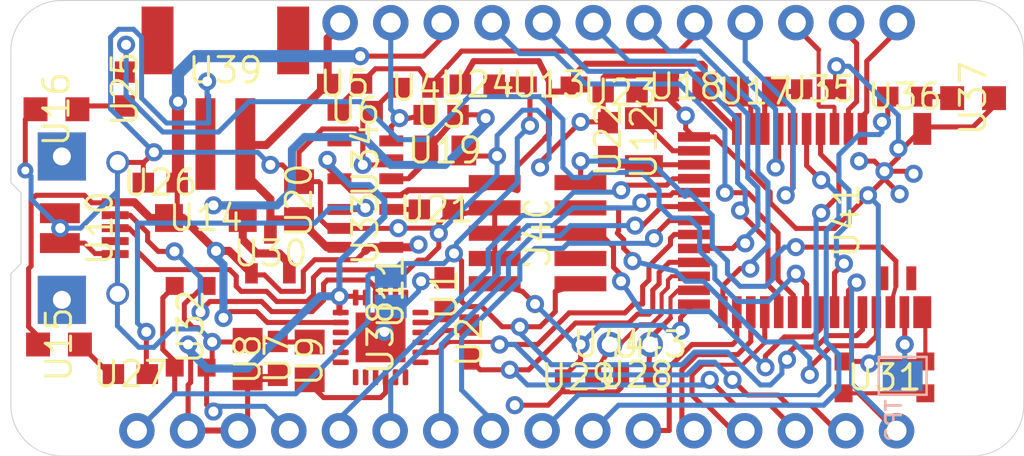
<source format=kicad_pcb>
(kicad_pcb (version 20171130) (host pcbnew "(5.1.4-0-10_14)")

  (general
    (thickness 1.6)
    (drawings 12)
    (tracks 917)
    (zones 0)
    (modules 46)
    (nets 70)
  )

  (page A4)
  (layers
    (0 Top signal)
    (31 Bottom signal)
    (32 B.Adhes user)
    (33 F.Adhes user hide)
    (34 B.Paste user)
    (35 F.Paste user)
    (36 B.SilkS user hide)
    (37 F.SilkS user)
    (38 B.Mask user)
    (39 F.Mask user hide)
    (40 Dwgs.User user)
    (41 Cmts.User user)
    (42 Eco1.User user)
    (43 Eco2.User user)
    (44 Edge.Cuts user)
    (45 Margin user)
    (46 B.CrtYd user)
    (47 F.CrtYd user)
    (48 B.Fab user)
    (49 F.Fab user)
  )

  (setup
    (last_trace_width 0.25)
    (trace_clearance 0.2)
    (zone_clearance 0.254)
    (zone_45_only no)
    (trace_min 0.2)
    (via_size 0.8)
    (via_drill 0.4)
    (via_min_size 0.4)
    (via_min_drill 0.3)
    (uvia_size 0.3)
    (uvia_drill 0.1)
    (uvias_allowed yes)
    (uvia_min_size 0.2)
    (uvia_min_drill 0.1)
    (edge_width 0.05)
    (segment_width 0.2)
    (pcb_text_width 0.3)
    (pcb_text_size 1.5 1.5)
    (mod_edge_width 0.12)
    (mod_text_size 1 1)
    (mod_text_width 0.15)
    (pad_size 2.413 2.413)
    (pad_drill 0.9)
    (pad_to_mask_clearance 0.051)
    (solder_mask_min_width 0.25)
    (aux_axis_origin 0 0)
    (visible_elements FFFFFF7F)
    (pcbplotparams
      (layerselection 0x010fc_ffffffff)
      (usegerberextensions false)
      (usegerberattributes false)
      (usegerberadvancedattributes false)
      (creategerberjobfile false)
      (excludeedgelayer true)
      (linewidth 0.100000)
      (plotframeref false)
      (viasonmask false)
      (mode 1)
      (useauxorigin false)
      (hpglpennumber 1)
      (hpglpenspeed 20)
      (hpglpendiameter 15.000000)
      (psnegative false)
      (psa4output false)
      (plotreference true)
      (plotvalue true)
      (plotinvisibletext false)
      (padsonsilk false)
      (subtractmaskfromsilk false)
      (outputformat 1)
      (mirror false)
      (drillshape 1)
      (scaleselection 1)
      (outputdirectory ""))
  )

  (net 0 "")
  (net 1 GND)
  (net 2 3.3V)
  (net 3 VBAT)
  (net 4 VBUS)
  (net 5 /RESET)
  (net 6 /DFU)
  (net 7 /TXD)
  (net 8 /RXD)
  (net 9 /MISO)
  (net 10 /MOSI)
  (net 11 /SCK)
  (net 12 /A5/0.29)
  (net 13 /A4/0.28)
  (net 14 /A3/0.05)
  (net 15 /A2/0.04)
  (net 16 /A1/0.03)
  (net 17 /A0/0.02)
  (net 18 /SDA)
  (net 19 /SCL)
  (net 20 /P0.27)
  (net 21 /A6/P0.30)
  (net 22 /A7/P0.31)
  (net 23 /P0.11)
  (net 24 /P0.07)
  (net 25 /P0.15)
  (net 26 /P0.16)
  (net 27 /EN)
  (net 28 "Net-(U1-Pad41)")
  (net 29 "Net-(U1-Pad40)")
  (net 30 /FRST)
  (net 31 /SWDIO)
  (net 32 /SWCLK)
  (net 33 /LED2)
  (net 34 /SWO)
  (net 35 /LED1)
  (net 36 /P0.10/NFC2)
  (net 37 /P0.09/NFC1)
  (net 38 "Net-(C2-Pad1)")
  (net 39 "Net-(C1-Pad1)")
  (net 40 "Net-(L2-Pad2)")
  (net 41 "Net-(C4-Pad1)")
  (net 42 "Net-(X1-Pad8)")
  (net 43 "Net-(D1-PadA)")
  (net 44 "Net-(D2-PadA)")
  (net 45 "Net-(R8-Pad1)")
  (net 46 "Net-(R3-Pad2)")
  (net 47 "Net-(C6-Pad1)")
  (net 48 "Net-(U2-Pad4)")
  (net 49 "Net-(X3-PadID)")
  (net 50 /USBD+)
  (net 51 /USBD-)
  (net 52 "Net-(U4-Pad24)")
  (net 53 /DTR)
  (net 54 "Net-(U4-Pad22)")
  (net 55 "Net-(R9-Pad1)")
  (net 56 "Net-(U4-Pad19)")
  (net 57 "Net-(U4-Pad18)")
  (net 58 "Net-(U4-Pad17)")
  (net 59 "Net-(C7-Pad1)")
  (net 60 "Net-(U4-Pad15)")
  (net 61 "Net-(U4-Pad14)")
  (net 62 "Net-(U4-Pad13)")
  (net 63 "Net-(U4-Pad12)")
  (net 64 "Net-(U4-Pad11)")
  (net 65 "Net-(U4-Pad10)")
  (net 66 "Net-(U4-Pad9)")
  (net 67 "Net-(U4-Pad1)")
  (net 68 "Net-(C11-Pad1)")
  (net 69 "Net-(CHG1-PadC)")

  (net_class Default "This is the default net class."
    (clearance 0.2)
    (trace_width 0.25)
    (via_dia 0.8)
    (via_drill 0.4)
    (uvia_dia 0.3)
    (uvia_drill 0.1)
    (add_net /A0/0.02)
    (add_net /A1/0.03)
    (add_net /A2/0.04)
    (add_net /A3/0.05)
    (add_net /A4/0.28)
    (add_net /A5/0.29)
    (add_net /A6/P0.30)
    (add_net /A7/P0.31)
    (add_net /DFU)
    (add_net /DTR)
    (add_net /EN)
    (add_net /FRST)
    (add_net /LED1)
    (add_net /LED2)
    (add_net /MISO)
    (add_net /MOSI)
    (add_net /P0.07)
    (add_net /P0.09/NFC1)
    (add_net /P0.10/NFC2)
    (add_net /P0.11)
    (add_net /P0.15)
    (add_net /P0.16)
    (add_net /P0.27)
    (add_net /RESET)
    (add_net /RXD)
    (add_net /SCK)
    (add_net /SCL)
    (add_net /SDA)
    (add_net /SWCLK)
    (add_net /SWDIO)
    (add_net /SWO)
    (add_net /TXD)
    (add_net /USBD+)
    (add_net /USBD-)
    (add_net 3.3V)
    (add_net GND)
    (add_net "Net-(C1-Pad1)")
    (add_net "Net-(C11-Pad1)")
    (add_net "Net-(C2-Pad1)")
    (add_net "Net-(C4-Pad1)")
    (add_net "Net-(C6-Pad1)")
    (add_net "Net-(C7-Pad1)")
    (add_net "Net-(CHG1-PadC)")
    (add_net "Net-(D1-PadA)")
    (add_net "Net-(D2-PadA)")
    (add_net "Net-(L2-Pad2)")
    (add_net "Net-(R3-Pad2)")
    (add_net "Net-(R8-Pad1)")
    (add_net "Net-(R9-Pad1)")
    (add_net "Net-(U1-Pad40)")
    (add_net "Net-(U1-Pad41)")
    (add_net "Net-(U2-Pad4)")
    (add_net "Net-(U4-Pad1)")
    (add_net "Net-(U4-Pad10)")
    (add_net "Net-(U4-Pad11)")
    (add_net "Net-(U4-Pad12)")
    (add_net "Net-(U4-Pad13)")
    (add_net "Net-(U4-Pad14)")
    (add_net "Net-(U4-Pad15)")
    (add_net "Net-(U4-Pad17)")
    (add_net "Net-(U4-Pad18)")
    (add_net "Net-(U4-Pad19)")
    (add_net "Net-(U4-Pad22)")
    (add_net "Net-(U4-Pad24)")
    (add_net "Net-(U4-Pad9)")
    (add_net "Net-(X1-Pad8)")
    (add_net "Net-(X3-PadID)")
    (add_net VBAT)
    (add_net VBUS)
  )

  (module MS1 locked (layer Top) (tedit 5ECEFCF5) (tstamp 5ECF00CD)
    (at 148.45 115.27)
    (fp_text reference MS1 (at -23.876 11.176) (layer F.SilkS) hide
      (effects (font (size 1.27 1.27) (thickness 0.15)))
    )
    (fp_text value "" (at 0 0) (layer F.SilkS)
      (effects (font (size 1.27 1.27) (thickness 0.15)))
    )
    (fp_poly (pts (xy 20 -1.05) (xy -20 -1.1) (xy -20 0.8) (xy 20 0.85)) (layer F.CrtYd) (width 0.1))
    (fp_poly (pts (xy 20 -1.05) (xy -20 -1.1) (xy -20 0.8) (xy 20 0.85)) (layer B.CrtYd) (width 0.1))
    (pad 1 thru_hole circle (at -19.026 -0.094) (size 1.778 1.778) (drill 1) (layers *.Cu *.Mask)
      (net 5 /RESET) (solder_mask_margin 0.0508))
    (pad 2 thru_hole circle (at -16.486 -0.094) (size 1.778 1.778) (drill 1) (layers *.Cu *.Mask)
      (net 2 3.3V) (solder_mask_margin 0.0508))
    (pad 3 thru_hole circle (at -13.946 -0.094) (size 1.778 1.778) (drill 1) (layers *.Cu *.Mask)
      (net 2 3.3V) (solder_mask_margin 0.0508))
    (pad 4 thru_hole circle (at -11.406 -0.094) (size 1.778 1.778) (drill 1) (layers *.Cu *.Mask)
      (net 1 GND) (solder_mask_margin 0.0508))
    (pad 16 thru_hole circle (at 19.074 -0.094) (size 1.778 1.778) (drill 1) (layers *.Cu *.Mask)
      (net 6 /DFU) (solder_mask_margin 0.0508))
    (pad 15 thru_hole circle (at 16.534 -0.094) (size 1.778 1.778) (drill 1) (layers *.Cu *.Mask)
      (net 7 /TXD) (solder_mask_margin 0.0508))
    (pad 14 thru_hole circle (at 13.994 -0.094) (size 1.778 1.778) (drill 1) (layers *.Cu *.Mask)
      (net 8 /RXD) (solder_mask_margin 0.0508))
    (pad 13 thru_hole circle (at 11.454 -0.094) (size 1.778 1.778) (drill 1) (layers *.Cu *.Mask)
      (net 9 /MISO) (solder_mask_margin 0.0508))
    (pad 12 thru_hole circle (at 8.914 -0.094) (size 1.778 1.778) (drill 1) (layers *.Cu *.Mask)
      (net 10 /MOSI) (solder_mask_margin 0.0508))
    (pad 11 thru_hole circle (at 6.374 -0.094) (size 1.778 1.778) (drill 1) (layers *.Cu *.Mask)
      (net 11 /SCK) (solder_mask_margin 0.0508))
    (pad 10 thru_hole circle (at 3.834 -0.094) (size 1.778 1.778) (drill 1) (layers *.Cu *.Mask)
      (net 12 /A5/0.29) (solder_mask_margin 0.0508))
    (pad 9 thru_hole circle (at 1.294 -0.094) (size 1.778 1.778) (drill 1) (layers *.Cu *.Mask)
      (net 13 /A4/0.28) (solder_mask_margin 0.0508))
    (pad 8 thru_hole circle (at -1.246 -0.094) (size 1.778 1.778) (drill 1) (layers *.Cu *.Mask)
      (net 14 /A3/0.05) (solder_mask_margin 0.0508))
    (pad 7 thru_hole circle (at -3.786 -0.094) (size 1.778 1.778) (drill 1) (layers *.Cu *.Mask)
      (net 15 /A2/0.04) (solder_mask_margin 0.0508))
    (pad 6 thru_hole circle (at -6.326 -0.094) (size 1.778 1.778) (drill 1) (layers *.Cu *.Mask)
      (net 16 /A1/0.03) (solder_mask_margin 0.0508))
    (pad 5 thru_hole circle (at -8.866 -0.094) (size 1.778 1.778) (drill 1) (layers *.Cu *.Mask)
      (net 17 /A0/0.02) (solder_mask_margin 0.0508))
  )

  (module MS2 locked (layer Top) (tedit 5ECEFC9F) (tstamp 5ECEFD2A)
    (at 153.58 94.65)
    (fp_text reference MS2 (at -23.876 11.176) (layer F.SilkS) hide
      (effects (font (size 1.27 1.27) (thickness 0.15)))
    )
    (fp_text value "" (at -0.1 0.2) (layer F.SilkS)
      (effects (font (size 1.27 1.27) (thickness 0.15)))
    )
    (fp_poly (pts (xy 14.9 -0.9) (xy -14.85 -0.9) (xy -14.85 0.95) (xy 14.9 0.95)) (layer F.CrtYd) (width 0.1))
    (fp_poly (pts (xy 14.9 -0.9) (xy -14.85 -0.9) (xy -14.85 0.95) (xy 14.9 0.95)) (layer B.CrtYd) (width 0.1))
    (pad 17 thru_hole circle (at 13.974 0.036) (size 1.778 1.778) (drill 1) (layers *.Cu *.Mask)
      (net 18 /SDA) (solder_mask_margin 0.0508))
    (pad 18 thru_hole circle (at 11.434 0.036) (size 1.778 1.778) (drill 1) (layers *.Cu *.Mask)
      (net 19 /SCL) (solder_mask_margin 0.0508))
    (pad 19 thru_hole circle (at 8.894 0.036) (size 1.778 1.778) (drill 1) (layers *.Cu *.Mask)
      (net 20 /P0.27) (solder_mask_margin 0.0508))
    (pad 20 thru_hole circle (at 6.354 0.036) (size 1.778 1.778) (drill 1) (layers *.Cu *.Mask)
      (net 21 /A6/P0.30) (solder_mask_margin 0.0508))
    (pad 21 thru_hole circle (at 3.814 0.036) (size 1.778 1.778) (drill 1) (layers *.Cu *.Mask)
      (net 22 /A7/P0.31) (solder_mask_margin 0.0508))
    (pad 22 thru_hole circle (at 1.274 0.036) (size 1.778 1.778) (drill 1) (layers *.Cu *.Mask)
      (net 23 /P0.11) (solder_mask_margin 0.0508))
    (pad 23 thru_hole circle (at -1.266 0.036) (size 1.778 1.778) (drill 1) (layers *.Cu *.Mask)
      (net 24 /P0.07) (solder_mask_margin 0.0508))
    (pad 24 thru_hole circle (at -3.806 0.036) (size 1.778 1.778) (drill 1) (layers *.Cu *.Mask)
      (net 25 /P0.15) (solder_mask_margin 0.0508))
    (pad 25 thru_hole circle (at -6.346 0.036) (size 1.778 1.778) (drill 1) (layers *.Cu *.Mask)
      (net 26 /P0.16) (solder_mask_margin 0.0508))
    (pad 26 thru_hole circle (at -8.886 0.036) (size 1.778 1.778) (drill 1) (layers *.Cu *.Mask)
      (net 4 VBUS) (solder_mask_margin 0.0508))
    (pad 27 thru_hole circle (at -11.426 0.036) (size 1.778 1.778) (drill 1) (layers *.Cu *.Mask)
      (net 27 /EN) (solder_mask_margin 0.0508))
    (pad 28 thru_hole circle (at -13.966 0.036) (size 1.778 1.778) (drill 1) (layers *.Cu *.Mask)
      (net 3 VBAT) (solder_mask_margin 0.0508))
  )

  (module "Adafruit nRF52 Bluefruit Feather:JSTPH2" locked (layer Top) (tedit 5DD6DA47) (tstamp 5DD6D218)
    (at 133.858 98.6028)
    (fp_text reference U39 (at 0 -1.524) (layer F.SilkS)
      (effects (font (size 1.27 1.27) (thickness 0.15)))
    )
    (fp_text value "" (at 0 -1.524) (layer F.SilkS)
      (effects (font (size 1.27 1.27) (thickness 0.15)))
    )
    (fp_poly (pts (xy 4 -4.524) (xy 4.0132 2.9972) (xy 3.2004 2.9972) (xy 3.2004 0.4318)
      (xy -3.2004 0.4318) (xy -3.2004 2.9718) (xy -3.9878 2.9718) (xy -3.9878 -4.5466)) (layer F.CrtYd) (width 0.1))
    (pad NC2 smd rect (at 3.4 -3.024 90) (size 3.4 1.6) (layers Top F.Paste F.Mask)
      (solder_mask_margin 0.0508))
    (pad NC1 smd rect (at -3.4 -3.024 90) (size 3.4 1.6) (layers Top F.Paste F.Mask)
      (solder_mask_margin 0.0508))
    (pad 2 smd rect (at 1 2.176) (size 1 4.6) (layers Top F.Paste F.Mask)
      (net 3 VBAT) (solder_mask_margin 0.0508))
    (pad 1 smd rect (at -1 2.176) (size 1 4.6) (layers Top F.Paste F.Mask)
      (net 1 GND) (solder_mask_margin 0.0508))
  )

  (module "Adafruit nRF52 Bluefruit Feather:4UCONN_20329_V2" locked (layer Top) (tedit 5DD6E28E) (tstamp 5DD6D241)
    (at 125.5268 105.0036 270)
    (fp_text reference U10 (at 0 -2.032 90) (layer F.SilkS)
      (effects (font (size 1.27 1.27) (thickness 0.15)))
    )
    (fp_text value "" (at 0 -2.032 90) (layer F.SilkS)
      (effects (font (size 1.27 1.27) (thickness 0.15)))
    )
    (fp_poly (pts (xy 4.953 2.921) (xy -4.826 2.921) (xy -4.826 -3.048) (xy 4.953 -3.048)) (layer F.CrtYd) (width 0.1))
    (pad BASE@2 smd rect (at 0.75 -0.032) (size 2 1) (layers Top F.Paste F.Mask)
      (net 1 GND) (solder_mask_margin 0.0508))
    (pad BASE@1 smd rect (at -0.75 -0.032) (size 2 1) (layers Top F.Paste F.Mask)
      (net 1 GND) (solder_mask_margin 0.0508))
    (pad GND smd rect (at 1.3 -2.807 270) (size 0.4 1.35) (layers Top F.Mask)
      (net 1 GND) (solder_mask_margin 0.0508))
    (pad ID smd rect (at 0.65 -2.807 270) (size 0.4 1.35) (layers Top F.Mask)
      (net 49 "Net-(X3-PadID)") (solder_mask_margin 0.0508))
    (pad D+ smd rect (at 0 -2.807 270) (size 0.4 1.35) (layers Top F.Mask)
      (net 50 /USBD+) (solder_mask_margin 0.0508))
    (pad D- smd rect (at -0.65 -2.807 270) (size 0.4 1.35) (layers Top F.Mask)
      (net 51 /USBD-) (solder_mask_margin 0.0508))
    (pad VBUS smd rect (at -1.3 -2.807 270) (size 0.4 1.35) (layers Top F.Mask)
      (net 4 VBUS) (solder_mask_margin 0.0508))
    (pad SPRT@2 thru_hole circle (at 3.3 -2.932 270) (size 1.143 1.143) (drill 0.8) (layers *.Cu *.Mask)
      (net 1 GND) (solder_mask_margin 0.0508))
    (pad SPRT@1 thru_hole circle (at -3.3 -2.932 90) (size 1.143 1.143) (drill 0.8) (layers *.Cu *.Mask)
      (net 1 GND) (solder_mask_margin 0.0508))
    (pad SPRT@3 thru_hole rect (at -3.6 -0.132) (size 2.413 2.413) (drill 0.9) (layers *.Cu *.Mask))
    (pad SPRT@4 thru_hole rect (at 3.6 -0.132) (size 2.413 2.413) (drill 0.9) (layers *.Cu *.Mask))
  )

  (module "Adafruit nRF52 Bluefruit Feather:0603-NO" (layer Top) (tedit 5DD6E39B) (tstamp 5DD6D33D)
    (at 144.843499 108.3437 270)
    (fp_text reference U1 (at 0 0 270) (layer F.SilkS)
      (effects (font (size 1.27 1.27) (thickness 0.15)))
    )
    (fp_text value "" (at 0 0 270) (layer F.SilkS)
      (effects (font (size 1.27 1.27) (thickness 0.15)))
    )
    (fp_poly (pts (xy 1.473 0.508) (xy -1.473 0.508) (xy -1.473 -0.508) (xy 1.473 -0.508)) (layer F.CrtYd) (width 0.1))
    (pad 2 smd rect (at 0.85 0 270) (size 1.075 1) (layers Top F.Paste F.Mask)
      (net 53 /DTR) (solder_mask_margin 0.0508))
    (pad 1 smd rect (at -0.85 0 270) (size 1.075 1) (layers Top F.Paste F.Mask)
      (net 68 "Net-(C11-Pad1)") (solder_mask_margin 0.0508))
  )

  (module "Adafruit nRF52 Bluefruit Feather:0603-NO" (layer Top) (tedit 5DD6E390) (tstamp 5DD6D364)
    (at 146.088099 110.7186 270)
    (fp_text reference U2 (at 0 0 270) (layer F.SilkS)
      (effects (font (size 1.27 1.27) (thickness 0.15)))
    )
    (fp_text value "" (at 0 0 270) (layer F.SilkS)
      (effects (font (size 1.27 1.27) (thickness 0.15)))
    )
    (fp_poly (pts (xy 1.473 0.508) (xy -1.473 0.508) (xy -1.473 -0.508) (xy 1.473 -0.508)) (layer F.CrtYd) (width 0.1))
    (pad 2 smd rect (at 0.85 0 270) (size 1.075 1) (layers Top F.Paste F.Mask)
      (net 8 /RXD) (solder_mask_margin 0.0508))
    (pad 1 smd rect (at -0.85 0 270) (size 1.075 1) (layers Top F.Paste F.Mask)
      (net 55 "Net-(R9-Pad1)") (solder_mask_margin 0.0508))
  )

  (module "Adafruit nRF52 Bluefruit Feather:0603-NO" (layer Top) (tedit 5DD6E361) (tstamp 5DD6D232)
    (at 144.678399 99.314)
    (fp_text reference U3 (at 0 0) (layer F.SilkS)
      (effects (font (size 1.27 1.27) (thickness 0.15)))
    )
    (fp_text value "" (at 0 0) (layer F.SilkS)
      (effects (font (size 1.27 1.27) (thickness 0.15)))
    )
    (fp_poly (pts (xy 1.473 0.635) (xy -1.473 0.635) (xy -1.473 -0.635) (xy 1.473 -0.635)) (layer F.CrtYd) (width 0.1))
    (pad 2 smd rect (at 0.85 0) (size 1.075 1) (layers Top F.Paste F.Mask)
      (net 47 "Net-(C6-Pad1)") (solder_mask_margin 0.0508))
    (pad 1 smd rect (at -0.85 0) (size 1.075 1) (layers Top F.Paste F.Mask)
      (net 27 /EN) (solder_mask_margin 0.0508))
  )

  (module "Adafruit nRF52 Bluefruit Feather:0603-NO" (layer Top) (tedit 5DD6E35B) (tstamp 5DD6D3C1)
    (at 143.421099 97.9551 180)
    (fp_text reference U4 (at 0 0) (layer F.SilkS)
      (effects (font (size 1.27 1.27) (thickness 0.15)))
    )
    (fp_text value "" (at 0 0) (layer F.SilkS)
      (effects (font (size 1.27 1.27) (thickness 0.15)))
    )
    (fp_poly (pts (xy 1.473 0.635) (xy -1.473 0.635) (xy -1.473 -0.635) (xy 1.473 -0.635)) (layer F.CrtYd) (width 0.1))
    (pad 2 smd rect (at 0.85 0 180) (size 1.075 1) (layers Top F.Paste F.Mask)
      (net 1 GND) (solder_mask_margin 0.0508))
    (pad 1 smd rect (at -0.85 0 180) (size 1.075 1) (layers Top F.Paste F.Mask)
      (net 22 /A7/P0.31) (solder_mask_margin 0.0508))
  )

  (module "Adafruit nRF52 Bluefruit Feather:0603-NO" (layer Top) (tedit 5DD6E34E) (tstamp 5DD6D1D2)
    (at 139.839699 97.7519)
    (fp_text reference U5 (at 0 0) (layer F.SilkS)
      (effects (font (size 1.27 1.27) (thickness 0.15)))
    )
    (fp_text value "" (at 0 0) (layer F.SilkS)
      (effects (font (size 1.27 1.27) (thickness 0.15)))
    )
    (fp_poly (pts (xy 1.473 0.508) (xy -1.473 0.508) (xy -1.473 -0.508) (xy 1.473 -0.508)) (layer F.CrtYd) (width 0.1))
    (pad 2 smd rect (at 0.85 0) (size 1.075 1) (layers Top F.Paste F.Mask)
      (net 22 /A7/P0.31) (solder_mask_margin 0.0508))
    (pad 1 smd rect (at -0.85 0) (size 1.075 1) (layers Top F.Paste F.Mask)
      (net 3 VBAT) (solder_mask_margin 0.0508))
  )

  (module "Adafruit nRF52 Bluefruit Feather:0603-NO" (layer Top) (tedit 5DD6E33E) (tstamp 5DD6D1E1)
    (at 140.373099 99.1108)
    (fp_text reference U6 (at 0 0) (layer F.SilkS)
      (effects (font (size 1.27 1.27) (thickness 0.15)))
    )
    (fp_text value "" (at 0 0) (layer F.SilkS)
      (effects (font (size 1.27 1.27) (thickness 0.15)))
    )
    (fp_poly (pts (xy 1.473 0.635) (xy -1.473 0.635) (xy -1.473 -0.635) (xy 1.473 -0.635)) (layer F.CrtYd) (width 0.1))
    (pad 2 smd rect (at 0.85 0) (size 1.075 1) (layers Top F.Paste F.Mask)
      (net 1 GND) (solder_mask_margin 0.0508))
    (pad 1 smd rect (at -0.85 0) (size 1.075 1) (layers Top F.Paste F.Mask)
      (net 22 /A7/P0.31) (solder_mask_margin 0.0508))
  )

  (module "Adafruit nRF52 Bluefruit Feather:0603-NO" (layer Top) (tedit 5DD6E32C) (tstamp 5DD6D311)
    (at 136.486899 111.5441 90)
    (fp_text reference U7 (at 0 0 90) (layer F.SilkS)
      (effects (font (size 1.27 1.27) (thickness 0.15)))
    )
    (fp_text value "" (at 0 0 90) (layer F.SilkS)
      (effects (font (size 1.27 1.27) (thickness 0.15)))
    )
    (fp_poly (pts (xy 1.473 0.635) (xy -1.473 0.635) (xy -1.473 -0.635) (xy 1.473 -0.635)) (layer F.CrtYd) (width 0.1))
    (pad 2 smd rect (at 0.85 0 90) (size 1.075 1) (layers Top F.Paste F.Mask)
      (net 1 GND) (solder_mask_margin 0.0508))
    (pad 1 smd rect (at -0.85 0 90) (size 1.075 1) (layers Top F.Paste F.Mask)
      (net 2 3.3V) (solder_mask_margin 0.0508))
  )

  (module "Adafruit nRF52 Bluefruit Feather:0805-NO" (layer Top) (tedit 5DD6E322) (tstamp 5DD6D1FA)
    (at 134.975599 111.5822 90)
    (fp_text reference U8 (at 0 0 90) (layer F.SilkS)
      (effects (font (size 1.27 1.27) (thickness 0.15)))
    )
    (fp_text value "" (at 0 0 90) (layer F.SilkS)
      (effects (font (size 1.27 1.27) (thickness 0.15)))
    )
    (fp_poly (pts (xy 1.524 0.762) (xy -1.524 0.762) (xy -1.524 -0.762) (xy 1.524 -0.762)) (layer F.CrtYd) (width 0.1))
    (pad 2 smd rect (at 0.95 0 90) (size 1.24 1.5) (layers Top F.Paste F.Mask)
      (net 1 GND) (solder_mask_margin 0.0508))
    (pad 1 smd rect (at -0.95 0 90) (size 1.24 1.5) (layers Top F.Paste F.Mask)
      (net 2 3.3V) (solder_mask_margin 0.0508))
  )

  (module "Adafruit nRF52 Bluefruit Feather:0805-NO" (layer Top) (tedit 5DD6E315) (tstamp 5DD6D3F7)
    (at 138.087099 111.6711 90)
    (fp_text reference U9 (at 0 0 90) (layer F.SilkS)
      (effects (font (size 1.27 1.27) (thickness 0.15)))
    )
    (fp_text value "" (at 0 0 90) (layer F.SilkS)
      (effects (font (size 1.27 1.27) (thickness 0.15)))
    )
    (fp_poly (pts (xy 1.524 0.762) (xy -1.524 0.762) (xy -1.524 -0.762) (xy 1.524 -0.762)) (layer F.CrtYd) (width 0.1))
    (pad 2 smd rect (at 0.95 0 90) (size 1.24 1.5) (layers Top F.Paste F.Mask)
      (net 1 GND) (solder_mask_margin 0.0508))
    (pad 1 smd rect (at -0.95 0 90) (size 1.24 1.5) (layers Top F.Paste F.Mask)
      (net 59 "Net-(C7-Pad1)") (solder_mask_margin 0.0508))
  )

  (module "Adafruit nRF52 Bluefruit Feather:SOLDERJUMPER_CLOSEDWIRE" (layer Bottom) (tedit 5DD6E25F) (tstamp 5DD6D3DA)
    (at 142.151099 108.1786 270)
    (fp_text reference U11 (at 0 0 90) (layer F.SilkS)
      (effects (font (size 1.27 1.27) (thickness 0.15)))
    )
    (fp_text value "" (at 0 0 90) (layer F.SilkS)
      (effects (font (size 1.27 1.27) (thickness 0.15)))
    )
    (fp_poly (pts (xy 1.651 -1.016) (xy -1.651 -1.016) (xy -1.651 1.016) (xy 1.651 1.016)) (layer B.CrtYd) (width 0.1))
    (pad 2 smd rect (at 0.762 0 270) (size 1.1684 1.6002) (layers Bottom B.Mask)
      (net 68 "Net-(C11-Pad1)") (solder_mask_margin 0.0508))
    (pad 1 smd rect (at -0.762 0 270) (size 1.1684 1.6002) (layers Bottom B.Mask)
      (net 5 /RESET) (solder_mask_margin 0.0508))
  )

  (module "Adafruit nRF52 Bluefruit Feather:PAD-1.5X2.0" (layer Bottom) (tedit 5DD6E027) (tstamp 5DD6D373)
    (at 167.830499 112.4204 270)
    (descr "1.5 x 2.0mm SMT pad (no solder paste)")
    (path /FA3D1D6B)
    (fp_text reference TP2 (at 1.1 0 270) (layer B.SilkS)
      (effects (font (size 0.77216 0.77216) (thickness 0.138988)) (justify left bottom mirror))
    )
    (fp_text value FRST (at 1.1 -0.7 270) (layer B.Fab)
      (effects (font (size 0.38608 0.38608) (thickness 0.038608)) (justify left bottom mirror))
    )
    (fp_line (start -0.95 -1.2) (end -0.95 1.2) (layer B.SilkS) (width 0.127))
    (fp_line (start 0.95 -1.2) (end -0.95 -1.2) (layer B.SilkS) (width 0.127))
    (fp_line (start 0.95 1.2) (end 0.95 -1.2) (layer B.SilkS) (width 0.127))
    (fp_line (start -0.95 1.2) (end 0.95 1.2) (layer B.SilkS) (width 0.127))
    (fp_poly (pts (xy 0.95 -1.2) (xy -0.95 -1.2) (xy -0.95 1.2) (xy 0.95 1.2)) (layer B.CrtYd) (width 0.1))
    (pad P$1 smd rect (at 0 0 270) (size 1.5 2) (layers Bottom B.Mask)
      (net 30 /FRST) (solder_mask_margin 0.0508))
  )

  (module "Adafruit nRF52 Bluefruit Feather:XTAL3215" (layer Top) (tedit 5DD6DEBE) (tstamp 5DD6D3AC)
    (at 154.851099 100.6856 90)
    (fp_text reference U12 (at 0 0 90) (layer F.SilkS)
      (effects (font (size 1.27 1.27) (thickness 0.15)))
    )
    (fp_text value "" (at 0 0 90) (layer F.SilkS)
      (effects (font (size 1.27 1.27) (thickness 0.15)))
    )
    (fp_poly (pts (xy 1.651 0.889) (xy -1.651 0.889) (xy -1.651 -0.889) (xy 1.651 -0.889)) (layer F.CrtYd) (width 0.1))
    (pad P$2 smd rect (at -1.2 0 270) (size 1.1 1.9) (layers Top F.Paste F.Mask)
      (net 38 "Net-(C2-Pad1)") (solder_mask_margin 0.0508))
    (pad P$1 smd rect (at 1.2 0 90) (size 1.1 1.9) (layers Top F.Paste F.Mask)
      (net 39 "Net-(C1-Pad1)") (solder_mask_margin 0.0508))
  )

  (module "Adafruit nRF52 Bluefruit Feather:SOD-323" (layer Top) (tedit 5DD6DE68) (tstamp 5DD6D320)
    (at 150.075899 97.79 180)
    (fp_text reference U13 (at 0 0 180) (layer F.SilkS)
      (effects (font (size 1.27 1.27) (thickness 0.15)))
    )
    (fp_text value "" (at 0 0 180) (layer F.SilkS)
      (effects (font (size 1.27 1.27) (thickness 0.15)))
    )
    (fp_poly (pts (xy 1.524 0.762) (xy -1.524 0.762) (xy -1.524 -0.762) (xy 1.524 -0.762)) (layer F.CrtYd) (width 0.1))
    (pad A smd rect (at 1.27 0 180) (size 1.35 0.8) (layers Top F.Paste F.Mask)
      (net 5 /RESET) (solder_mask_margin 0.0508))
    (pad C smd rect (at -1.27 0 180) (size 1.35 0.8) (layers Top F.Paste F.Mask)
      (net 2 3.3V) (solder_mask_margin 0.0508))
  )

  (module "Adafruit nRF52 Bluefruit Feather:SOD-123" (layer Top) (tedit 5DD6DDF8) (tstamp 5DD6D37B)
    (at 132.880099 104.4956 180)
    (fp_text reference U14 (at 0 0 180) (layer F.SilkS)
      (effects (font (size 1.27 1.27) (thickness 0.15)))
    )
    (fp_text value "" (at 0 0 180) (layer F.SilkS)
      (effects (font (size 1.27 1.27) (thickness 0.15)))
    )
    (fp_poly (pts (xy 2.032 0.889) (xy -1.778 0.889) (xy -1.778 -0.889) (xy 2.032 -0.889)) (layer F.CrtYd) (width 0.1))
    (pad A smd rect (at 1.85 0 270) (size 1.4 1.4) (layers Top F.Paste F.Mask)
      (net 4 VBUS) (solder_mask_margin 0.0508))
    (pad C smd rect (at -1.85 0 270) (size 1.4 1.4) (layers Top F.Paste F.Mask)
      (net 47 "Net-(C6-Pad1)") (solder_mask_margin 0.0508))
  )

  (module "Adafruit nRF52 Bluefruit Feather:CHIPLED_0805_NOOUTLINE" (layer Top) (tedit 5DD6DDE2) (tstamp 5DD6D191)
    (at 125.514099 110.8456 270)
    (fp_text reference U15 (at 0 0 270) (layer F.SilkS)
      (effects (font (size 1.27 1.27) (thickness 0.15)))
    )
    (fp_text value "" (at 0 0 270) (layer F.SilkS)
      (effects (font (size 1.27 1.27) (thickness 0.15)))
    )
    (fp_poly (pts (xy 0.762 1.524) (xy -0.762 1.524) (xy -0.762 -1.397) (xy 0.762 -1.397)) (layer F.CrtYd) (width 0.1))
    (pad A smd rect (at 0 1.05 270) (size 1.2 1.2) (layers Top F.Paste F.Mask)
      (net 4 VBUS) (solder_mask_margin 0.0508))
    (pad C smd rect (at 0 -1.05 270) (size 1.2 1.2) (layers Top F.Paste F.Mask)
      (net 69 "Net-(CHG1-PadC)") (solder_mask_margin 0.0508))
  )

  (module "Adafruit nRF52 Bluefruit Feather:CHIPLED_0805_NOOUTLINE" (layer Top) (tedit 5DD6DDD4) (tstamp 5DD6D114)
    (at 125.387099 99.0346 90)
    (fp_text reference U16 (at 0 0 90) (layer F.SilkS)
      (effects (font (size 1.27 1.27) (thickness 0.15)))
    )
    (fp_text value "" (at 0 0 90) (layer F.SilkS)
      (effects (font (size 1.27 1.27) (thickness 0.15)))
    )
    (fp_poly (pts (xy 0.762 1.524) (xy -0.762 1.524) (xy -0.762 -1.397) (xy 0.762 -1.397)) (layer F.CrtYd) (width 0.1))
    (pad A smd rect (at 0 1.05 90) (size 1.2 1.2) (layers Top F.Paste F.Mask)
      (net 43 "Net-(D1-PadA)") (solder_mask_margin 0.0508))
    (pad C smd rect (at 0 -1.05 90) (size 1.2 1.2) (layers Top F.Paste F.Mask)
      (net 1 GND) (solder_mask_margin 0.0508))
  )

  (module "Adafruit nRF52 Bluefruit Feather:0805-NO" (layer Top) (tedit 5DD6DDA1) (tstamp 5DD6D164)
    (at 160.439099 98.1456 180)
    (fp_text reference U17 (at 0 0 180) (layer F.SilkS)
      (effects (font (size 1.27 1.27) (thickness 0.15)))
    )
    (fp_text value "" (at 0 0 180) (layer F.SilkS)
      (effects (font (size 1.27 1.27) (thickness 0.15)))
    )
    (fp_poly (pts (xy 1.524 0.889) (xy -1.524 0.889) (xy -1.524 -0.889) (xy 1.524 -0.889)) (layer F.CrtYd) (width 0.1))
    (pad 2 smd rect (at 0.95 0 180) (size 1.24 1.5) (layers Top F.Paste F.Mask)
      (net 40 "Net-(L2-Pad2)") (solder_mask_margin 0.0508))
    (pad 1 smd rect (at -0.95 0 180) (size 1.24 1.5) (layers Top F.Paste F.Mask)
      (net 41 "Net-(C4-Pad1)") (solder_mask_margin 0.0508))
  )

  (module "Adafruit nRF52 Bluefruit Feather:0805-NO" (layer Top) (tedit 5DD6DD9D) (tstamp 5DD6D10A)
    (at 156.946599 97.8916 180)
    (fp_text reference U18 (at 0 0 180) (layer F.SilkS)
      (effects (font (size 1.27 1.27) (thickness 0.15)))
    )
    (fp_text value "" (at 0 0 180) (layer F.SilkS)
      (effects (font (size 1.27 1.27) (thickness 0.15)))
    )
    (fp_poly (pts (xy 1.524 0.889) (xy -1.524 0.889) (xy -1.524 -0.889) (xy 1.524 -0.889)) (layer F.CrtYd) (width 0.1))
    (pad 2 smd rect (at 0.95 0 180) (size 1.24 1.5) (layers Top F.Paste F.Mask)
      (net 1 GND) (solder_mask_margin 0.0508))
    (pad 1 smd rect (at -0.95 0 180) (size 1.24 1.5) (layers Top F.Paste F.Mask)
      (net 2 3.3V) (solder_mask_margin 0.0508))
  )

  (module "Adafruit nRF52 Bluefruit Feather:0805-NO" (layer Top) (tedit 5DD6DD98) (tstamp 5DD6D1F0)
    (at 144.868899 101.1047)
    (fp_text reference U19 (at 0 0) (layer F.SilkS)
      (effects (font (size 1.27 1.27) (thickness 0.15)))
    )
    (fp_text value "" (at 0 0) (layer F.SilkS)
      (effects (font (size 1.27 1.27) (thickness 0.15)))
    )
    (fp_poly (pts (xy 1.524 0.889) (xy -1.524 0.889) (xy -1.524 -0.889) (xy 1.524 -0.889)) (layer F.CrtYd) (width 0.1))
    (pad 2 smd rect (at 0.95 0) (size 1.24 1.5) (layers Top F.Paste F.Mask)
      (net 1 GND) (solder_mask_margin 0.0508))
    (pad 1 smd rect (at -0.95 0) (size 1.24 1.5) (layers Top F.Paste F.Mask)
      (net 47 "Net-(C6-Pad1)") (solder_mask_margin 0.0508))
  )

  (module "Adafruit nRF52 Bluefruit Feather:0805-NO" (layer Top) (tedit 5DD6DD93) (tstamp 5DD6D1B9)
    (at 137.553699 103.6193 90)
    (fp_text reference U20 (at 0 0 90) (layer F.SilkS)
      (effects (font (size 1.27 1.27) (thickness 0.15)))
    )
    (fp_text value "" (at 0 0 90) (layer F.SilkS)
      (effects (font (size 1.27 1.27) (thickness 0.15)))
    )
    (fp_poly (pts (xy 1.524 0.889) (xy -1.524 0.889) (xy -1.524 -0.889) (xy 1.524 -0.889)) (layer F.CrtYd) (width 0.1))
    (pad 2 smd rect (at 0.95 0 90) (size 1.24 1.5) (layers Top F.Paste F.Mask)
      (net 1 GND) (solder_mask_margin 0.0508))
    (pad 1 smd rect (at -0.95 0 90) (size 1.24 1.5) (layers Top F.Paste F.Mask)
      (net 3 VBAT) (solder_mask_margin 0.0508))
  )

  (module "Adafruit nRF52 Bluefruit Feather:0603-NO" (layer Top) (tedit 5DD6DD60) (tstamp 5DD6D1C3)
    (at 144.437099 104.0638)
    (fp_text reference U21 (at 0 0) (layer F.SilkS)
      (effects (font (size 1.27 1.27) (thickness 0.15)))
    )
    (fp_text value "" (at 0 0) (layer F.SilkS)
      (effects (font (size 1.27 1.27) (thickness 0.15)))
    )
    (fp_poly (pts (xy 1.473 0.729) (xy -1.473 0.729) (xy -1.473 -0.729) (xy 1.473 -0.729)) (layer F.CrtYd) (width 0.1))
    (pad 2 smd rect (at 0.85 0) (size 1.075 1) (layers Top F.Paste F.Mask)
      (net 1 GND) (solder_mask_margin 0.0508))
    (pad 1 smd rect (at -0.85 0) (size 1.075 1) (layers Top F.Paste F.Mask)
      (net 45 "Net-(R8-Pad1)") (solder_mask_margin 0.0508))
  )

  (module "Adafruit nRF52 Bluefruit Feather:0603-NO" (layer Top) (tedit 5DD6DD56) (tstamp 5DD6D0FB)
    (at 153.047699 100.5586 90)
    (fp_text reference U22 (at 0 0 90) (layer F.SilkS)
      (effects (font (size 1.27 1.27) (thickness 0.15)))
    )
    (fp_text value "" (at 0 0 90) (layer F.SilkS)
      (effects (font (size 1.27 1.27) (thickness 0.15)))
    )
    (fp_poly (pts (xy 1.473 0.729) (xy -1.473 0.729) (xy -1.473 -0.729) (xy 1.473 -0.729)) (layer F.CrtYd) (width 0.1))
    (pad 2 smd rect (at 0.85 0 90) (size 1.075 1) (layers Top F.Paste F.Mask)
      (net 1 GND) (solder_mask_margin 0.0508))
    (pad 1 smd rect (at -0.85 0 90) (size 1.075 1) (layers Top F.Paste F.Mask)
      (net 38 "Net-(C2-Pad1)") (solder_mask_margin 0.0508))
  )

  (module "Adafruit nRF52 Bluefruit Feather:0603-NO" (layer Top) (tedit 5DD6DD52) (tstamp 5DD6D0EC)
    (at 153.657299 98.1964 180)
    (fp_text reference U23 (at 0 0 180) (layer F.SilkS)
      (effects (font (size 1.27 1.27) (thickness 0.15)))
    )
    (fp_text value "" (at 0 0 180) (layer F.SilkS)
      (effects (font (size 1.27 1.27) (thickness 0.15)))
    )
    (fp_poly (pts (xy 1.473 0.729) (xy -1.473 0.729) (xy -1.473 -0.729) (xy 1.473 -0.729)) (layer F.CrtYd) (width 0.1))
    (pad 2 smd rect (at 0.85 0 180) (size 1.075 1) (layers Top F.Paste F.Mask)
      (net 1 GND) (solder_mask_margin 0.0508))
    (pad 1 smd rect (at -0.85 0 180) (size 1.075 1) (layers Top F.Paste F.Mask)
      (net 39 "Net-(C1-Pad1)") (solder_mask_margin 0.0508))
  )

  (module "Adafruit nRF52 Bluefruit Feather:0603-NO" (layer Top) (tedit 5DD6DD4E) (tstamp 5DD6D32E)
    (at 146.494499 97.79 180)
    (fp_text reference U24 (at 0 0 180) (layer F.SilkS)
      (effects (font (size 1.27 1.27) (thickness 0.15)))
    )
    (fp_text value "" (at 0 0 180) (layer F.SilkS)
      (effects (font (size 1.27 1.27) (thickness 0.15)))
    )
    (fp_poly (pts (xy 1.473 0.729) (xy -1.473 0.729) (xy -1.473 -0.729) (xy 1.473 -0.729)) (layer F.CrtYd) (width 0.1))
    (pad 2 smd rect (at 0.85 0 180) (size 1.075 1) (layers Top F.Paste F.Mask)
      (net 2 3.3V) (solder_mask_margin 0.0508))
    (pad 1 smd rect (at -0.85 0 180) (size 1.075 1) (layers Top F.Paste F.Mask)
      (net 5 /RESET) (solder_mask_margin 0.0508))
  )

  (module "Adafruit nRF52 Bluefruit Feather:0603-NO" (layer Top) (tedit 5DD6DD44) (tstamp 5DD6D146)
    (at 128.816099 98.0186 90)
    (fp_text reference U25 (at 0 0 90) (layer F.SilkS)
      (effects (font (size 1.27 1.27) (thickness 0.15)))
    )
    (fp_text value "" (at 0 0 90) (layer F.SilkS)
      (effects (font (size 1.27 1.27) (thickness 0.15)))
    )
    (fp_poly (pts (xy 1.473 0.729) (xy -1.473 0.729) (xy -1.473 -0.729) (xy 1.473 -0.729)) (layer F.CrtYd) (width 0.1))
    (pad 2 smd rect (at 0.85 0 90) (size 1.075 1) (layers Top F.Paste F.Mask)
      (net 35 /LED1) (solder_mask_margin 0.0508))
    (pad 1 smd rect (at -0.85 0 90) (size 1.075 1) (layers Top F.Paste F.Mask)
      (net 43 "Net-(D1-PadA)") (solder_mask_margin 0.0508))
  )

  (module "Adafruit nRF52 Bluefruit Feather:0603-NO" (layer Top) (tedit 5DD6DD3E) (tstamp 5DD6D39D)
    (at 130.594099 102.7176)
    (fp_text reference U26 (at 0 0) (layer F.SilkS)
      (effects (font (size 1.27 1.27) (thickness 0.15)))
    )
    (fp_text value "" (at 0 0) (layer F.SilkS)
      (effects (font (size 1.27 1.27) (thickness 0.15)))
    )
    (fp_poly (pts (xy 1.473 0.729) (xy -1.473 0.729) (xy -1.473 -0.729) (xy 1.473 -0.729)) (layer F.CrtYd) (width 0.1))
    (pad 2 smd rect (at 0.85 0) (size 1.075 1) (layers Top F.Paste F.Mask)
      (net 4 VBUS) (solder_mask_margin 0.0508))
    (pad 1 smd rect (at -0.85 0) (size 1.075 1) (layers Top F.Paste F.Mask)
      (net 1 GND) (solder_mask_margin 0.0508))
  )

  (module "Adafruit nRF52 Bluefruit Feather:0603-NO" (layer Top) (tedit 5DD6DD39) (tstamp 5DD6D1AA)
    (at 129.095499 112.3315)
    (fp_text reference U27 (at 0 0) (layer F.SilkS)
      (effects (font (size 1.27 1.27) (thickness 0.15)))
    )
    (fp_text value "" (at 0 0) (layer F.SilkS)
      (effects (font (size 1.27 1.27) (thickness 0.15)))
    )
    (fp_poly (pts (xy 1.473 0.729) (xy -1.473 0.729) (xy -1.473 -0.729) (xy 1.473 -0.729)) (layer F.CrtYd) (width 0.1))
    (pad 2 smd rect (at 0.85 0) (size 1.075 1) (layers Top F.Paste F.Mask)
      (net 46 "Net-(R3-Pad2)") (solder_mask_margin 0.0508))
    (pad 1 smd rect (at -0.85 0) (size 1.075 1) (layers Top F.Paste F.Mask)
      (net 69 "Net-(CHG1-PadC)") (solder_mask_margin 0.0508))
  )

  (module "Adafruit nRF52 Bluefruit Feather:_0603MP" (layer Top) (tedit 5DD6DCDD) (tstamp 5DD6D419)
    (at 154.470099 112.3696 180)
    (fp_text reference U28 (at 0 0 180) (layer F.SilkS)
      (effects (font (size 1.27 1.27) (thickness 0.15)))
    )
    (fp_text value "" (at 0 0 180) (layer F.SilkS)
      (effects (font (size 1.27 1.27) (thickness 0.15)))
    )
    (fp_poly (pts (xy 0.8 0.4) (xy -0.8 0.4) (xy -0.8 -0.4) (xy 0.8 -0.4)) (layer F.CrtYd) (width 0.1))
    (pad 2 smd rect (at 0.762 0 180) (size 0.8 0.8) (layers Top F.Paste F.Mask)
      (net 1 GND) (solder_mask_margin 0.0508))
    (pad 1 smd rect (at -0.762 0 180) (size 0.8 0.8) (layers Top F.Paste F.Mask)
      (net 36 /P0.10/NFC2) (solder_mask_margin 0.0508))
  )

  (module "Adafruit nRF52 Bluefruit Feather:_0603MP" (layer Top) (tedit 5DD6DCC0) (tstamp 5DD6D424)
    (at 151.549099 112.4966 180)
    (fp_text reference U29 (at 0 0 180) (layer F.SilkS)
      (effects (font (size 1.27 1.27) (thickness 0.15)))
    )
    (fp_text value "" (at 0 0 180) (layer F.SilkS)
      (effects (font (size 1.27 1.27) (thickness 0.15)))
    )
    (fp_poly (pts (xy 0.8 0.4) (xy -0.8 0.4) (xy -0.8 -0.4) (xy 0.8 -0.4)) (layer F.CrtYd) (width 0.1))
    (pad 2 smd rect (at 0.762 0 180) (size 0.8 0.8) (layers Top F.Paste F.Mask)
      (net 1 GND) (solder_mask_margin 0.0508))
    (pad 1 smd rect (at -0.762 0 180) (size 0.8 0.8) (layers Top F.Paste F.Mask)
      (net 37 /P0.09/NFC1) (solder_mask_margin 0.0508))
  )

  (module "Adafruit nRF52 Bluefruit Feather:SOT23-R" (layer Top) (tedit 5DD6DC99) (tstamp 5DD6D38B)
    (at 136.118599 106.2736)
    (fp_text reference U30 (at 0 0) (layer F.SilkS)
      (effects (font (size 1.27 1.27) (thickness 0.15)))
    )
    (fp_text value "" (at 0 0) (layer F.SilkS)
      (effects (font (size 1.27 1.27) (thickness 0.15)))
    )
    (fp_poly (pts (xy 1.5724 0.6604) (xy -1.5724 0.6604) (xy -1.5724 -0.6604) (xy 1.5724 -0.6604)) (layer F.CrtYd) (width 0.1))
    (pad 1 smd rect (at -0.95 1) (size 0.635 1.016) (layers Top F.Paste F.Mask)
      (net 4 VBUS) (solder_mask_margin 0.0508))
    (pad 2 smd rect (at 0.95 1) (size 0.635 1.016) (layers Top F.Paste F.Mask)
      (net 47 "Net-(C6-Pad1)") (solder_mask_margin 0.0508))
    (pad 3 smd rect (at 0 -1) (size 0.635 1.016) (layers Top F.Paste F.Mask)
      (net 3 VBAT) (solder_mask_margin 0.0508))
  )

  (module "Adafruit nRF52 Bluefruit Feather:BTN_KMR2_4.6X2.8" (layer Top) (tedit 5DD6DC85) (tstamp 5DD6D401)
    (at 166.916099 112.4966)
    (fp_text reference U31 (at 0 0) (layer F.SilkS)
      (effects (font (size 1.27 1.27) (thickness 0.15)))
    )
    (fp_text value "" (at 0 0) (layer F.SilkS)
      (effects (font (size 1.27 1.27) (thickness 0.15)))
    )
    (fp_poly (pts (xy 2.1 1.4) (xy -2.1 1.4) (xy -2.1 -1.4) (xy 2.1 -1.4)) (layer F.CrtYd) (width 0.1))
    (pad A' smd rect (at -2.05 -0.8) (size 0.9 0.9) (layers Top F.Paste F.Mask)
      (net 1 GND) (solder_mask_margin 0.0508))
    (pad B' smd rect (at -2.05 0.8) (size 0.9 0.9) (layers Top F.Paste F.Mask)
      (net 6 /DFU) (solder_mask_margin 0.0508))
    (pad B smd rect (at 2.05 0.8) (size 0.9 0.9) (layers Top F.Paste F.Mask)
      (net 6 /DFU) (solder_mask_margin 0.0508))
    (pad A smd rect (at 2.05 -0.8) (size 0.9 0.9) (layers Top F.Paste F.Mask)
      (net 1 GND) (solder_mask_margin 0.0508))
  )

  (module "Adafruit nRF52 Bluefruit Feather:BTN_KMR2_4.6X2.8" (layer Top) (tedit 5DD6DC71) (tstamp 5DD6D34C)
    (at 132.118099 109.9566 90)
    (fp_text reference U32 (at 0 0 90) (layer F.SilkS)
      (effects (font (size 1.27 1.27) (thickness 0.15)))
    )
    (fp_text value "" (at 0 0 90) (layer F.SilkS)
      (effects (font (size 1.27 1.27) (thickness 0.15)))
    )
    (fp_poly (pts (xy 2.1 1.4) (xy -2.1 1.4) (xy -2.1 -1.4) (xy 2.1 -1.4)) (layer F.CrtYd) (width 0.1))
    (pad A' smd rect (at -2.05 -0.8 90) (size 0.9 0.9) (layers Top F.Paste F.Mask)
      (net 5 /RESET) (solder_mask_margin 0.0508))
    (pad B' smd rect (at -2.05 0.8 90) (size 0.9 0.9) (layers Top F.Paste F.Mask)
      (net 1 GND) (solder_mask_margin 0.0508))
    (pad B smd rect (at 2.05 0.8 90) (size 0.9 0.9) (layers Top F.Paste F.Mask)
      (net 1 GND) (solder_mask_margin 0.0508))
    (pad A smd rect (at 2.05 -0.8 90) (size 0.9 0.9) (layers Top F.Paste F.Mask)
      (net 5 /RESET) (solder_mask_margin 0.0508))
  )

  (module "Adafruit nRF52 Bluefruit Feather:SOT23-5" (layer Top) (tedit 5DD6DC5A) (tstamp 5DD6D17D)
    (at 140.881099 105.0163 270)
    (fp_text reference U33 (at 0 0 270) (layer F.SilkS)
      (effects (font (size 1.27 1.27) (thickness 0.15)))
    )
    (fp_text value "" (at 0 0 270) (layer F.SilkS)
      (effects (font (size 1.27 1.27) (thickness 0.15)))
    )
    (fp_poly (pts (xy 1.4224 0.8104) (xy -1.4224 0.8104) (xy -1.4224 -0.8104) (xy 1.4224 -0.8104)) (layer F.CrtYd) (width 0.1))
    (pad 5 smd rect (at -0.95 -1.3001 270) (size 0.55 1.2) (layers Top F.Paste F.Mask)
      (net 45 "Net-(R8-Pad1)") (solder_mask_margin 0.0508))
    (pad 4 smd rect (at 0.95 -1.3001 270) (size 0.55 1.2) (layers Top F.Paste F.Mask)
      (net 4 VBUS) (solder_mask_margin 0.0508))
    (pad 3 smd rect (at 0.95 1.3001 270) (size 0.55 1.2) (layers Top F.Paste F.Mask)
      (net 3 VBAT) (solder_mask_margin 0.0508))
    (pad 2 smd rect (at 0 1.3001 270) (size 0.55 1.2) (layers Top F.Paste F.Mask)
      (net 1 GND) (solder_mask_margin 0.0508))
    (pad 1 smd rect (at -0.95 1.3001 270) (size 0.55 1.2) (layers Top F.Paste F.Mask)
      (net 46 "Net-(R3-Pad2)") (solder_mask_margin 0.0508))
  )

  (module "Adafruit nRF52 Bluefruit Feather:SOT23-5" (layer Top) (tedit 5DD6DC40) (tstamp 5DD6D204)
    (at 140.881099 101.5746 90)
    (fp_text reference U34 (at 0 0 90) (layer F.SilkS)
      (effects (font (size 1.27 1.27) (thickness 0.15)))
    )
    (fp_text value "" (at 0 0 90) (layer F.SilkS)
      (effects (font (size 1.27 1.27) (thickness 0.15)))
    )
    (fp_poly (pts (xy 1.4224 0.8104) (xy -1.4224 0.8104) (xy -1.4224 -0.8104) (xy 1.4224 -0.8104)) (layer F.CrtYd) (width 0.1))
    (pad 5 smd rect (at -0.95 -1.3001 90) (size 0.55 1.2) (layers Top F.Paste F.Mask)
      (net 2 3.3V) (solder_mask_margin 0.0508))
    (pad 4 smd rect (at 0.95 -1.3001 90) (size 0.55 1.2) (layers Top F.Paste F.Mask)
      (net 48 "Net-(U2-Pad4)") (solder_mask_margin 0.0508))
    (pad 3 smd rect (at 0.95 1.3001 90) (size 0.55 1.2) (layers Top F.Paste F.Mask)
      (net 27 /EN) (solder_mask_margin 0.0508))
    (pad 2 smd rect (at 0 1.3001 90) (size 0.55 1.2) (layers Top F.Paste F.Mask)
      (net 1 GND) (solder_mask_margin 0.0508))
    (pad 1 smd rect (at -0.95 1.3001 90) (size 0.55 1.2) (layers Top F.Paste F.Mask)
      (net 47 "Net-(C6-Pad1)") (solder_mask_margin 0.0508))
  )

  (module "Adafruit nRF52 Bluefruit Feather:0603-NO" (layer Top) (tedit 5DD6DAB7) (tstamp 5DD6D16E)
    (at 163.614099 98.0313)
    (fp_text reference U35 (at 0 0) (layer F.SilkS)
      (effects (font (size 1.27 1.27) (thickness 0.15)))
    )
    (fp_text value "" (at 0 0) (layer F.SilkS)
      (effects (font (size 1.27 1.27) (thickness 0.15)))
    )
    (fp_poly (pts (xy 1.4986 0.7366) (xy -1.4986 0.7366) (xy -1.4986 -0.762) (xy 1.4986 -0.762)) (layer F.CrtYd) (width 0.1))
    (pad 2 smd rect (at 0.85 0) (size 1.075 1) (layers Top F.Paste F.Mask)
      (net 1 GND) (solder_mask_margin 0.0508))
    (pad 1 smd rect (at -0.85 0) (size 1.075 1) (layers Top F.Paste F.Mask)
      (net 41 "Net-(C4-Pad1)") (solder_mask_margin 0.0508))
  )

  (module "Adafruit nRF52 Bluefruit Feather:0603-NO" (layer Top) (tedit 5DD6DAAB) (tstamp 5DD6D155)
    (at 167.932099 98.3996 180)
    (fp_text reference U36 (at 0 0 180) (layer F.SilkS)
      (effects (font (size 1.27 1.27) (thickness 0.15)))
    )
    (fp_text value "" (at 0 0 180) (layer F.SilkS)
      (effects (font (size 1.27 1.27) (thickness 0.15)))
    )
    (fp_poly (pts (xy 1.524 0.762) (xy -1.524 0.762) (xy -1.524 -0.762) (xy 1.524 -0.762)) (layer F.CrtYd) (width 0.1))
    (pad 2 smd rect (at 0.85 0 180) (size 1.075 1) (layers Top F.Paste F.Mask)
      (net 33 /LED2) (solder_mask_margin 0.0508))
    (pad 1 smd rect (at -0.85 0 180) (size 1.075 1) (layers Top F.Paste F.Mask)
      (net 44 "Net-(D2-PadA)") (solder_mask_margin 0.0508))
  )

  (module "Adafruit nRF52 Bluefruit Feather:CHIPLED_0805_NOOUTLINE" (layer Top) (tedit 5DD6DAA1) (tstamp 5DD6D12D)
    (at 171.361099 98.4758 270)
    (fp_text reference U37 (at 0 0 270) (layer F.SilkS)
      (effects (font (size 1.27 1.27) (thickness 0.15)))
    )
    (fp_text value "" (at 0 0 270) (layer F.SilkS)
      (effects (font (size 1.27 1.27) (thickness 0.15)))
    )
    (fp_poly (pts (xy 0.762 1.778) (xy -0.762 1.778) (xy -0.762 -1.778) (xy 0.762 -1.778)) (layer F.CrtYd) (width 0.1))
    (pad A smd rect (at 0 1.05 270) (size 1.2 1.2) (layers Top F.Paste F.Mask)
      (net 44 "Net-(D2-PadA)") (solder_mask_margin 0.0508))
    (pad C smd rect (at 0 -1.05 270) (size 1.2 1.2) (layers Top F.Paste F.Mask)
      (net 1 GND) (solder_mask_margin 0.0508))
  )

  (module "Adafruit nRF52 Bluefruit Feather:QFN24_4MM_SMSC" (layer Top) (tedit 5DD6DA53) (tstamp 5DD6D2E0)
    (at 141.643099 110.49 270)
    (fp_text reference U38 (at 0 0 270) (layer F.SilkS)
      (effects (font (size 1.27 1.27) (thickness 0.15)))
    )
    (fp_text value "" (at 0 0 270) (layer F.SilkS)
      (effects (font (size 1.27 1.27) (thickness 0.15)))
    )
    (fp_poly (pts (xy 2 2) (xy -2 2) (xy -2 -2) (xy 2 -2)) (layer F.CrtYd) (width 0.1))
    (pad THERM smd rect (at 0 0 270) (size 2.5 2.5) (layers Top F.Mask)
      (net 1 GND) (solder_mask_margin 0.0508))
    (pad 24 smd roundrect (at -1.25 -2 180) (size 0.8 0.28) (layers Top F.Paste F.Mask) (roundrect_rratio 0.25)
      (net 52 "Net-(U4-Pad24)") (solder_mask_margin 0.0508))
    (pad 23 smd roundrect (at -0.75 -2 180) (size 0.8 0.28) (layers Top F.Paste F.Mask) (roundrect_rratio 0.25)
      (net 53 /DTR) (solder_mask_margin 0.0508))
    (pad 22 smd roundrect (at -0.25 -2 180) (size 0.8 0.28) (layers Top F.Paste F.Mask) (roundrect_rratio 0.25)
      (net 54 "Net-(U4-Pad22)") (solder_mask_margin 0.0508))
    (pad 21 smd roundrect (at 0.25 -2 180) (size 0.8 0.28) (layers Top F.Paste F.Mask) (roundrect_rratio 0.25)
      (net 55 "Net-(R9-Pad1)") (solder_mask_margin 0.0508))
    (pad 20 smd roundrect (at 0.75 -2 180) (size 0.8 0.28) (layers Top F.Paste F.Mask) (roundrect_rratio 0.25)
      (net 7 /TXD) (solder_mask_margin 0.0508))
    (pad 19 smd roundrect (at 1.25 -2 180) (size 0.8 0.28) (layers Top F.Paste F.Mask) (roundrect_rratio 0.25)
      (net 56 "Net-(U4-Pad19)") (solder_mask_margin 0.0508))
    (pad 18 smd roundrect (at 2 -1.25 270) (size 0.8 0.28) (layers Top F.Paste F.Mask) (roundrect_rratio 0.25)
      (net 57 "Net-(U4-Pad18)") (solder_mask_margin 0.0508))
    (pad 17 smd roundrect (at 2 -0.75 270) (size 0.8 0.28) (layers Top F.Paste F.Mask) (roundrect_rratio 0.25)
      (net 58 "Net-(U4-Pad17)") (solder_mask_margin 0.0508))
    (pad 16 smd roundrect (at 2 -0.25 270) (size 0.8 0.28) (layers Top F.Paste F.Mask) (roundrect_rratio 0.25)
      (net 59 "Net-(C7-Pad1)") (solder_mask_margin 0.0508))
    (pad 15 smd roundrect (at 2 0.25 270) (size 0.8 0.28) (layers Top F.Paste F.Mask) (roundrect_rratio 0.25)
      (net 60 "Net-(U4-Pad15)") (solder_mask_margin 0.0508))
    (pad 14 smd roundrect (at 2 0.75 270) (size 0.8 0.28) (layers Top F.Paste F.Mask) (roundrect_rratio 0.25)
      (net 61 "Net-(U4-Pad14)") (solder_mask_margin 0.0508))
    (pad 13 smd roundrect (at 2 1.25 270) (size 0.8 0.28) (layers Top F.Paste F.Mask) (roundrect_rratio 0.25)
      (net 62 "Net-(U4-Pad13)") (solder_mask_margin 0.0508))
    (pad 12 smd roundrect (at 1.25 2) (size 0.8 0.28) (layers Top F.Paste F.Mask) (roundrect_rratio 0.25)
      (net 63 "Net-(U4-Pad12)") (solder_mask_margin 0.0508))
    (pad 11 smd roundrect (at 0.75 2) (size 0.8 0.28) (layers Top F.Paste F.Mask) (roundrect_rratio 0.25)
      (net 64 "Net-(U4-Pad11)") (solder_mask_margin 0.0508))
    (pad 10 smd roundrect (at 0.25 2) (size 0.8 0.28) (layers Top F.Paste F.Mask) (roundrect_rratio 0.25)
      (net 65 "Net-(U4-Pad10)") (solder_mask_margin 0.0508))
    (pad 9 smd roundrect (at -0.25 2) (size 0.8 0.28) (layers Top F.Paste F.Mask) (roundrect_rratio 0.25)
      (net 66 "Net-(U4-Pad9)") (solder_mask_margin 0.0508))
    (pad 8 smd roundrect (at -0.75 2) (size 0.8 0.28) (layers Top F.Paste F.Mask) (roundrect_rratio 0.25)
      (net 4 VBUS) (solder_mask_margin 0.0508))
    (pad 7 smd roundrect (at -1.25 2) (size 0.8 0.28) (layers Top F.Paste F.Mask) (roundrect_rratio 0.25)
      (net 2 3.3V) (solder_mask_margin 0.0508))
    (pad 6 smd roundrect (at -2 1.25 90) (size 0.8 0.28) (layers Top F.Paste F.Mask) (roundrect_rratio 0.25)
      (net 2 3.3V) (solder_mask_margin 0.0508))
    (pad 5 smd roundrect (at -2 0.75 90) (size 0.8 0.28) (layers Top F.Paste F.Mask) (roundrect_rratio 0.25)
      (net 2 3.3V) (solder_mask_margin 0.0508))
    (pad 4 smd roundrect (at -2 0.25 90) (size 0.8 0.28) (layers Top F.Paste F.Mask) (roundrect_rratio 0.25)
      (net 51 /USBD-) (solder_mask_margin 0.0508))
    (pad 3 smd roundrect (at -2 -0.25 90) (size 0.8 0.28) (layers Top F.Paste F.Mask) (roundrect_rratio 0.25)
      (net 50 /USBD+) (solder_mask_margin 0.0508))
    (pad 2 smd roundrect (at -2 -0.75 90) (size 0.8 0.28) (layers Top F.Paste F.Mask) (roundrect_rratio 0.25)
      (net 1 GND) (solder_mask_margin 0.0508))
    (pad 1 smd roundrect (at -2 -1.25 90) (size 0.8 0.28) (layers Top F.Paste F.Mask) (roundrect_rratio 0.25)
      (net 67 "Net-(U4-Pad1)") (solder_mask_margin 0.0508))
  )

  (module "Adafruit nRF52 Bluefruit Feather:2X05_1.27MM_BOX_POSTS" (layer Top) (tedit 5DD6DA39) (tstamp 5DD6D0CA)
    (at 149.517099 105.2576 270)
    (fp_text reference U40 (at 0 0 270) (layer F.SilkS)
      (effects (font (size 1.27 1.27) (thickness 0.15)))
    )
    (fp_text value "" (at 0 0 270) (layer F.SilkS)
      (effects (font (size 1.27 1.27) (thickness 0.15)))
    )
    (fp_poly (pts (xy 6.275 2.5) (xy -6.275 2.5) (xy -6.275 -2.5) (xy 6.275 -2.5)) (layer F.CrtYd) (width 0.1))
    (pad "" np_thru_hole circle (at 1.905 0 270) (size 1 1) (drill 1) (layers *.Cu *.Mask))
    (pad "" np_thru_hole circle (at -1.905 0 270) (size 1 1) (drill 1) (layers *.Cu *.Mask))
    (pad 9 smd rect (at 2.54 2.15 270) (size 0.76 2.6) (layers Top F.Paste F.Mask)
      (net 1 GND) (solder_mask_margin 0.0508))
    (pad 7 smd rect (at 1.27 2.15 270) (size 0.76 2.6) (layers Top F.Paste F.Mask)
      (net 1 GND) (solder_mask_margin 0.0508))
    (pad 5 smd rect (at 0 2.15 270) (size 0.76 2.6) (layers Top F.Paste F.Mask)
      (net 1 GND) (solder_mask_margin 0.0508))
    (pad 3 smd rect (at -1.27 2.15 270) (size 0.76 2.6) (layers Top F.Paste F.Mask)
      (net 1 GND) (solder_mask_margin 0.0508))
    (pad 1 smd rect (at -2.54 2.15 270) (size 0.76 2.6) (layers Top F.Paste F.Mask)
      (net 2 3.3V) (solder_mask_margin 0.0508))
    (pad 10 smd rect (at 2.54 -2.15 270) (size 0.76 2.6) (layers Top F.Paste F.Mask)
      (net 5 /RESET) (solder_mask_margin 0.0508))
    (pad 8 smd rect (at 1.27 -2.15 270) (size 0.76 2.6) (layers Top F.Paste F.Mask)
      (net 42 "Net-(X1-Pad8)") (solder_mask_margin 0.0508))
    (pad 6 smd rect (at 0 -2.15 270) (size 0.76 2.6) (layers Top F.Paste F.Mask)
      (net 34 /SWO) (solder_mask_margin 0.0508))
    (pad 4 smd rect (at -1.27 -2.15 270) (size 0.76 2.6) (layers Top F.Paste F.Mask)
      (net 32 /SWCLK) (solder_mask_margin 0.0508))
    (pad 2 smd rect (at -2.54 -2.15 270) (size 0.76 2.6) (layers Top F.Paste F.Mask)
      (net 31 /SWDIO) (solder_mask_margin 0.0508))
  )

  (module "Adafruit nRF52 Bluefruit Feather:BLE_MODULE_RAYTAC_MDBT42" locked (layer Top) (tedit 5DD6D879) (tstamp 5DD6D087)
    (at 165.011099 104.6226 270)
    (path /E76AF54A)
    (fp_text reference U41 (at 0 0 270) (layer F.SilkS)
      (effects (font (size 1.27 1.27) (thickness 0.15)))
    )
    (fp_text value "" (at 0 0 270) (layer F.SilkS)
      (effects (font (size 1.27 1.27) (thickness 0.15)))
    )
    (fp_poly (pts (xy 5.207 8.255) (xy -5.207 8.255) (xy -5.207 -8.255) (xy 5.207 -8.255)) (layer F.CrtYd) (width 0.1))
    (pad 41 smd rect (at 2.9 -1.85 270) (size 1.2 0.5) (layers Top F.Paste F.Mask)
      (net 28 "Net-(U1-Pad41)") (solder_mask_margin 0.0508))
    (pad 40 smd rect (at 2.9 -3.25 270) (size 1.2 0.5) (layers Top F.Paste F.Mask)
      (net 29 "Net-(U1-Pad40)") (solder_mask_margin 0.0508))
    (pad 39 smd rect (at 4.6 -3.8 270) (size 1.6 0.9) (layers Top F.Paste F.Mask)
      (net 1 GND) (solder_mask_margin 0.0508))
    (pad 38 smd rect (at 4.6 -2.9 270) (size 1.6 0.48) (layers Top F.Paste F.Mask)
      (net 30 /FRST) (solder_mask_margin 0.0508))
    (pad 37 smd rect (at 4.6 -2.2 270) (size 1.6 0.48) (layers Top F.Paste F.Mask)
      (net 31 /SWDIO) (solder_mask_margin 0.0508))
    (pad 36 smd rect (at 4.6 -1.5 270) (size 1.6 0.48) (layers Top F.Paste F.Mask)
      (net 32 /SWCLK) (solder_mask_margin 0.0508))
    (pad 35 smd rect (at 4.6 -0.8 270) (size 1.6 0.48) (layers Top F.Paste F.Mask)
      (net 5 /RESET) (solder_mask_margin 0.0508))
    (pad 34 smd rect (at 4.6 -0.1 270) (size 1.6 0.48) (layers Top F.Paste F.Mask)
      (net 6 /DFU) (solder_mask_margin 0.0508))
    (pad 33 smd rect (at 4.6 0.6 270) (size 1.6 0.48) (layers Top F.Paste F.Mask)
      (net 33 /LED2) (solder_mask_margin 0.0508))
    (pad 32 smd rect (at 4.6 1.3 270) (size 1.6 0.48) (layers Top F.Paste F.Mask)
      (net 34 /SWO) (solder_mask_margin 0.0508))
    (pad 31 smd rect (at 4.6 2 270) (size 1.6 0.48) (layers Top F.Paste F.Mask)
      (net 35 /LED1) (solder_mask_margin 0.0508))
    (pad 30 smd rect (at 4.6 2.7 270) (size 1.6 0.48) (layers Top F.Paste F.Mask)
      (net 26 /P0.16) (solder_mask_margin 0.0508))
    (pad 29 smd rect (at 4.6 3.4 270) (size 1.6 0.48) (layers Top F.Paste F.Mask)
      (net 25 /P0.15) (solder_mask_margin 0.0508))
    (pad 28 smd rect (at 4.6 4.1 270) (size 1.6 0.48) (layers Top F.Paste F.Mask)
      (net 9 /MISO) (solder_mask_margin 0.0508))
    (pad 27 smd rect (at 4.6 4.8 270) (size 1.6 0.48) (layers Top F.Paste F.Mask)
      (net 10 /MOSI) (solder_mask_margin 0.0508))
    (pad 26 smd rect (at 4.6 5.5 270) (size 1.6 0.48) (layers Top F.Paste F.Mask)
      (net 11 /SCK) (solder_mask_margin 0.0508))
    (pad 25 smd rect (at 4.6 6.2 270) (size 1.6 0.48) (layers Top F.Paste F.Mask)
      (net 23 /P0.11) (solder_mask_margin 0.0508))
    (pad 24 smd rect (at 4.2 7.65) (size 1.6 0.48) (layers Top F.Paste F.Mask)
      (net 1 GND) (solder_mask_margin 0.0508))
    (pad 23 smd rect (at 3.5 7.65) (size 1.6 0.48) (layers Top F.Paste F.Mask)
      (net 36 /P0.10/NFC2) (solder_mask_margin 0.0508))
    (pad 22 smd rect (at 2.8 7.65) (size 1.6 0.48) (layers Top F.Paste F.Mask)
      (net 37 /P0.09/NFC1) (solder_mask_margin 0.0508))
    (pad 21 smd rect (at 2.1 7.65) (size 1.6 0.48) (layers Top F.Paste F.Mask)
      (net 8 /RXD) (solder_mask_margin 0.0508))
    (pad 20 smd rect (at 1.4 7.65) (size 1.6 0.48) (layers Top F.Paste F.Mask)
      (net 24 /P0.07) (solder_mask_margin 0.0508))
    (pad 19 smd rect (at 0.7 7.65) (size 1.6 0.48) (layers Top F.Paste F.Mask)
      (net 7 /TXD) (solder_mask_margin 0.0508))
    (pad 18 smd rect (at 0 7.65) (size 1.6 0.48) (layers Top F.Paste F.Mask)
      (net 14 /A3/0.05) (solder_mask_margin 0.0508))
    (pad 17 smd rect (at -0.7 7.65) (size 1.6 0.48) (layers Top F.Paste F.Mask)
      (net 15 /A2/0.04) (solder_mask_margin 0.0508))
    (pad 16 smd rect (at -1.4 7.65) (size 1.6 0.48) (layers Top F.Paste F.Mask)
      (net 16 /A1/0.03) (solder_mask_margin 0.0508))
    (pad 15 smd rect (at -2.1 7.65) (size 1.6 0.48) (layers Top F.Paste F.Mask)
      (net 17 /A0/0.02) (solder_mask_margin 0.0508))
    (pad 14 smd rect (at -2.8 7.65) (size 1.6 0.48) (layers Top F.Paste F.Mask)
      (net 38 "Net-(C2-Pad1)") (solder_mask_margin 0.0508))
    (pad 13 smd rect (at -3.5 7.65) (size 1.6 0.48) (layers Top F.Paste F.Mask)
      (net 39 "Net-(C1-Pad1)") (solder_mask_margin 0.0508))
    (pad 12 smd rect (at -4.2 7.65) (size 1.6 0.48) (layers Top F.Paste F.Mask)
      (net 1 GND) (solder_mask_margin 0.0508))
    (pad 11 smd rect (at -4.6 5.5 270) (size 1.6 0.48) (layers Top F.Paste F.Mask)
      (net 2 3.3V) (solder_mask_margin 0.0508))
    (pad 10 smd rect (at -4.6 4.8 270) (size 1.6 0.48) (layers Top F.Paste F.Mask)
      (net 40 "Net-(L2-Pad2)") (solder_mask_margin 0.0508))
    (pad 9 smd rect (at -4.6 4.1 270) (size 1.6 0.48) (layers Top F.Paste F.Mask)
      (net 41 "Net-(C4-Pad1)") (solder_mask_margin 0.0508))
    (pad 8 smd rect (at -4.6 3.4 270) (size 1.6 0.48) (layers Top F.Paste F.Mask)
      (net 22 /A7/P0.31) (solder_mask_margin 0.0508))
    (pad 7 smd rect (at -4.6 2.7 270) (size 1.6 0.48) (layers Top F.Paste F.Mask)
      (net 21 /A6/P0.30) (solder_mask_margin 0.0508))
    (pad 6 smd rect (at -4.6 2 270) (size 1.6 0.48) (layers Top F.Paste F.Mask)
      (net 12 /A5/0.29) (solder_mask_margin 0.0508))
    (pad 5 smd rect (at -4.6 1.3 270) (size 1.6 0.48) (layers Top F.Paste F.Mask)
      (net 13 /A4/0.28) (solder_mask_margin 0.0508))
    (pad 4 smd rect (at -4.6 0.6 270) (size 1.6 0.48) (layers Top F.Paste F.Mask)
      (net 20 /P0.27) (solder_mask_margin 0.0508))
    (pad 3 smd rect (at -4.6 -0.1 270) (size 1.6 0.48) (layers Top F.Paste F.Mask)
      (net 19 /SCL) (solder_mask_margin 0.0508))
    (pad 2 smd rect (at -4.6 -0.8 270) (size 1.6 0.48) (layers Top F.Paste F.Mask)
      (net 18 /SDA) (solder_mask_margin 0.0508))
    (pad 1 smd rect (at -4.6 -3.8 270) (size 1.6 0.9) (layers Top F.Paste F.Mask)
      (net 1 GND) (solder_mask_margin 0.0508))
  )

  (module "Adafruit nRF52 Bluefruit Feather:1X01_2MM" locked (layer Top) (tedit 0) (tstamp 5DD6D3D0)
    (at 155.168599 110.8456)
    (fp_text reference U43 (at 0 0) (layer F.SilkS)
      (effects (font (size 1.27 1.27) (thickness 0.15)))
    )
    (fp_text value "" (at 0 0) (layer F.SilkS)
      (effects (font (size 1.27 1.27) (thickness 0.15)))
    )
    (fp_poly (pts (xy -0.254 0.254) (xy 0.254 0.254) (xy 0.254 -0.254) (xy -0.254 -0.254)) (layer F.Fab) (width 0))
    (pad 1 thru_hole circle (at 0 0 90) (size 1.27 1.27) (drill 0.8) (layers *.Cu *.Mask)
      (net 36 /P0.10/NFC2) (solder_mask_margin 0.0508))
  )

  (module "Adafruit nRF52 Bluefruit Feather:1X01_2MM" locked (layer Top) (tedit 0) (tstamp 5DD6D3D5)
    (at 153.136599 110.8456)
    (fp_text reference U44 (at 0 0) (layer F.SilkS)
      (effects (font (size 1.27 1.27) (thickness 0.15)))
    )
    (fp_text value "" (at 0 0) (layer F.SilkS)
      (effects (font (size 1.27 1.27) (thickness 0.15)))
    )
    (fp_poly (pts (xy -0.254 0.254) (xy 0.254 0.254) (xy 0.254 -0.254) (xy -0.254 -0.254)) (layer F.Fab) (width 0))
    (pad 1 thru_hole circle (at 0 0 90) (size 1.27 1.27) (drill 0.8) (layers *.Cu *.Mask)
      (net 37 /P0.09/NFC1) (solder_mask_margin 0.0508))
  )

  (gr_line (start 173.901099 96.1136) (end 173.901099 113.8936) (layer Edge.Cuts) (width 0.05) (tstamp AF2D7030))
  (gr_arc (start 171.361099 113.8936) (end 173.901099 113.8936) (angle 90) (layer Edge.Cuts) (width 0.05) (tstamp AF2D7530))
  (gr_line (start 171.361099 116.4336) (end 125.641099 116.4336) (layer Edge.Cuts) (width 0.05) (tstamp AF2D7A90))
  (gr_arc (start 125.641099 113.8936) (end 125.641099 116.4336) (angle 90) (layer Edge.Cuts) (width 0.05) (tstamp AF2D7F50))
  (gr_line (start 123.101099 113.8936) (end 123.101099 107.2896) (layer Edge.Cuts) (width 0.05) (tstamp AF2D8D10))
  (gr_line (start 123.101099 107.2896) (end 123.609099 106.7816) (layer Edge.Cuts) (width 0.05) (tstamp AF2D91D0))
  (gr_line (start 123.609099 106.7816) (end 123.609099 103.2256) (layer Edge.Cuts) (width 0.05) (tstamp AF2D9680))
  (gr_line (start 123.609099 103.2256) (end 123.101099 102.7176) (layer Edge.Cuts) (width 0.05) (tstamp AF2D9B30))
  (gr_line (start 123.101099 102.7176) (end 123.101099 96.1136) (layer Edge.Cuts) (width 0.05) (tstamp AF478220))
  (gr_arc (start 125.641099 96.113601) (end 123.101099 96.1136) (angle 90) (layer Edge.Cuts) (width 0.05) (tstamp AF4786D0))
  (gr_line (start 125.641099 93.5736) (end 171.361099 93.5736) (layer Edge.Cuts) (width 0.05) (tstamp AF478C10))
  (gr_arc (start 171.361099 96.113601) (end 171.361099 93.5736) (angle 90) (layer Edge.Cuts) (width 0.05) (tstamp AF4790B0))

  (via (at 133.197599 110.7186) (size 0.9064) (drill 0.5) (layers Top Bottom) (net 1) (tstamp ADF47220))
  (via (at 141.833599 110.2106) (size 0.9064) (drill 0.5) (layers Top Bottom) (net 1) (tstamp ADF475F0))
  (via (at 130.276599 101.1936) (size 0.9064) (drill 0.5) (layers Top Bottom) (net 1) (tstamp ADF47960))
  (via (at 140.754099 101.8286) (size 0.9064) (drill 0.5) (layers Top Bottom) (net 1) (tstamp ADF47CD0))
  (segment (start 168.811099 99.9236) (end 171.361099 99.9236) (width 0.254) (layer Top) (net 1) (tstamp ADF48030))
  (segment (start 171.361099 99.9236) (end 172.411099 98.8736) (width 0.254) (layer Top) (net 1) (tstamp ADF48540))
  (segment (start 172.411099 98.8736) (end 172.411099 98.4758) (width 0.254) (layer Top) (net 1) (tstamp ADF48A20))
  (via (at 167.614599 101.0031) (size 0.9064) (drill 0.5) (layers Top Bottom) (net 1) (tstamp ADF48F00))
  (via (at 168.376599 102.2731) (size 0.9064) (drill 0.5) (layers Top Bottom) (net 1) (tstamp ADF49240))
  (via (at 164.503099 96.8756) (size 0.9064) (drill 0.5) (layers Top Bottom) (net 1) (tstamp ADF495B0))
  (via (at 166.154099 111.7981) (size 0.9064) (drill 0.5) (layers Top Bottom) (net 1) (tstamp ADF49910))
  (via (at 156.946599 99.3521) (size 0.9064) (drill 0.5) (layers Top Bottom) (net 1) (tstamp ADF49C80))
  (via (at 165.646099 101.6381) (size 0.9064) (drill 0.5) (layers Top Bottom) (net 1) (tstamp ADF49FF0))
  (via (at 151.676099 99.6696) (size 0.9064) (drill 0.5) (layers Top Bottom) (net 1) (tstamp ADF4A360))
  (segment (start 142.393099 107.7461) (end 142.532099 107.6071) (width 0.254) (layer Top) (net 1) (tstamp ADF4A6D0))
  (via (at 147.485099 101.3841) (size 0.9064) (drill 0.5) (layers Top Bottom) (net 1) (tstamp ADF4ABD0))
  (segment (start 141.833599 110.2106) (end 141.643099 110.4011) (width 0.4064) (layer Top) (net 1) (tstamp ADF4AF10))
  (segment (start 141.643099 110.4011) (end 141.643099 110.49) (width 0.4064) (layer Top) (net 1) (tstamp ADF4B3F0))
  (via (at 133.261099 114.2111) (size 0.9064) (drill 0.5) (layers Top Bottom) (net 1) (tstamp ADF4BAA0))
  (via (at 151.676099 110.8456) (size 0.9064) (drill 0.5) (layers Top Bottom) (net 1) (tstamp ADF4BE30))
  (via (at 156.692599 110.1471) (size 0.9064) (drill 0.5) (layers Top Bottom) (net 1) (tstamp ADF4C1A0))
  (via (at 148.374099 113.8936) (size 0.9064) (drill 0.5) (layers Top Bottom) (net 1) (tstamp ADF4C510))
  (segment (start 134.975599 110.6322) (end 134.635199 110.9726) (width 0.254) (layer Top) (net 1) (tstamp ADF4C880))
  (segment (start 147.367099 103.9876) (end 145.287099 104.3686) (width 0.254) (layer Top) (net 1) (tstamp ADF4CD90))
  (segment (start 145.287099 104.3686) (end 145.287099 104.0638) (width 0.254) (layer Top) (net 1) (tstamp ADF4D270))
  (via (at 144.564099 105.2576) (size 0.9064) (drill 0.5) (layers Top Bottom) (net 1) (tstamp ADF4D750))
  (via (at 142.532099 105.0036) (size 0.9064) (drill 0.5) (layers Top Bottom) (net 1) (tstamp ADF4DA90))
  (segment (start 168.811099 109.2226) (end 168.966099 109.3776) (width 0.2032) (layer Top) (net 1) (tstamp ADF4E1E0))
  (segment (start 168.966099 109.3776) (end 168.966099 111.6966) (width 0.2032) (layer Top) (net 1) (tstamp ADF4E700))
  (via (at 167.678099 103.2891) (size 0.9064) (drill 0.5) (layers Top Bottom) (net 1) (tstamp ADF4EBF0))
  (via (at 166.916099 102.1461) (size 0.9064) (drill 0.5) (layers Top Bottom) (net 1) (tstamp ADF4EF60))
  (via (at 166.090599 103.3526) (size 0.9064) (drill 0.5) (layers Top Bottom) (net 1) (tstamp ADF4F2D0))
  (segment (start 142.393099 108.49) (end 142.393099 107.7461) (width 0.254) (layer Top) (net 1) (tstamp ADF4F640))
  (segment (start 142.393099 108.49) (end 142.393099 109.7146) (width 0.254) (layer Top) (net 1) (tstamp ADF4FB50))
  (segment (start 142.393099 109.7146) (end 141.897099 110.2106) (width 0.254) (layer Top) (net 1) (tstamp ADF50030))
  (segment (start 168.811099 99.9236) (end 168.811099 100.0226) (width 0.254) (layer Top) (net 1) (tstamp ADF50500))
  (segment (start 155.996599 97.8916) (end 155.996599 98.4021) (width 0.3048) (layer Top) (net 1) (tstamp ADF509E0))
  (segment (start 155.996599 98.4021) (end 156.946599 99.3521) (width 0.3048) (layer Top) (net 1) (tstamp ADF50E70))
  (segment (start 132.918099 107.9066) (end 132.771099 107.9066) (width 0.254) (layer Top) (net 1) (tstamp ADF51360))
  (segment (start 132.771099 107.9066) (end 132.245099 108.4326) (width 0.254) (layer Top) (net 1) (tstamp ADF51850))
  (segment (start 132.245099 108.4326) (end 132.181599 108.4326) (width 0.254) (layer Top) (net 1) (tstamp ADF51D20))
  (segment (start 132.181599 108.4326) (end 131.800599 108.8136) (width 0.254) (layer Top) (net 1) (tstamp ADF52200))
  (via (at 125.577599 105.0036) (size 0.9064) (drill 0.5) (layers Top Bottom) (net 1) (tstamp ADF53090))
  (via (at 132.943599 97.6376) (size 0.9064) (drill 0.5) (layers Top Bottom) (net 1) (tstamp ADF537C0))
  (via (at 136.118599 101.8286) (size 0.9064) (drill 0.5) (layers Top Bottom) (net 1) (tstamp ADF53B50))
  (via (at 149.390099 108.8136) (size 0.9064) (drill 0.5) (layers Top Bottom) (net 1) (tstamp ADF53EC0))
  (segment (start 147.367099 107.7976) (end 148.755099 108.1786) (width 0.254) (layer Top) (net 1) (tstamp ADF54230))
  (segment (start 148.755099 108.1786) (end 149.390099 108.8136) (width 0.254) (layer Top) (net 1) (tstamp ADF54740))
  (via (at 149.644099 101.9556) (size 0.9064) (drill 0.5) (layers Top Bottom) (net 1) (tstamp ADF54C20))
  (segment (start 141.223099 99.1108) (end 142.124799 98.2091) (width 0.254) (layer Top) (net 1) (tstamp ADF54F60))
  (segment (start 142.124799 98.2091) (end 142.571099 97.9551) (width 0.254) (layer Top) (net 1) (tstamp ADF55460))
  (segment (start 129.766599 101.7036) (end 130.276599 101.1936) (width 0.25) (layer Top) (net 1))
  (segment (start 128.446099 101.7036) (end 129.766599 101.7036) (width 0.25) (layer Top) (net 1))
  (segment (start 132.943599 100.7821) (end 132.896099 100.8296) (width 0.25) (layer Top) (net 1))
  (segment (start 132.943599 97.6376) (end 132.943599 100.7821) (width 0.25) (layer Top) (net 1))
  (segment (start 134.889199 110.7186) (end 134.975599 110.6322) (width 0.25) (layer Top) (net 1))
  (segment (start 133.197599 110.7186) (end 134.889199 110.7186) (width 0.25) (layer Top) (net 1))
  (segment (start 133.197599 111.7271) (end 132.918099 112.0066) (width 0.25) (layer Top) (net 1))
  (segment (start 133.197599 110.7186) (end 133.197599 111.7271) (width 0.25) (layer Top) (net 1))
  (segment (start 132.918099 113.8681) (end 133.261099 114.2111) (width 0.25) (layer Top) (net 1))
  (segment (start 132.918099 112.0066) (end 132.918099 113.8681) (width 0.25) (layer Top) (net 1))
  (segment (start 132.7444 110.265401) (end 133.197599 110.7186) (width 0.25) (layer Top) (net 1))
  (segment (start 132.4772 109.998201) (end 132.7444 110.265401) (width 0.25) (layer Top) (net 1))
  (segment (start 132.239862 109.998201) (end 132.4772 109.998201) (width 0.25) (layer Top) (net 1))
  (segment (start 131.800599 109.558938) (end 132.239862 109.998201) (width 0.25) (layer Top) (net 1))
  (segment (start 131.800599 108.8136) (end 131.800599 109.558938) (width 0.25) (layer Top) (net 1))
  (segment (start 128.296098 106.278599) (end 128.321099 106.3036) (width 0.25) (layer Top) (net 1))
  (segment (start 127.321098 106.278599) (end 128.296098 106.278599) (width 0.25) (layer Top) (net 1))
  (segment (start 126.796099 105.7536) (end 127.321098 106.278599) (width 0.25) (layer Top) (net 1))
  (segment (start 125.546099 105.7536) (end 126.796099 105.7536) (width 0.25) (layer Top) (net 1))
  (segment (start 125.546099 105.0351) (end 125.577599 105.0036) (width 0.25) (layer Top) (net 1))
  (segment (start 125.546099 105.7536) (end 125.546099 105.0351) (width 0.25) (layer Top) (net 1))
  (segment (start 125.546099 104.9721) (end 125.577599 105.0036) (width 0.25) (layer Top) (net 1))
  (segment (start 125.546099 104.2536) (end 125.546099 104.9721) (width 0.25) (layer Top) (net 1))
  (segment (start 128.446099 109.111823) (end 128.446099 108.3036) (width 0.25) (layer Bottom) (net 1))
  (segment (start 128.446099 109.912838) (end 128.446099 109.111823) (width 0.25) (layer Bottom) (net 1))
  (segment (start 129.522062 110.988801) (end 128.446099 109.912838) (width 0.25) (layer Bottom) (net 1))
  (segment (start 130.269136 110.988801) (end 129.522062 110.988801) (width 0.25) (layer Bottom) (net 1))
  (segment (start 131.190538 110.067399) (end 130.269136 110.988801) (width 0.25) (layer Bottom) (net 1))
  (segment (start 132.546398 110.067399) (end 131.190538 110.067399) (width 0.25) (layer Bottom) (net 1))
  (segment (start 133.197599 110.7186) (end 132.546398 110.067399) (width 0.25) (layer Bottom) (net 1))
  (segment (start 128.446099 106.4286) (end 128.321099 106.3036) (width 0.25) (layer Top) (net 1))
  (segment (start 128.446099 108.3036) (end 128.446099 106.4286) (width 0.25) (layer Top) (net 1))
  (segment (start 150.040099 113.8936) (end 150.787099 113.1466) (width 0.25) (layer Top) (net 1))
  (segment (start 148.374099 113.8936) (end 150.040099 113.8936) (width 0.25) (layer Top) (net 1))
  (segment (start 151.676099 111.6076) (end 150.787099 112.4966) (width 0.25) (layer Top) (net 1))
  (segment (start 151.676099 110.8456) (end 151.676099 111.6076) (width 0.25) (layer Top) (net 1))
  (segment (start 153.506098 113.221601) (end 153.708099 113.0196) (width 0.25) (layer Top) (net 1))
  (segment (start 150.8621 113.221601) (end 153.506098 113.221601) (width 0.25) (layer Top) (net 1))
  (segment (start 153.708099 113.0196) (end 153.708099 112.3696) (width 0.25) (layer Top) (net 1))
  (segment (start 150.787099 113.1466) (end 150.8621 113.221601) (width 0.25) (layer Top) (net 1))
  (segment (start 150.787099 112.4966) (end 150.787099 113.1466) (width 0.25) (layer Top) (net 1))
  (segment (start 151.422099 110.8456) (end 151.676099 110.8456) (width 0.25) (layer Bottom) (net 1))
  (segment (start 149.390099 108.8136) (end 151.422099 110.8456) (width 0.25) (layer Bottom) (net 1))
  (segment (start 152.129298 110.392401) (end 151.676099 110.8456) (width 0.25) (layer Bottom) (net 1))
  (segment (start 152.6361 109.885599) (end 152.129298 110.392401) (width 0.25) (layer Bottom) (net 1))
  (segment (start 156.051678 110.1471) (end 155.790177 109.885599) (width 0.25) (layer Bottom) (net 1))
  (segment (start 155.790177 109.885599) (end 152.6361 109.885599) (width 0.25) (layer Bottom) (net 1))
  (segment (start 156.692599 110.1471) (end 156.051678 110.1471) (width 0.25) (layer Bottom) (net 1))
  (segment (start 156.692599 109.4911) (end 157.361099 108.8226) (width 0.25) (layer Top) (net 1))
  (segment (start 156.692599 110.1471) (end 156.692599 109.4911) (width 0.25) (layer Top) (net 1))
  (segment (start 149.644099 101.7016) (end 149.644099 101.9556) (width 0.25) (layer Top) (net 1))
  (segment (start 151.676099 99.6696) (end 149.644099 101.7016) (width 0.25) (layer Top) (net 1))
  (segment (start 153.008699 99.6696) (end 153.047699 99.7086) (width 0.25) (layer Top) (net 1))
  (segment (start 151.676099 99.6696) (end 153.008699 99.6696) (width 0.25) (layer Top) (net 1))
  (segment (start 152.807299 99.4682) (end 153.047699 99.7086) (width 0.25) (layer Top) (net 1))
  (segment (start 152.807299 98.1964) (end 152.807299 99.4682) (width 0.25) (layer Top) (net 1))
  (segment (start 152.8823 97.371399) (end 155.476398 97.371399) (width 0.25) (layer Top) (net 1))
  (segment (start 152.807299 97.4464) (end 152.8823 97.371399) (width 0.25) (layer Top) (net 1))
  (segment (start 155.476398 97.371399) (end 155.996599 97.8916) (width 0.25) (layer Top) (net 1))
  (segment (start 152.807299 98.1964) (end 152.807299 97.4464) (width 0.25) (layer Top) (net 1))
  (segment (start 156.946599 100.0081) (end 157.361099 100.4226) (width 0.25) (layer Top) (net 1))
  (segment (start 156.946599 99.3521) (end 156.946599 100.0081) (width 0.25) (layer Top) (net 1))
  (segment (start 164.464099 96.9146) (end 164.503099 96.8756) (width 0.25) (layer Top) (net 1))
  (segment (start 164.464099 98.0313) (end 164.464099 96.9146) (width 0.25) (layer Top) (net 1))
  (segment (start 166.408099 101.6381) (end 166.916099 102.1461) (width 0.25) (layer Top) (net 1))
  (segment (start 165.646099 101.6381) (end 166.408099 101.6381) (width 0.25) (layer Top) (net 1))
  (segment (start 167.614599 101.4476) (end 166.916099 102.1461) (width 0.25) (layer Top) (net 1))
  (segment (start 167.614599 101.0031) (end 167.614599 101.4476) (width 0.25) (layer Top) (net 1))
  (segment (start 167.830599 101.0031) (end 168.811099 100.0226) (width 0.25) (layer Top) (net 1))
  (segment (start 167.614599 101.0031) (end 167.830599 101.0031) (width 0.25) (layer Top) (net 1))
  (segment (start 168.249599 102.1461) (end 168.376599 102.2731) (width 0.25) (layer Top) (net 1))
  (segment (start 166.916099 102.1461) (end 168.249599 102.1461) (width 0.25) (layer Top) (net 1))
  (segment (start 166.916099 102.5271) (end 167.678099 103.2891) (width 0.25) (layer Top) (net 1))
  (segment (start 166.916099 102.5271) (end 166.090599 103.3526) (width 0.25) (layer Top) (net 1))
  (segment (start 166.916099 102.1461) (end 166.916099 102.5271) (width 0.25) (layer Top) (net 1))
  (segment (start 165.6374 103.805799) (end 166.090599 103.3526) (width 0.25) (layer Top) (net 1))
  (segment (start 164.423398 105.019801) (end 165.6374 103.805799) (width 0.25) (layer Top) (net 1))
  (segment (start 162.478562 105.019801) (end 164.423398 105.019801) (width 0.25) (layer Top) (net 1))
  (segment (start 161.184898 103.726137) (end 162.478562 105.019801) (width 0.25) (layer Top) (net 1))
  (segment (start 161.184898 103.196399) (end 161.184898 103.726137) (width 0.25) (layer Top) (net 1))
  (segment (start 158.411099 100.4226) (end 161.184898 103.196399) (width 0.25) (layer Top) (net 1))
  (segment (start 157.361099 100.4226) (end 158.411099 100.4226) (width 0.25) (layer Top) (net 1))
  (segment (start 167.614599 99.343362) (end 167.614599 100.362179) (width 0.25) (layer Bottom) (net 1))
  (segment (start 167.614599 100.362179) (end 167.614599 101.0031) (width 0.25) (layer Bottom) (net 1))
  (segment (start 165.146837 96.8756) (end 167.614599 99.343362) (width 0.25) (layer Bottom) (net 1))
  (segment (start 164.503099 96.8756) (end 165.146837 96.8756) (width 0.25) (layer Bottom) (net 1))
  (segment (start 166.255599 111.6966) (end 166.154099 111.7981) (width 0.25) (layer Top) (net 1))
  (segment (start 168.966099 111.6966) (end 166.255599 111.6966) (width 0.25) (layer Top) (net 1))
  (segment (start 166.052599 111.6966) (end 166.154099 111.7981) (width 0.25) (layer Top) (net 1))
  (segment (start 164.866099 111.6966) (end 166.052599 111.6966) (width 0.25) (layer Top) (net 1))
  (segment (start 166.543798 103.805799) (end 166.090599 103.3526) (width 0.25) (layer Bottom) (net 1))
  (segment (start 166.607298 103.869299) (end 166.543798 103.805799) (width 0.25) (layer Bottom) (net 1))
  (segment (start 166.607298 111.344901) (end 166.607298 103.869299) (width 0.25) (layer Bottom) (net 1))
  (segment (start 166.154099 111.7981) (end 166.607298 111.344901) (width 0.25) (layer Bottom) (net 1))
  (segment (start 136.712999 101.8286) (end 137.553699 102.6693) (width 0.25) (layer Top) (net 1))
  (segment (start 136.118599 101.8286) (end 136.712999 101.8286) (width 0.25) (layer Top) (net 1))
  (segment (start 138.553699 102.6693) (end 137.553699 102.6693) (width 0.25) (layer Top) (net 1))
  (segment (start 138.6287 102.744301) (end 138.553699 102.6693) (width 0.25) (layer Top) (net 1))
  (segment (start 138.6287 104.574003) (end 138.6287 102.744301) (width 0.25) (layer Top) (net 1))
  (segment (start 139.070997 105.0163) (end 138.6287 104.574003) (width 0.25) (layer Top) (net 1))
  (segment (start 139.580999 105.0163) (end 139.070997 105.0163) (width 0.25) (layer Top) (net 1))
  (segment (start 142.519399 105.0163) (end 142.532099 105.0036) (width 0.25) (layer Top) (net 1))
  (segment (start 139.580999 105.0163) (end 142.519399 105.0163) (width 0.25) (layer Top) (net 1))
  (segment (start 144.310099 105.0036) (end 144.564099 105.2576) (width 0.25) (layer Top) (net 1))
  (segment (start 142.532099 105.0036) (end 144.310099 105.0036) (width 0.25) (layer Top) (net 1))
  (segment (start 144.564099 104.7868) (end 145.287099 104.0638) (width 0.25) (layer Top) (net 1))
  (segment (start 144.564099 105.2576) (end 144.564099 104.7868) (width 0.25) (layer Top) (net 1))
  (segment (start 144.564099 105.898521) (end 144.564099 105.2576) (width 0.25) (layer Top) (net 1))
  (segment (start 144.564099 105.964838) (end 144.564099 105.898521) (width 0.25) (layer Top) (net 1))
  (segment (start 143.921636 106.607301) (end 144.564099 105.964838) (width 0.25) (layer Top) (net 1))
  (segment (start 143.531898 106.607301) (end 143.921636 106.607301) (width 0.25) (layer Top) (net 1))
  (segment (start 142.532099 107.6071) (end 143.531898 106.607301) (width 0.25) (layer Top) (net 1))
  (segment (start 146.098299 101.3841) (end 145.818899 101.1047) (width 0.25) (layer Top) (net 1))
  (segment (start 147.485099 101.3841) (end 146.098299 101.3841) (width 0.25) (layer Top) (net 1))
  (segment (start 150.097298 101.502401) (end 149.644099 101.9556) (width 0.25) (layer Bottom) (net 1))
  (segment (start 149.509636 99.081899) (end 150.097298 99.669561) (width 0.25) (layer Bottom) (net 1))
  (segment (start 148.762562 99.081899) (end 149.509636 99.081899) (width 0.25) (layer Bottom) (net 1))
  (segment (start 147.485099 100.359362) (end 148.762562 99.081899) (width 0.25) (layer Bottom) (net 1))
  (segment (start 150.097298 99.669561) (end 150.097298 101.502401) (width 0.25) (layer Bottom) (net 1))
  (segment (start 147.485099 101.3841) (end 147.485099 100.359362) (width 0.25) (layer Bottom) (net 1))
  (segment (start 141.927199 101.8286) (end 142.181199 101.5746) (width 0.25) (layer Top) (net 1))
  (segment (start 140.754099 101.8286) (end 141.927199 101.8286) (width 0.25) (layer Top) (net 1))
  (segment (start 140.754099 99.5798) (end 141.223099 99.1108) (width 0.25) (layer Top) (net 1))
  (segment (start 140.754099 101.8286) (end 140.754099 99.5798) (width 0.25) (layer Top) (net 1))
  (segment (start 138.720998 100.024599) (end 137.553699 101.191898) (width 0.25) (layer Top) (net 1))
  (segment (start 140.441 100.024599) (end 138.720998 100.024599) (width 0.25) (layer Top) (net 1))
  (segment (start 140.754099 100.337698) (end 140.441 100.024599) (width 0.25) (layer Top) (net 1))
  (segment (start 137.553699 101.7993) (end 137.553699 102.6693) (width 0.25) (layer Top) (net 1))
  (segment (start 137.553699 101.191898) (end 137.553699 101.7993) (width 0.25) (layer Top) (net 1))
  (segment (start 140.754099 101.8286) (end 140.754099 100.337698) (width 0.25) (layer Top) (net 1))
  (segment (start 135.483599 101.1936) (end 136.118599 101.8286) (width 0.25) (layer Bottom) (net 1))
  (segment (start 130.276599 101.1936) (end 135.483599 101.1936) (width 0.25) (layer Bottom) (net 1))
  (segment (start 129.8234 100.740401) (end 130.276599 101.1936) (width 0.25) (layer Bottom) (net 1))
  (segment (start 128.101398 99.018399) (end 129.8234 100.740401) (width 0.25) (layer Bottom) (net 1))
  (segment (start 128.506062 95.017899) (end 128.101398 95.422563) (width 0.25) (layer Bottom) (net 1))
  (segment (start 129.253136 95.017899) (end 128.506062 95.017899) (width 0.25) (layer Bottom) (net 1))
  (segment (start 128.101398 95.422563) (end 128.101398 99.018399) (width 0.25) (layer Bottom) (net 1))
  (segment (start 129.6578 95.422563) (end 129.253136 95.017899) (width 0.25) (layer Bottom) (net 1))
  (segment (start 129.6578 98.475063) (end 129.6578 95.422563) (width 0.25) (layer Bottom) (net 1))
  (segment (start 130.908327 99.72559) (end 129.6578 98.475063) (width 0.25) (layer Bottom) (net 1))
  (segment (start 133.0198 99.72559) (end 130.908327 99.72559) (width 0.25) (layer Bottom) (net 1))
  (segment (start 133.0198 98.354722) (end 133.0198 99.72559) (width 0.25) (layer Bottom) (net 1))
  (segment (start 132.943599 98.278521) (end 133.0198 98.354722) (width 0.25) (layer Bottom) (net 1))
  (segment (start 132.943599 97.6376) (end 132.943599 98.278521) (width 0.25) (layer Bottom) (net 1))
  (segment (start 129.744099 101.7261) (end 129.744099 102.7176) (width 0.25) (layer Top) (net 1))
  (segment (start 129.766599 101.7036) (end 129.744099 101.7261) (width 0.25) (layer Top) (net 1))
  (segment (start 147.367099 107.7976) (end 147.367099 106.5276) (width 0.25) (layer Top) (net 1))
  (segment (start 147.367099 106.5276) (end 147.367099 105.2576) (width 0.25) (layer Top) (net 1))
  (segment (start 147.367099 105.2576) (end 147.367099 103.9876) (width 0.25) (layer Top) (net 1))
  (segment (start 147.485099 102.3366) (end 144.564099 105.2576) (width 0.25) (layer Bottom) (net 1))
  (segment (start 147.485099 101.3841) (end 147.485099 102.3366) (width 0.25) (layer Bottom) (net 1))
  (segment (start 136.1821 114.274601) (end 137.071099 115.1636) (width 0.25) (layer Bottom) (net 1))
  (segment (start 135.857098 113.949599) (end 136.1821 114.274601) (width 0.25) (layer Bottom) (net 1))
  (segment (start 133.5226 113.949599) (end 135.857098 113.949599) (width 0.25) (layer Bottom) (net 1))
  (segment (start 133.261099 114.2111) (end 133.5226 113.949599) (width 0.25) (layer Bottom) (net 1))
  (segment (start 136.424999 110.6322) (end 136.486899 110.6941) (width 0.25) (layer Top) (net 1))
  (segment (start 134.975599 110.6322) (end 136.424999 110.6322) (width 0.25) (layer Top) (net 1))
  (segment (start 136.513899 110.7211) (end 136.486899 110.6941) (width 0.25) (layer Top) (net 1))
  (segment (start 138.087099 110.7211) (end 136.513899 110.7211) (width 0.25) (layer Top) (net 1))
  (segment (start 128.446099 103.152602) (end 128.446099 102.511823) (width 0.25) (layer Bottom) (net 1))
  (segment (start 128.446099 102.511823) (end 128.446099 101.7036) (width 0.25) (layer Bottom) (net 1))
  (segment (start 126.595101 105.0036) (end 128.446099 103.152602) (width 0.25) (layer Bottom) (net 1))
  (segment (start 125.577599 105.0036) (end 126.595101 105.0036) (width 0.25) (layer Bottom) (net 1))
  (segment (start 128.446099 108.3036) (end 128.446099 103.152602) (width 0.25) (layer Bottom) (net 1))
  (via (at 123.825 102.108) (size 0.8) (drill 0.4) (layers Top Bottom) (net 1))
  (segment (start 124.114598 102.397598) (end 123.825 102.108) (width 0.25) (layer Bottom) (net 1))
  (segment (start 125.577599 105.0036) (end 124.114598 103.540599) (width 0.25) (layer Bottom) (net 1))
  (segment (start 124.114598 103.540599) (end 124.114598 102.397598) (width 0.25) (layer Bottom) (net 1))
  (segment (start 123.825 99.546699) (end 124.337099 99.0346) (width 0.25) (layer Top) (net 1))
  (segment (start 123.825 102.108) (end 123.825 99.546699) (width 0.25) (layer Top) (net 1))
  (segment (start 134.531099 115.1636) (end 131.991099 115.1636) (width 0.3048) (layer Top) (net 2) (tstamp ADF93010))
  (via (at 138.976099 101.5746) (size 0.9064) (drill 0.5) (layers Top Bottom) (net 2) (tstamp ADF93520))
  (segment (start 140.154999 103.0986) (end 141.262099 103.0986) (width 0.3048) (layer Top) (net 2) (tstamp ADF93880))
  (segment (start 141.262099 103.0986) (end 141.516099 103.3526) (width 0.3048) (layer Top) (net 2) (tstamp ADF93D60))
  (segment (start 141.516099 103.3526) (end 142.659099 103.3526) (width 0.3048) (layer Top) (net 2) (tstamp ADF94230))
  (segment (start 142.659099 103.3526) (end 143.040099 103.0986) (width 0.3048) (layer Top) (net 2) (tstamp ADF94710))
  (segment (start 143.040099 103.0986) (end 146.278599 103.0986) (width 0.3048) (layer Top) (net 2) (tstamp ADF94C00))
  (segment (start 139.579599 106.6861) (end 141.833599 104.4321) (width 0.3048) (layer Bottom) (net 2) (tstamp ADF950F0))
  (segment (start 141.833599 104.4321) (end 141.833599 103.6066) (width 0.3048) (layer Bottom) (net 2) (tstamp ADF955E0))
  (segment (start 141.833599 103.6066) (end 141.071599 102.8446) (width 0.3048) (layer Bottom) (net 2) (tstamp ADF95AD0))
  (segment (start 141.071599 102.8446) (end 140.119099 102.8446) (width 0.3048) (layer Bottom) (net 2) (tstamp ADF95FC0))
  (segment (start 140.119099 102.8446) (end 138.976099 101.7016) (width 0.3048) (layer Bottom) (net 2) (tstamp ADF964A0))
  (segment (start 138.976099 101.7016) (end 138.976099 101.5746) (width 0.3048) (layer Bottom) (net 2) (tstamp ADF96960))
  (segment (start 140.893099 108.49) (end 140.393099 108.49) (width 0.254) (layer Top) (net 2) (tstamp ADF96E20))
  (segment (start 159.511099 100.0226) (end 159.511099 100.1386) (width 0.3048) (layer Top) (net 2) (tstamp ADF97310))
  (segment (start 159.511099 100.1386) (end 157.833099 98.4606) (width 0.3048) (layer Top) (net 2) (tstamp ADF977D0))
  (segment (start 151.930099 96.7486) (end 157.772099 96.7486) (width 0.3048) (layer Top) (net 2) (tstamp ADF97CC0))
  (segment (start 151.930099 96.7486) (end 151.345899 97.3328) (width 0.3048) (layer Top) (net 2) (tstamp ADF98180))
  (segment (start 151.345899 97.3328) (end 151.345899 97.79) (width 0.3048) (layer Top) (net 2) (tstamp ADF98660))
  (segment (start 146.723099 103.0986) (end 147.367099 102.7176) (width 0.254) (layer Top) (net 2) (tstamp ADF98B50))
  (segment (start 146.278599 103.0986) (end 147.367099 102.7176) (width 0.254) (layer Top) (net 2) (tstamp ADF99060))
  (segment (start 139.579599 106.6861) (end 139.579599 108.4265) (width 0.3048) (layer Bottom) (net 2) (tstamp ADF99540))
  (via (at 139.579599 108.4265) (size 0.9064) (drill 0.5) (layers Top Bottom) (net 2) (tstamp ADF99A00))
  (segment (start 146.304899 96.6216) (end 149.580599 96.6216) (width 0.3048) (layer Top) (net 2) (tstamp ADF99D70))
  (segment (start 147.367099 102.7176) (end 148.501099 103.0986) (width 0.3048) (layer Top) (net 2) (tstamp ADF9A240))
  (segment (start 149.580599 96.6216) (end 150.088599 97.6376) (width 0.3048) (layer Top) (net 2) (tstamp ADF9A730))
  (segment (start 150.088599 97.6376) (end 150.088599 98.1456) (width 0.3048) (layer Top) (net 2) (tstamp ADF9AC00))
  (segment (start 151.345899 97.79) (end 151.320499 98.1456) (width 0.254) (layer Top) (net 2) (tstamp ADF9B0E0))
  (segment (start 151.320499 98.1456) (end 150.088599 98.1456) (width 0.3048) (layer Top) (net 2) (tstamp ADF9B5F0))
  (segment (start 149.898099 100.4951) (end 150.088599 100.3046) (width 0.3048) (layer Top) (net 2) (tstamp ADF9BAB0))
  (segment (start 150.088599 100.3046) (end 150.088599 98.1456) (width 0.3048) (layer Top) (net 2) (tstamp ADF9BFA0))
  (segment (start 139.643099 109.24) (end 139.579599 109.24) (width 0.3048) (layer Top) (net 2) (tstamp ADF9C490))
  (segment (start 139.579599 109.24) (end 139.579599 108.4265) (width 0.3048) (layer Top) (net 2) (tstamp ADF9C970))
  (segment (start 134.975599 112.5322) (end 136.348799 112.5322) (width 0.4064) (layer Top) (net 2) (tstamp ADF9CE60))
  (segment (start 136.348799 112.5322) (end 136.486899 112.3941) (width 0.4064) (layer Top) (net 2) (tstamp ADF9D350))
  (segment (start 134.975599 112.0521) (end 132.943599 112.0521) (width 0.4064) (layer Bottom) (net 2) (tstamp ADF9D840))
  (segment (start 132.943599 112.0521) (end 131.991099 111.0996) (width 0.4064) (layer Bottom) (net 2) (tstamp ADF9DD30))
  (segment (start 131.991099 111.0996) (end 131.991099 110.8456) (width 0.4064) (layer Bottom) (net 2) (tstamp ADF9E220))
  (via (at 131.991099 110.8456) (size 0.9064) (drill 0.5) (layers Top Bottom) (net 2) (tstamp ADF9E710))
  (segment (start 134.975599 112.5322) (end 134.975599 114.7191) (width 0.254) (layer Top) (net 2) (tstamp ADF9EA80))
  (segment (start 134.975599 114.7191) (end 134.531099 115.1636) (width 0.254) (layer Top) (net 2) (tstamp ADF9EF90))
  (segment (start 131.991099 110.8456) (end 132.118099 110.9726) (width 0.254) (layer Top) (net 2) (tstamp ADF9F460))
  (segment (start 132.118099 110.9726) (end 132.118099 112.7506) (width 0.254) (layer Top) (net 2) (tstamp ADF9F940))
  (segment (start 132.118099 112.7506) (end 131.991099 112.8776) (width 0.254) (layer Top) (net 2) (tstamp ADF9FE20))
  (segment (start 131.991099 112.8776) (end 131.991099 115.1636) (width 0.254) (layer Top) (net 2) (tstamp ADFA0300))
  (segment (start 140.393099 108.49) (end 140.329599 108.4265) (width 0.254) (layer Top) (net 2) (tstamp ADFA07E0))
  (segment (start 140.329599 108.4265) (end 139.579599 108.4265) (width 0.254) (layer Top) (net 2) (tstamp ADFA0CB0))
  (segment (start 157.772099 96.7486) (end 157.896599 96.8731) (width 0.3048) (layer Top) (net 2) (tstamp ADFA1190))
  (segment (start 157.896599 96.8731) (end 157.896599 97.8916) (width 0.3048) (layer Top) (net 2) (tstamp ADFA1630))
  (segment (start 157.833099 98.4606) (end 157.896599 98.3971) (width 0.3048) (layer Top) (net 2) (tstamp ADFA1AF0))
  (segment (start 157.896599 98.3971) (end 157.896599 97.8916) (width 0.3048) (layer Top) (net 2) (tstamp ADFA1FE0))
  (segment (start 134.975599 112.0521) (end 138.601199 108.4265) (width 0.4064) (layer Bottom) (net 2) (tstamp ADFA24A0))
  (segment (start 138.601199 108.4265) (end 139.579599 108.4265) (width 0.4064) (layer Bottom) (net 2) (tstamp ADFA2990))
  (segment (start 146.304899 96.6216) (end 145.644499 97.79) (width 0.3048) (layer Top) (net 2) (tstamp ADFA2E80))
  (segment (start 149.898099 100.4951) (end 148.501099 101.8921) (width 0.254) (layer Top) (net 2) (tstamp ADFA3360))
  (segment (start 148.501099 101.8921) (end 148.501099 103.0986) (width 0.254) (layer Top) (net 2) (tstamp ADFA3870))
  (segment (start 139.580999 102.5246) (end 138.976099 101.9197) (width 0.254) (layer Top) (net 2) (tstamp ADFA3D50))
  (segment (start 138.976099 101.9197) (end 138.976099 101.5746) (width 0.254) (layer Top) (net 2) (tstamp ADFA4220))
  (segment (start 140.154999 103.0986) (end 139.580999 102.5246) (width 0.3048) (layer Top) (net 2) (tstamp ADFA46E0))
  (segment (start 138.950699 105.9663) (end 139.580999 105.9663) (width 0.4064) (layer Top) (net 3) (tstamp ADFEEF60))
  (segment (start 136.118599 105.2736) (end 136.118599 104.5591) (width 0.4064) (layer Top) (net 3) (tstamp ADFEF480))
  (segment (start 136.118599 104.5591) (end 136.118599 103.5431) (width 0.4064) (layer Top) (net 3) (tstamp ADFEF970))
  (segment (start 136.118599 103.5431) (end 134.896099 102.3206) (width 0.4064) (layer Top) (net 3) (tstamp ADFEFE60))
  (segment (start 134.896099 102.3206) (end 134.896099 100.8296) (width 0.4064) (layer Top) (net 3) (tstamp ADFF0340))
  (segment (start 138.950699 105.9663) (end 137.553699 104.5693) (width 0.4064) (layer Top) (net 3) (tstamp ADFF0810))
  (segment (start 137.553699 104.5693) (end 136.128799 104.5693) (width 0.4064) (layer Top) (net 3) (tstamp ADFF0D00))
  (segment (start 136.128799 104.5693) (end 136.118599 104.5591) (width 0.4064) (layer Top) (net 3) (tstamp ADFF11F0))
  (segment (start 134.896099 100.8296) (end 135.911999 100.8296) (width 0.4064) (layer Top) (net 3) (tstamp ADFF16E0))
  (segment (start 135.911999 100.8296) (end 138.989699 97.7519) (width 0.4064) (layer Top) (net 3) (tstamp ADFF1BC0))
  (segment (start 138.989699 97.7519) (end 138.989699 95.465) (width 0.4064) (layer Top) (net 3) (tstamp ADFF20B0))
  (segment (start 138.989699 95.465) (end 139.611099 94.8436) (width 0.4064) (layer Top) (net 3) (tstamp ADFF25A0))
  (segment (start 128.321099 103.7036) (end 129.294099 103.7036) (width 0.4064) (layer Top) (net 4) (tstamp ADFF3C70))
  (segment (start 129.294099 103.7036) (end 130.086099 104.4956) (width 0.4064) (layer Top) (net 4) (tstamp ADFF4190))
  (segment (start 130.086099 104.4956) (end 131.030099 104.4956) (width 0.4064) (layer Top) (net 4) (tstamp ADFF4680))
  (segment (start 131.444099 102.7176) (end 131.444099 104.0816) (width 0.254) (layer Top) (net 4) (tstamp ADFF4B70))
  (segment (start 131.444099 104.0816) (end 131.030099 104.4956) (width 0.254) (layer Top) (net 4) (tstamp ADFF5070))
  (segment (start 124.464099 110.8456) (end 124.464099 110.4306) (width 0.254) (layer Top) (net 4) (tstamp ADFF5540))
  (segment (start 124.464099 110.4306) (end 123.990099 109.9566) (width 0.254) (layer Top) (net 4) (tstamp ADFF5A20))
  (segment (start 126.784099 103.3526) (end 127.165099 103.7336) (width 0.254) (layer Top) (net 4) (tstamp ADFF5F00))
  (segment (start 127.165099 103.7336) (end 128.291099 103.7336) (width 0.254) (layer Top) (net 4) (tstamp ADFF63E0))
  (segment (start 128.291099 103.7336) (end 128.321099 103.7036) (width 0.254) (layer Top) (net 4) (tstamp ADFF68C0))
  (via (at 133.388099 106.1466) (size 0.9064) (drill 0.5) (layers Top Bottom) (net 4) (tstamp ADFF6DA0))
  (segment (start 140.436599 106.5911) (end 138.341099 106.5911) (width 0.254) (layer Top) (net 4) (tstamp ADFF70D0))
  (segment (start 138.341099 106.5911) (end 137.769599 107.1626) (width 0.254) (layer Top) (net 4) (tstamp ADFF75D0))
  (segment (start 137.769599 107.1626) (end 137.769599 108.1786) (width 0.254) (layer Top) (net 4) (tstamp ADFF7AA0))
  (segment (start 137.769599 108.1786) (end 136.645099 108.1786) (width 0.254) (layer Top) (net 4) (tstamp ADFF7F80))
  (segment (start 136.645099 108.1786) (end 135.819599 107.3531) (width 0.254) (layer Top) (net 4) (tstamp ADFF8450))
  (via (at 143.548099 105.8291) (size 0.9064) (drill 0.5) (layers Top Bottom) (net 4) (tstamp ADFF8920))
  (via (at 133.762892 109.510253) (size 0.9064) (drill 0.5) (layers Top Bottom) (net 4) (tstamp ADFF8C60))
  (segment (start 135.168599 107.2736) (end 134.041599 106.1466) (width 0.4064) (layer Top) (net 4) (tstamp ADFF8FF0))
  (segment (start 134.041599 106.1466) (end 133.388099 106.1466) (width 0.4064) (layer Top) (net 4) (tstamp ADFF94E0))
  (segment (start 133.388099 106.1466) (end 131.737099 104.4956) (width 0.4064) (layer Top) (net 4) (tstamp ADFF99C0))
  (segment (start 131.737099 104.4956) (end 131.030099 104.4956) (width 0.4064) (layer Top) (net 4) (tstamp ADFF9EA0))
  (segment (start 135.965499 109.74) (end 135.418252 109.192753) (width 0.254) (layer Top) (net 4) (tstamp ADFFA390))
  (segment (start 135.418252 109.192753) (end 134.080392 109.192753) (width 0.254) (layer Top) (net 4) (tstamp ADFFA8C0))
  (segment (start 134.080392 109.192753) (end 133.762892 109.510253) (width 0.254) (layer Top) (net 4) (tstamp ADFFADE0))
  (segment (start 140.436599 106.5911) (end 140.881099 106.1466) (width 0.254) (layer Top) (net 4) (tstamp ADFFB300))
  (segment (start 140.881099 106.1466) (end 141.061399 105.9663) (width 0.4064) (layer Top) (net 4) (tstamp ADFFB7D0))
  (segment (start 141.061399 105.9663) (end 142.181199 105.9663) (width 0.4064) (layer Top) (net 4) (tstamp ADFFBC80))
  (segment (start 142.181199 105.9663) (end 143.410899 105.9663) (width 0.4064) (layer Top) (net 4) (tstamp ADFFC170))
  (segment (start 143.410899 105.9663) (end 143.548099 105.8291) (width 0.4064) (layer Top) (net 4) (tstamp ADFFC660))
  (segment (start 135.965499 109.74) (end 139.643099 109.74) (width 0.254) (layer Top) (net 4) (tstamp ADFFCB50))
  (segment (start 133.767252 106.843253) (end 133.762892 106.847612) (width 0.4064) (layer Bottom) (net 4) (tstamp ADFFD050))
  (segment (start 133.762892 106.847612) (end 133.762892 109.510253) (width 0.4064) (layer Bottom) (net 4) (tstamp ADFFD550))
  (segment (start 133.767252 106.843253) (end 133.388099 106.4641) (width 0.4064) (layer Bottom) (net 4) (tstamp ADFFDA80))
  (segment (start 133.388099 106.4641) (end 133.388099 106.1466) (width 0.4064) (layer Bottom) (net 4) (tstamp ADFFDF80))
  (segment (start 135.819599 107.3531) (end 135.248099 107.3531) (width 0.254) (layer Top) (net 4) (tstamp ADFFE450))
  (segment (start 135.248099 107.3531) (end 135.168599 107.2736) (width 0.254) (layer Top) (net 4) (tstamp ADFFE950))
  (segment (start 123.990099 109.9566) (end 123.990099 107.0356) (width 0.254) (layer Top) (net 4) (tstamp ADFFEE20))
  (segment (start 123.990099 107.0356) (end 124.117099 106.9086) (width 0.254) (layer Top) (net 4) (tstamp ADFFF300))
  (segment (start 124.117099 106.9086) (end 124.117099 103.6066) (width 0.254) (layer Top) (net 4) (tstamp ADFFF7E0))
  (segment (start 124.117099 103.6066) (end 124.371099 103.3526) (width 0.254) (layer Top) (net 4) (tstamp ADFFFCC0))
  (segment (start 124.371099 103.3526) (end 126.784099 103.3526) (width 0.254) (layer Top) (net 4) (tstamp AE0001A0))
  (segment (start 144.691099 94.8436) (end 144.691099 95.4786) (width 0.254) (layer Top) (net 4) (tstamp AE000680))
  (segment (start 144.691099 95.4786) (end 143.802099 96.3676) (width 0.254) (layer Top) (net 4) (tstamp AE000B40))
  (segment (start 143.802099 96.3676) (end 140.627099 96.3676) (width 0.254) (layer Top) (net 4) (tstamp AE000FF0))
  (via (at 140.627099 96.3676) (size 0.9064) (drill 0.5) (layers Top Bottom) (net 4) (tstamp AE001490))
  (segment (start 131.444099 102.7176) (end 131.483099 102.6786) (width 0.6096) (layer Top) (net 4) (tstamp AE0017B0))
  (segment (start 131.483099 102.6786) (end 131.483099 98.6536) (width 0.6096) (layer Top) (net 4) (tstamp AE001CA0))
  (via (at 131.483099 98.6536) (size 0.9064) (drill 0.5) (layers Top Bottom) (net 4) (tstamp AE002190))
  (segment (start 131.483099 98.6536) (end 131.483099 97.2566) (width 0.6096) (layer Bottom) (net 4) (tstamp AE002500))
  (segment (start 131.483099 97.2566) (end 132.372099 96.3676) (width 0.6096) (layer Bottom) (net 4) (tstamp AE0029E0))
  (segment (start 132.372099 96.3676) (end 140.627099 96.3676) (width 0.6096) (layer Bottom) (net 4) (tstamp AE002E80))
  (segment (start 131.318099 113.2966) (end 129.451099 115.1636) (width 0.254) (layer Top) (net 5) (tstamp ADF6A790))
  (segment (start 147.344499 97.79) (end 148.805899 97.79) (width 0.254) (layer Top) (net 5) (tstamp ADF6ACD0))
  (via (at 149.136099 99.8601) (size 0.9064) (drill 0.5) (layers Top Bottom) (net 5) (tstamp ADF6B1B0))
  (via (at 162.026599 111.6076) (size 0.9064) (drill 0.5) (layers Top Bottom) (net 5) (tstamp ADF6B4F0))
  (segment (start 165.519099 110.4011) (end 165.811099 110.1091) (width 0.254) (layer Top) (net 5) (tstamp ADF6B860))
  (segment (start 165.811099 110.1091) (end 165.811099 109.2226) (width 0.254) (layer Top) (net 5) (tstamp ADF6BD70))
  (segment (start 162.026599 111.3536) (end 162.407599 110.9726) (width 0.254) (layer Top) (net 5) (tstamp ADF6C250))
  (segment (start 162.407599 110.9726) (end 163.487099 110.9726) (width 0.254) (layer Top) (net 5) (tstamp ADF6C730))
  (segment (start 163.487099 110.9726) (end 164.058599 110.4011) (width 0.254) (layer Top) (net 5) (tstamp ADF6CC10))
  (segment (start 164.058599 110.4011) (end 165.519099 110.4011) (width 0.254) (layer Top) (net 5) (tstamp ADF6D0F0))
  (segment (start 160.693099 112.8776) (end 161.201099 112.8776) (width 0.254) (layer Bottom) (net 5) (tstamp ADF6D5D0))
  (segment (start 161.201099 112.8776) (end 161.772599 112.3061) (width 0.254) (layer Bottom) (net 5) (tstamp ADF6DAB0))
  (segment (start 161.772599 112.3061) (end 161.772599 111.8616) (width 0.254) (layer Bottom) (net 5) (tstamp ADF6DF90))
  (segment (start 161.772599 111.8616) (end 162.026599 111.6076) (width 0.254) (layer Bottom) (net 5) (tstamp ADF6E470))
  (segment (start 160.693099 112.8776) (end 159.042099 111.2266) (width 0.254) (layer Bottom) (net 5) (tstamp ADF6E950))
  (segment (start 159.042099 111.2266) (end 157.391099 111.2266) (width 0.254) (layer Bottom) (net 5) (tstamp ADF6EE20))
  (segment (start 157.391099 111.2266) (end 156.756099 111.8616) (width 0.254) (layer Bottom) (net 5) (tstamp ADF6F2F0))
  (segment (start 156.756099 111.8616) (end 150.215599 111.8616) (width 0.254) (layer Bottom) (net 5) (tstamp ADF6F7D0))
  (segment (start 145.961099 108.9406) (end 145.707099 108.6866) (width 0.254) (layer Top) (net 5) (tstamp ADF6FE90))
  (segment (start 145.707099 108.6866) (end 145.707099 106.6546) (width 0.254) (layer Top) (net 5) (tstamp ADF703A0))
  (via (at 145.326099 106.2736) (size 0.9064) (drill 0.5) (layers Top Bottom) (net 5) (tstamp ADF70880))
  (via (at 148.628099 109.9566) (size 0.9064) (drill 0.5) (layers Top Bottom) (net 5) (tstamp ADF70BC0))
  (segment (start 144.818099 106.7816) (end 145.326099 106.2736) (width 0.254) (layer Bottom) (net 5) (tstamp ADF70F30))
  (segment (start 145.707099 106.6546) (end 145.326099 106.2736) (width 0.254) (layer Top) (net 5) (tstamp ADF71430))
  (segment (start 137.388599 113.3221) (end 131.292599 113.3221) (width 0.254) (layer Bottom) (net 5) (tstamp ADF71910))
  (segment (start 150.406099 108.1786) (end 151.667099 107.7976) (width 0.254) (layer Top) (net 5) (tstamp ADF71DF0))
  (segment (start 131.318099 107.9066) (end 130.721099 108.5036) (width 0.254) (layer Top) (net 5) (tstamp ADF722D0))
  (segment (start 130.721099 108.5036) (end 130.721099 111.0996) (width 0.254) (layer Top) (net 5) (tstamp ADF727B0))
  (segment (start 130.721099 111.0996) (end 131.318099 111.6966) (width 0.254) (layer Top) (net 5) (tstamp ADF72C90))
  (segment (start 131.318099 111.6966) (end 131.318099 112.0066) (width 0.254) (layer Top) (net 5) (tstamp ADF73170))
  (segment (start 131.292599 113.3221) (end 129.451099 115.1636) (width 0.254) (layer Bottom) (net 5) (tstamp ADF73650))
  (segment (start 131.318099 112.0066) (end 131.318099 113.2966) (width 0.254) (layer Top) (net 5) (tstamp ADF73B30))
  (segment (start 162.026599 111.3536) (end 162.026599 111.6076) (width 0.254) (layer Top) (net 5) (tstamp ADF74010))
  (segment (start 148.805899 97.79) (end 149.136099 98.5012) (width 0.254) (layer Top) (net 5) (tstamp ADF744F0))
  (segment (start 149.136099 98.5012) (end 149.136099 99.8601) (width 0.254) (layer Top) (net 5) (tstamp ADF749D0))
  (segment (start 150.215599 111.8616) (end 148.628099 110.2741) (width 0.254) (layer Bottom) (net 5) (tstamp ADF74EB0))
  (segment (start 145.961099 108.9406) (end 146.723099 108.9406) (width 0.254) (layer Top) (net 5) (tstamp ADF75390))
  (segment (start 146.723099 108.9406) (end 147.739099 109.9566) (width 0.254) (layer Top) (net 5) (tstamp ADF75870))
  (segment (start 147.739099 109.9566) (end 148.628099 109.9566) (width 0.254) (layer Top) (net 5) (tstamp ADF75D50))
  (segment (start 148.628099 109.9566) (end 149.644099 109.9566) (width 0.254) (layer Top) (net 5) (tstamp ADF76230))
  (segment (start 149.644099 109.9566) (end 150.406099 109.1946) (width 0.254) (layer Top) (net 5) (tstamp ADF76710))
  (segment (start 150.406099 109.1946) (end 150.406099 108.1786) (width 0.254) (layer Top) (net 5) (tstamp ADF76BF0))
  (segment (start 145.453099 105.7656) (end 148.501099 102.7176) (width 0.254) (layer Bottom) (net 5) (tstamp ADF770D0))
  (segment (start 148.501099 102.7176) (end 148.501099 100.4951) (width 0.254) (layer Bottom) (net 5) (tstamp ADF775B0))
  (segment (start 148.501099 100.4951) (end 149.136099 99.8601) (width 0.254) (layer Bottom) (net 5) (tstamp ADF77A90))
  (segment (start 142.659099 106.7816) (end 144.818099 106.7816) (width 0.254) (layer Bottom) (net 5) (tstamp ADF77F70))
  (segment (start 137.388599 113.3221) (end 141.008099 109.7026) (width 0.254) (layer Bottom) (net 5) (tstamp ADF78430))
  (segment (start 141.008099 109.7026) (end 141.008099 107.4166) (width 0.254) (layer Bottom) (net 5) (tstamp ADF78900))
  (segment (start 141.008099 107.4166) (end 141.135099 107.2896) (width 0.254) (layer Bottom) (net 5) (tstamp ADF78DC0))
  (segment (start 141.135099 107.2896) (end 142.024099 107.2896) (width 0.254) (layer Bottom) (net 5) (tstamp ADF79280))
  (segment (start 142.024099 107.2896) (end 142.151099 107.4166) (width 0.254) (layer Bottom) (net 5) (tstamp ADF79740))
  (segment (start 142.659099 106.7816) (end 142.151099 107.2896) (width 0.254) (layer Bottom) (net 5) (tstamp ADF79C00))
  (segment (start 142.151099 107.2896) (end 142.151099 107.4166) (width 0.254) (layer Bottom) (net 5) (tstamp ADF7A0C0))
  (segment (start 145.453099 105.7656) (end 145.326099 106.2736) (width 0.254) (layer Bottom) (net 5) (tstamp ADF7A580))
  (segment (start 148.628099 110.2741) (end 148.628099 109.9566) (width 0.254) (layer Bottom) (net 5) (tstamp ADF7AA60))
  (segment (start 165.111099 109.2226) (end 165.111099 108.1421) (width 0.254) (layer Top) (net 6) (tstamp AE020CD0))
  (via (at 165.519099 107.7341) (size 0.9064) (drill 0.5) (layers Top Bottom) (net 6) (tstamp AE021210))
  (segment (start 165.265099 107.9881) (end 165.265099 112.8141) (width 0.254) (layer Bottom) (net 6) (tstamp AE021550))
  (segment (start 168.966099 113.2966) (end 165.620599 113.2966) (width 0.2032) (layer Top) (net 6) (tstamp AE021E20))
  (segment (start 165.620599 113.2966) (end 164.866099 113.2966) (width 0.2032) (layer Top) (net 6) (tstamp AE022340))
  (segment (start 165.265099 107.9881) (end 165.519099 107.7341) (width 0.254) (layer Bottom) (net 6) (tstamp AE022830))
  (segment (start 165.111099 108.1421) (end 165.519099 107.7341) (width 0.254) (layer Top) (net 6) (tstamp AE022D40))
  (segment (start 165.265099 112.8141) (end 167.551099 115.1001) (width 0.254) (layer Bottom) (net 6) (tstamp AE023220))
  (segment (start 167.551099 115.1001) (end 167.551099 115.1636) (width 0.254) (layer Bottom) (net 6) (tstamp AE023700))
  (segment (start 165.620599 113.2966) (end 167.487599 115.1636) (width 0.254) (layer Top) (net 6) (tstamp AE023BE0))
  (segment (start 167.487599 115.1636) (end 167.551099 115.1636) (width 0.254) (layer Top) (net 6) (tstamp AE0240C0))
  (segment (start 143.643099 111.24) (end 144.487199 111.24) (width 0.254) (layer Top) (net 7) (tstamp ADFC8B90))
  (segment (start 145.072099 110.7186) (end 147.485099 110.7186) (width 0.2032) (layer Top) (net 7) (tstamp ADFC90D0))
  (segment (start 147.866099 110.8456) (end 147.612099 110.8456) (width 0.254) (layer Top) (net 7) (tstamp ADFC9580))
  (segment (start 163.233099 113.8936) (end 162.090099 113.8936) (width 0.254) (layer Top) (net 7) (tstamp ADFC9A80))
  (segment (start 162.090099 113.8936) (end 161.582099 113.3856) (width 0.254) (layer Top) (net 7) (tstamp ADFC9F60))
  (segment (start 161.582099 113.3856) (end 160.058099 113.3856) (width 0.254) (layer Top) (net 7) (tstamp ADFCA430))
  (segment (start 160.058099 113.3856) (end 159.296099 112.6236) (width 0.254) (layer Top) (net 7) (tstamp ADFCA900))
  (via (at 159.296099 112.6236) (size 0.9064) (drill 0.5) (layers Top Bottom) (net 7) (tstamp ADFCADE0))
  (via (at 147.612099 110.8456) (size 0.9064) (drill 0.5) (layers Top Bottom) (net 7) (tstamp ADFCB120))
  (segment (start 155.105099 106.9086) (end 155.105099 107.6071) (width 0.254) (layer Top) (net 7) (tstamp ADFCB480))
  (segment (start 155.105099 107.6071) (end 154.787599 107.9246) (width 0.254) (layer Top) (net 7) (tstamp ADFCB990))
  (segment (start 154.787599 107.9246) (end 154.787599 108.8136) (width 0.254) (layer Top) (net 7) (tstamp ADFCBE70))
  (segment (start 154.787599 108.8136) (end 154.343099 108.8136) (width 0.254) (layer Top) (net 7) (tstamp ADFCC350))
  (segment (start 154.343099 108.8136) (end 153.898599 109.2581) (width 0.254) (layer Top) (net 7) (tstamp ADFCC830))
  (segment (start 159.296099 112.6236) (end 158.407099 111.7346) (width 0.254) (layer Bottom) (net 7) (tstamp ADFCCD10))
  (segment (start 158.407099 111.7346) (end 157.645099 111.7346) (width 0.254) (layer Bottom) (net 7) (tstamp ADFCD1F0))
  (segment (start 157.645099 111.7346) (end 157.010099 112.3696) (width 0.254) (layer Bottom) (net 7) (tstamp ADFCD6D0))
  (segment (start 157.010099 112.3696) (end 149.898099 112.3696) (width 0.254) (layer Bottom) (net 7) (tstamp ADFCDBB0))
  (segment (start 149.898099 112.3696) (end 148.374099 110.8456) (width 0.254) (layer Bottom) (net 7) (tstamp ADFCE090))
  (segment (start 148.374099 110.8456) (end 147.612099 110.8456) (width 0.254) (layer Bottom) (net 7) (tstamp ADFCE570))
  (segment (start 153.898599 109.2581) (end 151.104599 109.2581) (width 0.254) (layer Top) (net 7) (tstamp ADFCEA40))
  (segment (start 151.104599 109.2581) (end 149.517099 110.8456) (width 0.254) (layer Top) (net 7) (tstamp ADFCEF20))
  (segment (start 149.517099 110.8456) (end 147.612099 110.8456) (width 0.254) (layer Top) (net 7) (tstamp ADFCF400))
  (segment (start 155.105099 106.9086) (end 156.184599 105.8291) (width 0.254) (layer Top) (net 7) (tstamp ADFCF8D0))
  (segment (start 156.184599 105.8291) (end 156.184599 105.5116) (width 0.254) (layer Top) (net 7) (tstamp ADFCFDB0))
  (segment (start 156.184599 105.5116) (end 156.373599 105.3226) (width 0.254) (layer Top) (net 7) (tstamp ADFD0280))
  (segment (start 156.373599 105.3226) (end 157.361099 105.3226) (width 0.254) (layer Top) (net 7) (tstamp ADFD0750))
  (segment (start 144.487199 111.24) (end 145.008599 110.7186) (width 0.254) (layer Top) (net 7) (tstamp ADFD0C30))
  (segment (start 145.008599 110.7186) (end 145.072099 110.7186) (width 0.254) (layer Top) (net 7) (tstamp ADFD1110))
  (segment (start 147.485099 110.7186) (end 147.612099 110.8456) (width 0.254) (layer Top) (net 7) (tstamp ADFD15E0))
  (segment (start 163.233099 113.8936) (end 164.503099 115.1636) (width 0.254) (layer Top) (net 7) (tstamp ADFD1AB0))
  (segment (start 164.503099 115.1636) (end 165.011099 115.1636) (width 0.254) (layer Top) (net 7) (tstamp ADFD1F90))
  (segment (start 155.613099 107.7976) (end 155.295599 108.1151) (width 0.254) (layer Top) (net 8) (tstamp ADFC16D0))
  (segment (start 155.295599 108.1151) (end 155.295599 109.1311) (width 0.254) (layer Top) (net 8) (tstamp ADFC1C10))
  (segment (start 155.295599 109.1311) (end 155.105099 109.3216) (width 0.254) (layer Top) (net 8) (tstamp ADFC20F0))
  (segment (start 155.105099 109.3216) (end 154.533599 109.3216) (width 0.254) (layer Top) (net 8) (tstamp ADFC25D0))
  (segment (start 154.533599 109.3216) (end 154.089099 109.7661) (width 0.254) (layer Top) (net 8) (tstamp ADFC2AB0))
  (segment (start 154.089099 109.7661) (end 151.422099 109.7661) (width 0.254) (layer Top) (net 8) (tstamp ADFC2F90))
  (segment (start 151.422099 109.7661) (end 149.072599 112.1156) (width 0.254) (layer Top) (net 8) (tstamp ADFC3460))
  (via (at 158.153099 112.6236) (size 0.9064) (drill 0.5) (layers Top Bottom) (net 8) (tstamp ADFC3930))
  (via (at 148.120099 112.1156) (size 0.9064) (drill 0.5) (layers Top Bottom) (net 8) (tstamp ADFC3C70))
  (segment (start 162.471099 115.1636) (end 161.201099 113.8936) (width 0.254) (layer Top) (net 8) (tstamp ADFC3FE0))
  (segment (start 157.899099 112.8776) (end 149.009099 112.8776) (width 0.254) (layer Bottom) (net 8) (tstamp ADFC44F0))
  (segment (start 149.009099 112.8776) (end 148.247099 112.1156) (width 0.254) (layer Bottom) (net 8) (tstamp ADFC49D0))
  (segment (start 148.247099 112.1156) (end 148.120099 112.1156) (width 0.254) (layer Bottom) (net 8) (tstamp ADFC4EB0))
  (segment (start 156.121099 106.7181) (end 157.356599 106.7181) (width 0.254) (layer Top) (net 8) (tstamp ADFC5390))
  (segment (start 157.356599 106.7181) (end 157.361099 106.7226) (width 0.254) (layer Top) (net 8) (tstamp ADFC5870))
  (segment (start 149.072599 112.1156) (end 148.120099 112.1156) (width 0.254) (layer Top) (net 8) (tstamp ADFC5D50))
  (segment (start 146.088099 111.5686) (end 146.635099 112.1156) (width 0.254) (layer Top) (net 8) (tstamp ADFC6230))
  (segment (start 146.635099 112.1156) (end 148.120099 112.1156) (width 0.254) (layer Top) (net 8) (tstamp ADFC6710))
  (segment (start 156.121099 106.7181) (end 155.613099 107.2261) (width 0.254) (layer Top) (net 8) (tstamp ADFC6BF0))
  (segment (start 155.613099 107.2261) (end 155.613099 107.7976) (width 0.254) (layer Top) (net 8) (tstamp ADFC70D0))
  (segment (start 161.201099 113.8936) (end 159.423099 113.8936) (width 0.254) (layer Top) (net 8) (tstamp ADFC75B0))
  (segment (start 159.423099 113.8936) (end 158.153099 112.6236) (width 0.254) (layer Top) (net 8) (tstamp ADFC7A90))
  (segment (start 157.899099 112.8776) (end 158.153099 112.6236) (width 0.254) (layer Bottom) (net 8) (tstamp ADFC7F70))
  (segment (start 160.911099 109.2226) (end 160.911099 110.7546) (width 0.254) (layer Top) (net 9) (tstamp ADFBE370))
  (segment (start 160.911099 110.7546) (end 159.804099 111.8616) (width 0.2032) (layer Top) (net 9) (tstamp ADFBE8B0))
  (segment (start 159.804099 111.8616) (end 157.772099 111.8616) (width 0.2032) (layer Top) (net 9) (tstamp ADFBED70))
  (segment (start 157.772099 111.8616) (end 157.264099 112.3696) (width 0.254) (layer Top) (net 9) (tstamp ADFBF250))
  (segment (start 157.264099 112.3696) (end 157.264099 113.3856) (width 0.254) (layer Top) (net 9) (tstamp ADFBF750))
  (segment (start 157.264099 113.3856) (end 157.772099 113.8936) (width 0.254) (layer Top) (net 9) (tstamp ADFBFC30))
  (segment (start 157.772099 113.8936) (end 158.026099 113.8936) (width 0.254) (layer Top) (net 9) (tstamp ADFC0100))
  (segment (start 158.026099 113.8936) (end 159.296099 115.1636) (width 0.254) (layer Top) (net 9) (tstamp ADFC05D0))
  (segment (start 159.296099 115.1636) (end 159.931099 115.1636) (width 0.254) (layer Top) (net 9) (tstamp ADFC0AB0))
  (segment (start 160.211099 109.2226) (end 160.211099 110.6926) (width 0.254) (layer Top) (net 10) (tstamp ADFBC080))
  (segment (start 160.211099 110.6926) (end 159.550099 111.3536) (width 0.254) (layer Top) (net 10) (tstamp ADFBC5C0))
  (segment (start 159.550099 111.3536) (end 157.518099 111.3536) (width 0.254) (layer Top) (net 10) (tstamp ADFBCAA0))
  (segment (start 157.518099 111.3536) (end 156.756099 112.1156) (width 0.254) (layer Top) (net 10) (tstamp ADFBCF80))
  (segment (start 156.756099 112.1156) (end 156.756099 115.1636) (width 0.254) (layer Top) (net 10) (tstamp ADFBD460))
  (segment (start 156.756099 115.1636) (end 157.391099 115.1636) (width 0.254) (layer Top) (net 10) (tstamp ADFBD940))
  (segment (start 159.511099 109.2226) (end 159.511099 110.6306) (width 0.254) (layer Top) (net 11) (tstamp ADFB9D90))
  (segment (start 159.511099 110.6306) (end 159.296099 110.8456) (width 0.254) (layer Top) (net 11) (tstamp ADFBA2D0))
  (segment (start 159.296099 110.8456) (end 157.264099 110.8456) (width 0.254) (layer Top) (net 11) (tstamp ADFBA7B0))
  (segment (start 157.264099 110.8456) (end 156.121099 111.9886) (width 0.254) (layer Top) (net 11) (tstamp ADFBAC90))
  (segment (start 156.121099 111.9886) (end 156.121099 115.1636) (width 0.254) (layer Top) (net 11) (tstamp ADFBB170))
  (segment (start 156.121099 115.1636) (end 154.851099 115.1636) (width 0.254) (layer Top) (net 11) (tstamp ADFBB650))
  (segment (start 152.311099 115.1636) (end 153.581099 113.8936) (width 0.254) (layer Bottom) (net 12) (tstamp ADFDF460))
  (segment (start 153.581099 113.8936) (end 163.868099 113.8936) (width 0.254) (layer Bottom) (net 12) (tstamp ADFDF9A0))
  (via (at 163.741099 102.5906) (size 0.9064) (drill 0.5) (layers Top Bottom) (net 12) (tstamp ADFDFE80))
  (segment (start 163.741099 102.5906) (end 163.011099 101.8606) (width 0.254) (layer Top) (net 12) (tstamp ADFE01C0))
  (segment (start 163.011099 101.8606) (end 163.011099 100.0226) (width 0.254) (layer Top) (net 12) (tstamp ADFE06D0))
  (segment (start 163.868099 113.8936) (end 164.630099 113.1316) (width 0.254) (layer Bottom) (net 12) (tstamp ADFE0BB0))
  (segment (start 164.630099 113.1316) (end 164.630099 111.3536) (width 0.254) (layer Bottom) (net 12) (tstamp ADFE1090))
  (segment (start 164.630099 111.3536) (end 163.995099 110.7186) (width 0.254) (layer Bottom) (net 12) (tstamp ADFE1570))
  (segment (start 163.995099 110.7186) (end 163.995099 105.1306) (width 0.254) (layer Bottom) (net 12) (tstamp ADFE1A50))
  (segment (start 163.995099 105.1306) (end 164.630099 104.4956) (width 0.254) (layer Bottom) (net 12) (tstamp ADFE1F30))
  (segment (start 164.630099 104.4956) (end 164.630099 103.3526) (width 0.254) (layer Bottom) (net 12) (tstamp ADFE2410))
  (segment (start 164.630099 103.3526) (end 163.868099 102.5906) (width 0.254) (layer Bottom) (net 12) (tstamp ADFE28F0))
  (segment (start 163.868099 102.5906) (end 163.741099 102.5906) (width 0.254) (layer Bottom) (net 12) (tstamp ADFE2DD0))
  (segment (start 149.771099 115.1636) (end 151.549099 113.3856) (width 0.254) (layer Bottom) (net 13) (tstamp ADFDB5F0))
  (segment (start 151.549099 113.3856) (end 163.614099 113.3856) (width 0.2032) (layer Bottom) (net 13) (tstamp ADFDBB30))
  (segment (start 163.487099 110.9726) (end 163.487099 104.4956) (width 0.254) (layer Bottom) (net 13) (tstamp ADFDBFF0))
  (segment (start 163.487099 104.4956) (end 163.741099 104.2416) (width 0.254) (layer Bottom) (net 13) (tstamp ADFDC500))
  (via (at 163.741099 104.2416) (size 0.9064) (drill 0.5) (layers Top Bottom) (net 13) (tstamp ADFDC9D0))
  (segment (start 163.741099 104.2416) (end 164.630099 103.3526) (width 0.254) (layer Top) (net 13) (tstamp ADFDCD00))
  (segment (start 164.630099 103.3526) (end 164.630099 102.2096) (width 0.254) (layer Top) (net 13) (tstamp ADFDD200))
  (segment (start 164.630099 102.2096) (end 163.711099 101.2906) (width 0.254) (layer Top) (net 13) (tstamp ADFDD6E0))
  (segment (start 163.711099 101.2906) (end 163.711099 100.0226) (width 0.254) (layer Top) (net 13) (tstamp ADFDDBC0))
  (segment (start 163.614099 113.3856) (end 164.122099 112.8776) (width 0.254) (layer Bottom) (net 13) (tstamp ADFDE0A0))
  (segment (start 164.122099 112.8776) (end 164.122099 111.6076) (width 0.254) (layer Bottom) (net 13) (tstamp ADFDE570))
  (segment (start 164.122099 111.6076) (end 163.487099 110.9726) (width 0.254) (layer Bottom) (net 13) (tstamp ADFDEA30))
  (via (at 155.359099 105.5116) (size 0.9064) (drill 0.5) (layers Top Bottom) (net 14) (tstamp ADFAC620))
  (segment (start 155.422599 105.3211) (end 155.422599 105.5116) (width 0.254) (layer Top) (net 14) (tstamp ADFAC9B0))
  (segment (start 155.422599 105.5116) (end 155.359099 105.5116) (width 0.254) (layer Top) (net 14) (tstamp ADFACEB0))
  (segment (start 148.628099 106.7816) (end 149.390099 106.0196) (width 0.254) (layer Bottom) (net 14) (tstamp ADFAD370))
  (segment (start 149.390099 106.0196) (end 150.787099 106.0196) (width 0.254) (layer Bottom) (net 14) (tstamp ADFAD840))
  (segment (start 150.787099 106.0196) (end 151.041099 105.7656) (width 0.254) (layer Bottom) (net 14) (tstamp ADFADD20))
  (segment (start 151.041099 105.7656) (end 155.041599 105.7656) (width 0.254) (layer Bottom) (net 14) (tstamp ADFAE200))
  (segment (start 145.707099 110.5281) (end 145.707099 113.1316) (width 0.254) (layer Bottom) (net 14) (tstamp ADFAE6E0))
  (segment (start 145.707099 113.1316) (end 147.231099 114.6556) (width 0.254) (layer Bottom) (net 14) (tstamp ADFAEBC0))
  (segment (start 147.231099 114.6556) (end 147.231099 115.1636) (width 0.254) (layer Bottom) (net 14) (tstamp ADFAF0A0))
  (segment (start 155.422599 105.3211) (end 156.121099 104.6226) (width 0.254) (layer Top) (net 14) (tstamp ADFAF580))
  (segment (start 156.121099 104.6226) (end 157.361099 104.6226) (width 0.254) (layer Top) (net 14) (tstamp ADFAFA60))
  (segment (start 145.707099 110.5281) (end 148.628099 107.6071) (width 0.254) (layer Bottom) (net 14) (tstamp ADFAFF40))
  (segment (start 148.628099 106.7816) (end 148.628099 107.6071) (width 0.254) (layer Bottom) (net 14) (tstamp ADFB0420))
  (segment (start 155.041599 105.7656) (end 155.295599 105.5116) (width 0.254) (layer Bottom) (net 14) (tstamp ADFB08F0))
  (segment (start 155.295599 105.5116) (end 155.359099 105.5116) (width 0.254) (layer Bottom) (net 14) (tstamp ADFB0DC0))
  (segment (start 144.691099 115.1636) (end 144.691099 110.8456) (width 0.254) (layer Bottom) (net 15) (tstamp ADFA8C30))
  (via (at 154.406599 104.8766) (size 0.9064) (drill 0.5) (layers Top Bottom) (net 15) (tstamp ADFA9170))
  (segment (start 144.691099 110.8456) (end 148.056599 107.4801) (width 0.254) (layer Bottom) (net 15) (tstamp ADFA94B0))
  (segment (start 148.056599 107.4801) (end 148.056599 106.5911) (width 0.254) (layer Bottom) (net 15) (tstamp ADFA99C0))
  (segment (start 148.056599 106.5911) (end 149.263099 105.3846) (width 0.254) (layer Bottom) (net 15) (tstamp ADFA9EA0))
  (segment (start 149.263099 105.3846) (end 150.660099 105.3846) (width 0.254) (layer Bottom) (net 15) (tstamp ADFAA380))
  (segment (start 150.660099 105.3846) (end 151.168099 104.8766) (width 0.254) (layer Bottom) (net 15) (tstamp ADFAA860))
  (segment (start 151.168099 104.8766) (end 154.406599 104.8766) (width 0.254) (layer Bottom) (net 15) (tstamp ADFAAD40))
  (segment (start 155.741599 103.9226) (end 154.787599 104.8766) (width 0.254) (layer Top) (net 15) (tstamp ADFAB220))
  (segment (start 154.787599 104.8766) (end 154.406599 104.8766) (width 0.254) (layer Top) (net 15) (tstamp ADFAB700))
  (segment (start 155.741599 103.9226) (end 157.361099 103.9226) (width 0.254) (layer Top) (net 15) (tstamp ADFABBE0))
  (via (at 154.724099 103.7336) (size 0.9064) (drill 0.5) (layers Top Bottom) (net 16) (tstamp ADFD7270))
  (segment (start 142.151099 112.6871) (end 147.548599 107.2896) (width 0.254) (layer Bottom) (net 16) (tstamp ADFD7610))
  (segment (start 147.548599 107.2896) (end 147.548599 106.3371) (width 0.254) (layer Bottom) (net 16) (tstamp ADFD7B10))
  (segment (start 147.548599 106.3371) (end 149.009099 104.8766) (width 0.254) (layer Bottom) (net 16) (tstamp ADFD7FF0))
  (segment (start 149.009099 104.8766) (end 150.279099 104.8766) (width 0.254) (layer Bottom) (net 16) (tstamp ADFD84D0))
  (segment (start 150.279099 104.8766) (end 151.295099 103.9876) (width 0.254) (layer Bottom) (net 16) (tstamp ADFD89B0))
  (segment (start 151.295099 103.9876) (end 154.470099 103.9876) (width 0.254) (layer Bottom) (net 16) (tstamp ADFD8E90))
  (segment (start 154.470099 103.9876) (end 154.724099 103.7336) (width 0.254) (layer Bottom) (net 16) (tstamp ADFD9370))
  (segment (start 142.151099 112.6871) (end 142.151099 115.1636) (width 0.254) (layer Bottom) (net 16) (tstamp ADFD9850))
  (segment (start 154.724099 103.7336) (end 155.105099 103.3526) (width 0.254) (layer Top) (net 16) (tstamp ADFD9D10))
  (segment (start 155.105099 103.3526) (end 156.184599 103.3526) (width 0.254) (layer Top) (net 16) (tstamp ADFDA1F0))
  (segment (start 156.184599 103.3526) (end 156.314599 103.2226) (width 0.254) (layer Top) (net 16) (tstamp ADFDA6D0))
  (segment (start 156.314599 103.2226) (end 157.361099 103.2226) (width 0.254) (layer Top) (net 16) (tstamp ADFDABB0))
  (via (at 153.708099 103.0986) (size 0.9064) (drill 0.5) (layers Top Bottom) (net 17) (tstamp ADFD29D0))
  (segment (start 148.755099 104.3686) (end 150.152099 104.3686) (width 0.254) (layer Bottom) (net 17) (tstamp ADFD2D70))
  (segment (start 150.152099 104.3686) (end 151.324277 103.196421) (width 0.254) (layer Bottom) (net 17) (tstamp ADFD3270))
  (segment (start 151.324277 103.196421) (end 153.610277 103.196421) (width 0.254) (layer Bottom) (net 17) (tstamp ADFD3760))
  (segment (start 148.755099 104.3686) (end 147.040599 106.0831) (width 0.254) (layer Bottom) (net 17) (tstamp ADFD3C80))
  (segment (start 147.040599 106.0831) (end 147.040599 107.0991) (width 0.254) (layer Bottom) (net 17) (tstamp ADFD4160))
  (segment (start 147.040599 107.0991) (end 139.611099 114.5286) (width 0.254) (layer Bottom) (net 17) (tstamp ADFD4640))
  (segment (start 139.611099 114.5286) (end 139.611099 115.1636) (width 0.254) (layer Bottom) (net 17) (tstamp ADFD4B10))
  (segment (start 153.962099 102.8446) (end 153.708099 103.0986) (width 0.254) (layer Top) (net 17) (tstamp ADFD4FD0))
  (segment (start 153.610277 103.196421) (end 153.708099 103.0986) (width 0.254) (layer Bottom) (net 17) (tstamp ADFD54A0))
  (segment (start 153.962099 102.8446) (end 155.994099 102.8446) (width 0.254) (layer Top) (net 17) (tstamp ADFD59A0))
  (segment (start 155.994099 102.8446) (end 156.311599 102.5271) (width 0.254) (layer Top) (net 17) (tstamp ADFD5E70))
  (segment (start 156.311599 102.5271) (end 157.356599 102.5271) (width 0.254) (layer Top) (net 17) (tstamp ADFD6350))
  (segment (start 157.356599 102.5271) (end 157.361099 102.5226) (width 0.254) (layer Top) (net 17) (tstamp ADFD6830))
  (segment (start 165.811099 100.0226) (end 165.811099 99.3776) (width 0.254) (layer Top) (net 18) (tstamp ADFA5100))
  (segment (start 165.811099 99.3776) (end 166.027099 99.1616) (width 0.254) (layer Top) (net 18) (tstamp ADFA5640))
  (segment (start 166.027099 99.1616) (end 166.027099 96.6216) (width 0.254) (layer Top) (net 18) (tstamp ADFA5B10))
  (segment (start 166.027099 96.6216) (end 167.551099 95.0976) (width 0.254) (layer Top) (net 18) (tstamp ADFA5FD0))
  (segment (start 167.551099 95.0976) (end 167.551099 94.8436) (width 0.254) (layer Top) (net 18) (tstamp ADFA6490))
  (segment (start 165.111099 100.0226) (end 165.111099 99.0616) (width 0.254) (layer Top) (net 19) (tstamp ADFA6E80))
  (segment (start 165.111099 99.0616) (end 165.519099 98.6536) (width 0.254) (layer Top) (net 19) (tstamp ADFA73B0))
  (segment (start 165.519099 98.6536) (end 165.519099 95.7326) (width 0.254) (layer Top) (net 19) (tstamp ADFA7880))
  (segment (start 165.519099 95.7326) (end 165.011099 95.2246) (width 0.254) (layer Top) (net 19) (tstamp ADFA7D50))
  (segment (start 165.011099 95.2246) (end 165.011099 94.8436) (width 0.254) (layer Top) (net 19) (tstamp ADFA8210))
  (segment (start 163.614099 98.8441) (end 163.614099 96.0501) (width 0.2032) (layer Top) (net 20) (tstamp ADFE3800))
  (segment (start 163.614099 98.8441) (end 163.677599 98.9076) (width 0.2032) (layer Top) (net 20) (tstamp ADFE3D20))
  (segment (start 163.677599 98.9076) (end 164.376099 98.9076) (width 0.2032) (layer Top) (net 20) (tstamp ADFE4210))
  (segment (start 164.376099 98.9076) (end 164.411099 98.9426) (width 0.2032) (layer Top) (net 20) (tstamp ADFE4700))
  (segment (start 164.411099 98.9426) (end 164.411099 100.0226) (width 0.2032) (layer Top) (net 20) (tstamp ADFE4BF0))
  (segment (start 163.614099 96.0501) (end 162.471099 94.9071) (width 0.254) (layer Top) (net 20) (tstamp ADFE50E0))
  (segment (start 162.471099 94.9071) (end 162.471099 94.8436) (width 0.254) (layer Top) (net 20) (tstamp ADFE55F0))
  (segment (start 162.311099 100.0226) (end 162.311099 103.0046) (width 0.254) (layer Top) (net 21) (tstamp ADFE6020))
  (via (at 161.963099 103.3526) (size 0.9064) (drill 0.5) (layers Top Bottom) (net 21) (tstamp ADFE6560))
  (segment (start 161.963099 103.3526) (end 162.344099 102.9716) (width 0.254) (layer Bottom) (net 21) (tstamp ADFE68A0))
  (segment (start 162.344099 102.9716) (end 162.344099 99.0346) (width 0.254) (layer Bottom) (net 21) (tstamp ADFE6DA0))
  (segment (start 162.344099 99.0346) (end 159.931099 96.6216) (width 0.254) (layer Bottom) (net 21) (tstamp ADFE7270))
  (segment (start 159.931099 96.6216) (end 159.931099 94.8436) (width 0.254) (layer Bottom) (net 21) (tstamp ADFE7740))
  (segment (start 162.311099 103.0046) (end 161.963099 103.3526) (width 0.254) (layer Top) (net 21) (tstamp ADFE7C00))
  (segment (start 161.611099 100.0226) (end 161.611099 101.7996) (width 0.254) (layer Top) (net 22) (tstamp ADFE8640))
  (segment (start 161.611099 101.7996) (end 161.455099 101.9556) (width 0.254) (layer Top) (net 22) (tstamp ADFE8B80))
  (via (at 161.455099 101.9556) (size 0.9064) (drill 0.5) (layers Top Bottom) (net 22) (tstamp ADFE9060))
  (segment (start 161.455099 101.9556) (end 161.455099 99.0346) (width 0.254) (layer Bottom) (net 22) (tstamp ADFE93A0))
  (segment (start 161.455099 99.0346) (end 157.391099 94.9706) (width 0.254) (layer Bottom) (net 22) (tstamp ADFE98B0))
  (segment (start 157.391099 94.9706) (end 157.391099 94.8436) (width 0.254) (layer Bottom) (net 22) (tstamp ADFE9D80))
  (segment (start 144.271099 97.9551) (end 144.271099 97.6766) (width 0.254) (layer Top) (net 22) (tstamp ADFEA600))
  (segment (start 144.271099 97.6766) (end 145.707099 96.1136) (width 0.254) (layer Top) (net 22) (tstamp ADFEAB30))
  (segment (start 145.707099 96.1136) (end 156.629099 96.1136) (width 0.254) (layer Top) (net 22) (tstamp ADFEAFF0))
  (segment (start 156.629099 96.1136) (end 157.391099 95.3516) (width 0.254) (layer Top) (net 22) (tstamp ADFEB4B0))
  (segment (start 157.391099 95.3516) (end 157.391099 94.8436) (width 0.254) (layer Top) (net 22) (tstamp ADFEB970))
  (segment (start 139.523099 99.1108) (end 139.523099 98.9185) (width 0.254) (layer Top) (net 22) (tstamp ADFEC010))
  (segment (start 139.523099 98.9185) (end 140.689699 97.7519) (width 0.254) (layer Top) (net 22) (tstamp ADFEC500))
  (segment (start 140.943699 97.448) (end 140.943699 97.4979) (width 0.254) (layer Top) (net 22) (tstamp ADFEC9D0))
  (segment (start 140.943699 97.4979) (end 140.689699 97.7519) (width 0.254) (layer Top) (net 22) (tstamp ADFECEB0))
  (segment (start 140.943699 97.448) (end 141.389099 97.0026) (width 0.254) (layer Top) (net 22) (tstamp ADFED390))
  (segment (start 141.389099 97.0026) (end 143.572599 97.0026) (width 0.254) (layer Top) (net 22) (tstamp ADFED850))
  (segment (start 143.572599 97.0026) (end 144.271099 97.9551) (width 0.254) (layer Top) (net 22) (tstamp ADFEDD00))
  (segment (start 154.851099 94.8436) (end 156.121099 96.1136) (width 0.254) (layer Bottom) (net 23) (tstamp AE01CEA0))
  (segment (start 156.121099 96.1136) (end 157.645099 96.1136) (width 0.254) (layer Bottom) (net 23) (tstamp AE01D3C0))
  (segment (start 157.645099 96.1136) (end 160.566099 99.0346) (width 0.254) (layer Bottom) (net 23) (tstamp AE01D880))
  (via (at 160.185099 107.0356) (size 0.9064) (drill 0.5) (layers Top Bottom) (net 23) (tstamp AE01DD50))
  (segment (start 158.811099 107.9016) (end 158.811099 109.2226) (width 0.254) (layer Top) (net 23) (tstamp AE01E090))
  (segment (start 160.566099 99.0346) (end 160.566099 102.2096) (width 0.254) (layer Bottom) (net 23) (tstamp AE01E5A0))
  (segment (start 160.566099 102.2096) (end 161.074099 102.7176) (width 0.254) (layer Bottom) (net 23) (tstamp AE01EA80))
  (segment (start 161.074099 102.7176) (end 161.074099 105.8926) (width 0.254) (layer Bottom) (net 23) (tstamp AE01EF60))
  (segment (start 158.811099 107.9016) (end 159.677099 107.0356) (width 0.254) (layer Top) (net 23) (tstamp AE01F440))
  (segment (start 159.677099 107.0356) (end 160.185099 107.0356) (width 0.254) (layer Top) (net 23) (tstamp AE01F920))
  (segment (start 161.074099 105.8926) (end 160.185099 106.7816) (width 0.254) (layer Bottom) (net 23) (tstamp AE01FE00))
  (segment (start 160.185099 106.7816) (end 160.185099 107.0356) (width 0.254) (layer Bottom) (net 23) (tstamp AE0202D0))
  (segment (start 152.311099 94.8436) (end 154.089099 96.6216) (width 0.254) (layer Bottom) (net 24) (tstamp ADFB17D0))
  (segment (start 154.089099 96.6216) (end 157.391099 96.6216) (width 0.254) (layer Bottom) (net 24) (tstamp ADFB1CF0))
  (segment (start 157.391099 96.6216) (end 160.058099 99.2886) (width 0.254) (layer Bottom) (net 24) (tstamp ADFB21B0))
  (via (at 159.931099 105.7656) (size 0.9064) (drill 0.5) (layers Top Bottom) (net 24) (tstamp ADFB2680))
  (segment (start 159.299099 106.0226) (end 157.361099 106.0226) (width 0.254) (layer Top) (net 24) (tstamp ADFB29C0))
  (segment (start 160.058099 99.2886) (end 160.058099 102.4636) (width 0.254) (layer Bottom) (net 24) (tstamp ADFB2ED0))
  (segment (start 160.058099 102.4636) (end 160.566099 102.9716) (width 0.254) (layer Bottom) (net 24) (tstamp ADFB33B0))
  (segment (start 160.566099 102.9716) (end 160.566099 104.8766) (width 0.254) (layer Bottom) (net 24) (tstamp ADFB3880))
  (segment (start 159.299099 106.0226) (end 159.556099 105.7656) (width 0.254) (layer Top) (net 24) (tstamp ADFB3D50))
  (segment (start 159.556099 105.7656) (end 159.931099 105.7656) (width 0.254) (layer Top) (net 24) (tstamp ADFB4230))
  (segment (start 160.566099 104.8766) (end 159.931099 105.5116) (width 0.254) (layer Bottom) (net 24) (tstamp ADFB4710))
  (segment (start 159.931099 105.5116) (end 159.931099 105.7656) (width 0.254) (layer Bottom) (net 24) (tstamp ADFB4BE0))
  (segment (start 149.771099 94.8436) (end 152.057099 97.1296) (width 0.254) (layer Bottom) (net 25) (tstamp AE02EE30))
  (segment (start 152.057099 97.1296) (end 157.137099 97.1296) (width 0.254) (layer Bottom) (net 25) (tstamp AE02F350))
  (segment (start 159.550099 99.5426) (end 159.550099 102.7176) (width 0.254) (layer Bottom) (net 25) (tstamp AE02F810))
  (segment (start 159.550099 102.7176) (end 159.931099 103.0986) (width 0.254) (layer Bottom) (net 25) (tstamp AE02FCF0))
  (via (at 159.677099 104.1146) (size 0.9064) (drill 0.5) (layers Top Bottom) (net 25) (tstamp AE0301D0))
  (segment (start 159.677099 104.1146) (end 159.677099 104.2416) (width 0.254) (layer Top) (net 25) (tstamp AE030510))
  (segment (start 159.677099 104.2416) (end 161.074099 105.6386) (width 0.254) (layer Top) (net 25) (tstamp AE030A10))
  (segment (start 161.074099 105.6386) (end 161.074099 107.8611) (width 0.254) (layer Top) (net 25) (tstamp AE030EE0))
  (segment (start 161.074099 107.8611) (end 161.582099 108.3691) (width 0.254) (layer Top) (net 25) (tstamp AE0313C0))
  (segment (start 159.550099 99.5426) (end 157.137099 97.1296) (width 0.254) (layer Bottom) (net 25) (tstamp AE031890))
  (segment (start 159.931099 103.0986) (end 159.931099 103.8606) (width 0.254) (layer Bottom) (net 25) (tstamp AE031D60))
  (segment (start 159.931099 103.8606) (end 159.677099 104.1146) (width 0.254) (layer Bottom) (net 25) (tstamp AE032240))
  (segment (start 161.582099 108.3691) (end 161.582099 109.1936) (width 0.254) (layer Top) (net 25) (tstamp AE032720))
  (segment (start 161.582099 109.1936) (end 161.611099 109.2226) (width 0.254) (layer Top) (net 25) (tstamp AE032BE0))
  (segment (start 156.629099 97.7646) (end 158.915099 100.0506) (width 0.254) (layer Bottom) (net 26) (tstamp AE033600))
  (segment (start 158.915099 100.0506) (end 158.915099 103.2256) (width 0.254) (layer Bottom) (net 26) (tstamp AE033B30))
  (via (at 158.915099 103.2256) (size 0.9064) (drill 0.5) (layers Top Bottom) (net 26) (tstamp AE034010))
  (segment (start 158.915099 103.2256) (end 160.058099 103.2256) (width 0.254) (layer Top) (net 26) (tstamp AE034350))
  (segment (start 160.058099 103.2256) (end 160.566099 103.7336) (width 0.254) (layer Top) (net 26) (tstamp AE034860))
  (segment (start 160.566099 103.7336) (end 160.566099 104.2416) (width 0.254) (layer Top) (net 26) (tstamp AE034D40))
  (segment (start 160.566099 104.2416) (end 161.582099 105.2576) (width 0.254) (layer Top) (net 26) (tstamp AE035210))
  (segment (start 161.582099 105.2576) (end 161.582099 107.6071) (width 0.254) (layer Top) (net 26) (tstamp AE0356D0))
  (segment (start 161.582099 107.6071) (end 162.344099 108.3691) (width 0.254) (layer Top) (net 26) (tstamp AE035B90))
  (segment (start 162.344099 108.3691) (end 162.344099 109.1896) (width 0.254) (layer Top) (net 26) (tstamp AE036060))
  (segment (start 162.344099 109.1896) (end 162.311099 109.2226) (width 0.254) (layer Top) (net 26) (tstamp AE036540))
  (segment (start 156.629099 97.7646) (end 151.930099 97.7646) (width 0.254) (layer Bottom) (net 26) (tstamp AE036A20))
  (segment (start 151.930099 97.7646) (end 150.406099 96.2406) (width 0.254) (layer Bottom) (net 26) (tstamp AE036EE0))
  (segment (start 150.406099 96.2406) (end 148.628099 96.2406) (width 0.254) (layer Bottom) (net 26) (tstamp AE0373A0))
  (segment (start 148.628099 96.2406) (end 147.231099 94.8436) (width 0.254) (layer Bottom) (net 26) (tstamp AE037860))
  (via (at 142.595599 99.4791) (size 0.9064) (drill 0.5) (layers Top Bottom) (net 27) (tstamp AE009600))
  (segment (start 142.595599 99.4791) (end 142.181199 99.8935) (width 0.254) (layer Top) (net 27) (tstamp AE0099A0))
  (segment (start 142.633699 99.441) (end 142.595599 99.4791) (width 0.254) (layer Top) (net 27) (tstamp AE009EB0))
  (segment (start 143.828399 99.314) (end 142.684499 99.568) (width 0.254) (layer Top) (net 27) (tstamp AE00A390))
  (segment (start 142.684499 99.568) (end 142.595599 99.4791) (width 0.254) (layer Top) (net 27) (tstamp AE00A870))
  (segment (start 142.151099 94.8436) (end 142.151099 99.0346) (width 0.254) (layer Bottom) (net 27) (tstamp AE00AD50))
  (segment (start 142.151099 99.0346) (end 142.595599 99.4791) (width 0.254) (layer Bottom) (net 27) (tstamp AE00B200))
  (segment (start 142.181199 99.8935) (end 142.181199 100.6246) (width 0.254) (layer Top) (net 27) (tstamp AE00B6D0))
  (via (at 167.932099 110.8456) (size 0.9064) (drill 0.5) (layers Top Bottom) (net 30) (tstamp AE024AF0))
  (segment (start 167.911099 109.2226) (end 167.932099 109.2436) (width 0.254) (layer Top) (net 30) (tstamp AE024E80))
  (segment (start 167.932099 109.2436) (end 167.932099 110.8456) (width 0.254) (layer Top) (net 30) (tstamp AE025380))
  (segment (start 167.830499 112.4204) (end 167.932099 112.3188) (width 0.254) (layer Bottom) (net 30) (tstamp AE025840))
  (segment (start 167.932099 112.3188) (end 167.932099 110.8456) (width 0.254) (layer Bottom) (net 30) (tstamp AE025D10))
  (via (at 151.676099 101.6381) (size 0.9064) (drill 0.5) (layers Top Bottom) (net 31) (tstamp ADF599B0))
  (segment (start 151.676099 101.6381) (end 155.168599 101.6381) (width 0.254) (layer Bottom) (net 31) (tstamp ADF59D50))
  (segment (start 167.211099 109.2226) (end 167.211099 108.8996) (width 0.254) (layer Top) (net 31) (tstamp ADF5A260))
  (segment (start 167.211099 108.8996) (end 167.487599 107.9246) (width 0.2032) (layer Top) (net 31) (tstamp ADF5A740))
  (segment (start 167.487599 107.9246) (end 167.487599 106.6546) (width 0.254) (layer Top) (net 31) (tstamp ADF5AC00))
  (segment (start 167.487599 106.6546) (end 166.789099 105.9561) (width 0.254) (layer Top) (net 31) (tstamp ADF5B110))
  (segment (start 166.789099 105.9561) (end 162.471099 105.9561) (width 0.254) (layer Top) (net 31) (tstamp ADF5B5F0))
  (via (at 162.471099 105.9561) (size 0.9064) (drill 0.5) (layers Top Bottom) (net 31) (tstamp ADF5BAD0))
  (segment (start 155.168599 101.6381) (end 156.883099 103.3526) (width 0.254) (layer Bottom) (net 31) (tstamp ADF5BE10))
  (segment (start 159.042099 107.2896) (end 159.677099 107.9246) (width 0.254) (layer Bottom) (net 31) (tstamp ADF5C320))
  (segment (start 151.667099 102.7176) (end 151.676099 103.0896) (width 0.254) (layer Top) (net 31) (tstamp ADF5C7F0))
  (segment (start 151.676099 103.0896) (end 151.676099 101.6381) (width 0.254) (layer Top) (net 31) (tstamp ADF5CCD0))
  (segment (start 156.883099 103.3526) (end 156.914849 103.38435) (width 0.3048) (layer Bottom) (net 31) (tstamp ADF5D390))
  (segment (start 160.947099 107.9246) (end 159.677099 107.9246) (width 0.254) (layer Bottom) (net 31) (tstamp ADF5D880))
  (segment (start 160.947099 107.9246) (end 161.328099 107.5436) (width 0.254) (layer Bottom) (net 31) (tstamp ADF5DD90))
  (segment (start 161.328099 107.5436) (end 161.328099 106.5276) (width 0.254) (layer Bottom) (net 31) (tstamp ADF5E270))
  (segment (start 161.328099 106.5276) (end 161.899599 105.9561) (width 0.254) (layer Bottom) (net 31) (tstamp ADF5E750))
  (segment (start 161.899599 105.9561) (end 162.471099 105.9561) (width 0.254) (layer Bottom) (net 31) (tstamp ADF5EC30))
  (segment (start 159.042099 107.2896) (end 159.042099 106.6546) (width 0.254) (layer Bottom) (net 31) (tstamp ADF5F110))
  (segment (start 159.042099 106.6546) (end 158.280099 105.8926) (width 0.254) (layer Bottom) (net 31) (tstamp ADF5F5D0))
  (segment (start 158.280099 105.8926) (end 158.280099 104.3686) (width 0.254) (layer Bottom) (net 31) (tstamp ADF5FAA0))
  (segment (start 158.280099 104.3686) (end 157.010099 103.0986) (width 0.254) (layer Bottom) (net 31) (tstamp ADF5FF80))
  (segment (start 156.883099 103.3526) (end 156.883099 103.2256) (width 0.254) (layer Bottom) (net 31) (tstamp ADF60460))
  (segment (start 156.883099 103.2256) (end 157.010099 103.0986) (width 0.254) (layer Bottom) (net 31) (tstamp ADF60940))
  (segment (start 151.667099 103.9876) (end 153.581099 103.9876) (width 0.254) (layer Top) (net 32) (tstamp ADF61370))
  (segment (start 153.581099 103.9876) (end 153.581099 105.1306) (width 0.254) (layer Top) (net 32) (tstamp ADF618B0))
  (segment (start 153.581099 105.1306) (end 153.517599 105.2576) (width 0.254) (layer Top) (net 32) (tstamp ADF61D90))
  (segment (start 153.517599 105.2576) (end 153.835099 105.5751) (width 0.254) (layer Top) (net 32) (tstamp ADF62270))
  (segment (start 153.835099 105.5751) (end 153.835099 106.0196) (width 0.254) (layer Top) (net 32) (tstamp ADF62750))
  (via (at 154.279599 106.6546) (size 0.9064) (drill 0.5) (layers Top Bottom) (net 32) (tstamp ADF62C30))
  (via (at 163.169599 112.3696) (size 0.9064) (drill 0.5) (layers Top Bottom) (net 32) (tstamp ADF62F70))
  (segment (start 166.027099 110.9091) (end 164.249099 110.9091) (width 0.254) (layer Top) (net 32) (tstamp ADF632E0))
  (segment (start 164.249099 110.9091) (end 163.169599 111.9886) (width 0.254) (layer Top) (net 32) (tstamp ADF637F0))
  (segment (start 160.883599 110.7186) (end 162.344099 110.7186) (width 0.254) (layer Bottom) (net 32) (tstamp ADF63EB0))
  (segment (start 166.027099 110.9091) (end 166.511099 110.4251) (width 0.254) (layer Top) (net 32) (tstamp ADF643C0))
  (segment (start 166.511099 110.4251) (end 166.511099 109.2226) (width 0.254) (layer Top) (net 32) (tstamp ADF648A0))
  (segment (start 162.344099 110.7186) (end 163.169599 111.5441) (width 0.254) (layer Bottom) (net 32) (tstamp ADF64D80))
  (segment (start 163.169599 111.5441) (end 163.169599 112.3696) (width 0.254) (layer Bottom) (net 32) (tstamp ADF65260))
  (segment (start 163.169599 111.9886) (end 163.169599 112.3696) (width 0.254) (layer Top) (net 32) (tstamp ADF65740))
  (segment (start 153.835099 106.0196) (end 154.279599 106.4641) (width 0.254) (layer Top) (net 32) (tstamp ADF65C20))
  (segment (start 154.279599 106.4641) (end 154.279599 106.6546) (width 0.254) (layer Top) (net 32) (tstamp ADF66100))
  (segment (start 160.883599 110.7186) (end 157.835599 107.6706) (width 0.254) (layer Bottom) (net 32) (tstamp ADF665E0))
  (segment (start 157.835599 107.6706) (end 156.946599 107.6706) (width 0.254) (layer Bottom) (net 32) (tstamp ADF66AC0))
  (segment (start 156.946599 107.6706) (end 156.438599 107.1626) (width 0.254) (layer Bottom) (net 32) (tstamp ADF66FA0))
  (segment (start 156.438599 107.1626) (end 154.279599 106.6546) (width 0.254) (layer Bottom) (net 32) (tstamp ADF67480))
  (segment (start 164.411099 109.2226) (end 164.411099 107.2546) (width 0.254) (layer Top) (net 33) (tstamp ADF852D0))
  (segment (start 164.411099 107.2546) (end 164.884099 106.7816) (width 0.254) (layer Top) (net 33) (tstamp ADF85810))
  (via (at 164.884099 106.7816) (size 0.9064) (drill 0.5) (layers Top Bottom) (net 33) (tstamp ADF85CE0))
  (segment (start 166.662099 100.3046) (end 166.789099 100.1776) (width 0.254) (layer Bottom) (net 33) (tstamp ADF86010))
  (segment (start 166.789099 100.1776) (end 166.789099 99.6696) (width 0.254) (layer Bottom) (net 33) (tstamp ADF86510))
  (via (at 166.789099 99.6696) (size 0.9064) (drill 0.5) (layers Top Bottom) (net 33) (tstamp ADF869F0))
  (segment (start 166.789099 99.6696) (end 167.082099 99.3766) (width 0.254) (layer Top) (net 33) (tstamp ADF86D30))
  (segment (start 167.082099 99.3766) (end 167.082099 98.3996) (width 0.254) (layer Top) (net 33) (tstamp ADF87230))
  (segment (start 166.662099 100.3046) (end 165.646099 100.3046) (width 0.254) (layer Bottom) (net 33) (tstamp ADF876F0))
  (segment (start 165.646099 100.3046) (end 164.630099 101.3206) (width 0.254) (layer Bottom) (net 33) (tstamp ADF87BC0))
  (segment (start 164.630099 101.3206) (end 164.630099 102.5906) (width 0.254) (layer Bottom) (net 33) (tstamp ADF880A0))
  (segment (start 164.630099 102.5906) (end 165.138099 103.0986) (width 0.254) (layer Bottom) (net 33) (tstamp ADF88580))
  (segment (start 165.138099 103.0986) (end 165.138099 104.7496) (width 0.254) (layer Bottom) (net 33) (tstamp ADF88A60))
  (segment (start 165.138099 104.7496) (end 164.503099 105.3846) (width 0.254) (layer Bottom) (net 33) (tstamp ADF88F40))
  (segment (start 164.503099 105.3846) (end 164.503099 106.4006) (width 0.254) (layer Bottom) (net 33) (tstamp ADF89420))
  (segment (start 164.503099 106.4006) (end 164.884099 106.7816) (width 0.254) (layer Bottom) (net 33) (tstamp ADF89900))
  (segment (start 151.667099 105.2576) (end 152.755599 105.3846) (width 0.254) (layer Top) (net 34) (tstamp ADF8A300))
  (segment (start 152.755599 105.3846) (end 153.327099 105.9561) (width 0.254) (layer Top) (net 34) (tstamp ADF8A840))
  (segment (start 153.327099 105.9561) (end 153.327099 106.9721) (width 0.254) (layer Top) (net 34) (tstamp ADF8AD20))
  (via (at 153.708099 107.6706) (size 0.9064) (drill 0.5) (layers Top Bottom) (net 34) (tstamp ADF8B200))
  (segment (start 158.153099 109.1946) (end 160.947099 111.9886) (width 0.254) (layer Bottom) (net 34) (tstamp ADF8B540))
  (via (at 160.947099 111.9886) (size 0.9064) (drill 0.5) (layers Top Bottom) (net 34) (tstamp ADF8BA50))
  (segment (start 163.711099 109.2226) (end 163.711099 110.0501) (width 0.254) (layer Top) (net 34) (tstamp ADF8BD90))
  (segment (start 163.711099 110.0501) (end 163.296599 110.4646) (width 0.254) (layer Top) (net 34) (tstamp ADF8C2A0))
  (segment (start 163.296599 110.4646) (end 161.899599 110.4646) (width 0.254) (layer Top) (net 34) (tstamp ADF8C780))
  (segment (start 161.899599 110.4646) (end 160.947099 111.4171) (width 0.254) (layer Top) (net 34) (tstamp ADF8CC60))
  (segment (start 160.947099 111.4171) (end 160.947099 111.9886) (width 0.254) (layer Top) (net 34) (tstamp ADF8D140))
  (segment (start 158.153099 109.1946) (end 154.724099 109.1946) (width 0.254) (layer Bottom) (net 34) (tstamp ADF8D620))
  (segment (start 154.724099 109.1946) (end 153.708099 107.6706) (width 0.254) (layer Bottom) (net 34) (tstamp ADF8DB00))
  (segment (start 153.327099 106.9721) (end 153.708099 107.3531) (width 0.254) (layer Top) (net 34) (tstamp ADF8DFE0))
  (segment (start 153.708099 107.3531) (end 153.708099 107.6706) (width 0.254) (layer Top) (net 34) (tstamp ADF8E4C0))
  (via (at 162.471099 107.2896) (size 0.9064) (drill 0.5) (layers Top Bottom) (net 35) (tstamp ADF7B490))
  (via (at 128.879599 95.7961) (size 0.9064) (drill 0.5) (layers Top Bottom) (net 35) (tstamp ADF7B830))
  (segment (start 163.011099 109.2226) (end 163.011099 107.8296) (width 0.254) (layer Top) (net 35) (tstamp ADF7BBA0))
  (segment (start 163.011099 107.8296) (end 162.471099 107.2896) (width 0.254) (layer Top) (net 35) (tstamp ADF7C0B0))
  (segment (start 162.471099 107.2896) (end 161.074099 108.6866) (width 0.254) (layer Bottom) (net 35) (tstamp ADF7C590))
  (segment (start 161.074099 108.6866) (end 159.550099 108.6866) (width 0.254) (layer Bottom) (net 35) (tstamp ADF7CA70))
  (segment (start 159.550099 108.6866) (end 158.407099 107.5436) (width 0.254) (layer Bottom) (net 35) (tstamp ADF7CF50))
  (segment (start 158.407099 107.5436) (end 158.407099 106.9086) (width 0.254) (layer Bottom) (net 35) (tstamp ADF7D430))
  (segment (start 158.407099 106.9086) (end 157.645099 106.1466) (width 0.254) (layer Bottom) (net 35) (tstamp ADF7D910))
  (segment (start 157.645099 106.1466) (end 157.645099 105.0036) (width 0.254) (layer Bottom) (net 35) (tstamp ADF7DDF0))
  (segment (start 157.645099 105.0036) (end 157.137099 104.4956) (width 0.254) (layer Bottom) (net 35) (tstamp ADF7E2D0))
  (segment (start 157.137099 104.4956) (end 156.248099 104.4956) (width 0.254) (layer Bottom) (net 35) (tstamp ADF7E7B0))
  (segment (start 156.248099 104.4956) (end 155.613099 103.8606) (width 0.254) (layer Bottom) (net 35) (tstamp ADF7EC90))
  (segment (start 155.613099 103.8606) (end 155.613099 103.0986) (width 0.254) (layer Bottom) (net 35) (tstamp ADF7F170))
  (segment (start 155.613099 103.0986) (end 154.724099 102.2096) (width 0.254) (layer Bottom) (net 35) (tstamp ADF7F650))
  (segment (start 154.724099 102.2096) (end 152.311099 102.2096) (width 0.254) (layer Bottom) (net 35) (tstamp ADF7FB30))
  (segment (start 152.311099 102.2096) (end 152.057099 102.4636) (width 0.254) (layer Bottom) (net 35) (tstamp ADF80010))
  (segment (start 152.057099 102.4636) (end 151.295099 102.4636) (width 0.254) (layer Bottom) (net 35) (tstamp ADF804F0))
  (segment (start 151.295099 102.4636) (end 150.787099 101.9556) (width 0.254) (layer Bottom) (net 35) (tstamp ADF809D0))
  (segment (start 150.787099 101.9556) (end 150.787099 99.5426) (width 0.254) (layer Bottom) (net 35) (tstamp ADF80EB0))
  (segment (start 140.627099 98.6536) (end 142.532099 100.5586) (width 0.254) (layer Bottom) (net 35) (tstamp ADF81390))
  (segment (start 142.532099 100.5586) (end 143.929099 100.5586) (width 0.254) (layer Bottom) (net 35) (tstamp ADF81850))
  (segment (start 143.929099 100.5586) (end 146.088099 98.3996) (width 0.254) (layer Bottom) (net 35) (tstamp ADF81D20))
  (segment (start 128.816099 97.1686) (end 128.879599 97.1051) (width 0.254) (layer Top) (net 35) (tstamp ADF82200))
  (segment (start 128.879599 97.1051) (end 128.879599 95.7961) (width 0.254) (layer Top) (net 35) (tstamp ADF826D0))
  (segment (start 128.879599 95.7961) (end 128.879599 98.3361) (width 0.254) (layer Bottom) (net 35) (tstamp ADF82BB0))
  (segment (start 128.879599 98.3361) (end 130.721099 100.1776) (width 0.254) (layer Bottom) (net 35) (tstamp ADF83090))
  (segment (start 130.721099 100.1776) (end 133.515099 100.1776) (width 0.254) (layer Bottom) (net 35) (tstamp ADF83570))
  (segment (start 133.515099 100.1776) (end 135.039099 98.6536) (width 0.254) (layer Bottom) (net 35) (tstamp ADF83A40))
  (segment (start 135.039099 98.6536) (end 140.627099 98.6536) (width 0.254) (layer Bottom) (net 35) (tstamp ADF83F00))
  (segment (start 146.088099 98.3996) (end 149.644099 98.3996) (width 0.254) (layer Bottom) (net 35) (tstamp ADF843C0))
  (segment (start 149.644099 98.3996) (end 150.787099 99.5426) (width 0.254) (layer Bottom) (net 35) (tstamp ADF848A0))
  (segment (start 156.184599 108.4961) (end 156.184599 109.5121) (width 0.2032) (layer Top) (net 36) (tstamp AE01A4A0))
  (segment (start 156.184599 108.4961) (end 156.558099 108.1226) (width 0.2032) (layer Top) (net 36) (tstamp AE01A9C0))
  (segment (start 156.558099 108.1226) (end 157.361099 108.1226) (width 0.2032) (layer Top) (net 36) (tstamp AE01AEB0))
  (segment (start 156.184599 109.5121) (end 155.168599 110.5281) (width 0.254) (layer Top) (net 36) (tstamp AE01B3A0))
  (segment (start 155.168599 110.5281) (end 155.168599 110.8456) (width 0.254) (layer Top) (net 36) (tstamp AE01B8B0))
  (segment (start 155.232099 112.3696) (end 155.105099 111.7981) (width 0.254) (layer Top) (net 36) (tstamp AE01BF70))
  (segment (start 155.105099 111.7981) (end 155.168599 110.8456) (width 0.254) (layer Top) (net 36) (tstamp AE01C470))
  (segment (start 155.740099 108.3056) (end 155.740099 109.3216) (width 0.2032) (layer Top) (net 37) (tstamp ADFB5620))
  (segment (start 155.740099 109.3216) (end 155.232099 109.8296) (width 0.2032) (layer Top) (net 37) (tstamp ADFB5B40))
  (segment (start 155.232099 109.8296) (end 154.660599 109.8296) (width 0.2032) (layer Top) (net 37) (tstamp ADFB6020))
  (segment (start 154.660599 109.8296) (end 153.708099 110.7821) (width 0.2032) (layer Top) (net 37) (tstamp ADFB6500))
  (segment (start 155.740099 108.3056) (end 156.057599 107.9881) (width 0.2032) (layer Top) (net 37) (tstamp ADFB69F0))
  (segment (start 156.057599 107.9881) (end 156.057599 107.6071) (width 0.2032) (layer Top) (net 37) (tstamp ADFB6EE0))
  (segment (start 156.057599 107.6071) (end 156.248099 107.4166) (width 0.2032) (layer Top) (net 37) (tstamp ADFB73D0))
  (segment (start 156.248099 107.4166) (end 157.355099 107.4166) (width 0.2032) (layer Top) (net 37) (tstamp ADFB78C0))
  (segment (start 157.355099 107.4166) (end 157.361099 107.4226) (width 0.2032) (layer Top) (net 37) (tstamp ADFB7DB0))
  (segment (start 153.708099 110.7821) (end 153.644599 110.8456) (width 0.254) (layer Top) (net 37) (tstamp ADFB82A0))
  (segment (start 153.644599 110.8456) (end 153.136599 110.8456) (width 0.254) (layer Top) (net 37) (tstamp ADFB87B0))
  (segment (start 152.311099 112.4966) (end 153.200099 110.9091) (width 0.254) (layer Top) (net 37) (tstamp ADFB8E70))
  (segment (start 153.200099 110.9091) (end 153.136599 110.8456) (width 0.254) (layer Top) (net 37) (tstamp ADFB9380))
  (segment (start 157.361099 101.8226) (end 154.914099 101.8226) (width 0.254) (layer Top) (net 38) (tstamp ADF58080))
  (segment (start 154.914099 101.8226) (end 154.851099 101.8856) (width 0.254) (layer Top) (net 38) (tstamp ADF585C0))
  (segment (start 153.047699 101.4086) (end 153.524699 101.8856) (width 0.254) (layer Top) (net 38) (tstamp ADF58AA0))
  (segment (start 153.524699 101.8856) (end 154.851099 101.8856) (width 0.254) (layer Top) (net 38) (tstamp ADF58F80))
  (segment (start 157.361099 101.1226) (end 156.304099 101.1226) (width 0.254) (layer Top) (net 39) (tstamp ADF56080))
  (segment (start 154.507299 98.1964) (end 154.851099 98.5402) (width 0.254) (layer Top) (net 39) (tstamp ADF565C0))
  (segment (start 154.851099 98.5402) (end 154.851099 99.4856) (width 0.254) (layer Top) (net 39) (tstamp ADF56AA0))
  (segment (start 156.304099 101.1226) (end 154.851099 99.6696) (width 0.254) (layer Top) (net 39) (tstamp ADF56F80))
  (segment (start 154.851099 99.6696) (end 154.851099 99.4856) (width 0.254) (layer Top) (net 39) (tstamp ADF57460))
  (segment (start 160.211099 100.0226) (end 160.211099 98.8676) (width 0.254) (layer Top) (net 40) (tstamp ADF8EED0))
  (segment (start 160.211099 98.8676) (end 159.489099 98.1456) (width 0.254) (layer Top) (net 40) (tstamp ADF8F410))
  (segment (start 160.911099 100.0226) (end 160.911099 98.6236) (width 0.254) (layer Top) (net 41) (tstamp ADF90030))
  (segment (start 160.911099 98.6236) (end 161.389099 98.1456) (width 0.254) (layer Top) (net 41) (tstamp ADF90570))
  (segment (start 161.389099 98.1456) (end 162.764099 98.1456) (width 0.254) (layer Top) (net 41) (tstamp ADF90A50))
  (segment (start 162.764099 98.1456) (end 162.764099 98.0313) (width 0.254) (layer Top) (net 41) (tstamp ADF90F30))
  (segment (start 126.437099 99.0346) (end 126.603099 98.8686) (width 0.254) (layer Top) (net 43) (tstamp ADF67E90))
  (segment (start 126.603099 98.8686) (end 128.816099 98.8686) (width 0.254) (layer Top) (net 43) (tstamp ADF683D0))
  (segment (start 168.782099 98.3996) (end 170.311099 98.3996) (width 0.254) (layer Top) (net 44) (tstamp ADF68DE0))
  (segment (start 170.311099 98.3996) (end 170.311099 98.4758) (width 0.254) (layer Top) (net 44) (tstamp ADF69310))
  (segment (start 142.181199 104.0663) (end 143.584599 104.0663) (width 0.254) (layer Top) (net 45) (tstamp AE0084A0))
  (segment (start 143.584599 104.0663) (end 143.587099 104.0638) (width 0.254) (layer Top) (net 45) (tstamp AE0089E0))
  (via (at 129.895599 110.2106) (size 0.9064) (drill 0.5) (layers Top Bottom) (net 46) (tstamp AE0047C0))
  (segment (start 129.895599 110.2106) (end 129.451099 109.7661) (width 0.254) (layer Bottom) (net 46) (tstamp AE004B60))
  (segment (start 129.451099 109.7661) (end 129.451099 104.7496) (width 0.254) (layer Bottom) (net 46) (tstamp AE005070))
  (segment (start 129.451099 104.7496) (end 138.341099 104.7496) (width 0.254) (layer Bottom) (net 46) (tstamp AE005550))
  (via (at 140.881099 103.9876) (size 0.9064) (drill 0.5) (layers Top Bottom) (net 46) (tstamp AE005A20))
  (segment (start 138.341099 104.7496) (end 139.103099 103.9876) (width 0.254) (layer Bottom) (net 46) (tstamp AE005D50))
  (segment (start 139.103099 103.9876) (end 140.881099 103.9876) (width 0.254) (layer Bottom) (net 46) (tstamp AE006240))
  (segment (start 139.580999 104.0663) (end 140.802399 104.0663) (width 0.254) (layer Top) (net 46) (tstamp AE006700))
  (segment (start 140.802399 104.0663) (end 140.881099 103.9876) (width 0.254) (layer Top) (net 46) (tstamp AE006BE0))
  (segment (start 129.945499 112.3315) (end 129.945499 112.356) (width 0.254) (layer Top) (net 46) (tstamp AE0070B0))
  (segment (start 129.945499 112.3315) (end 129.895599 112.2816) (width 0.254) (layer Top) (net 46) (tstamp AE007590))
  (segment (start 129.895599 112.2816) (end 129.895599 110.2106) (width 0.254) (layer Top) (net 46) (tstamp AE007A70))
  (segment (start 134.730099 104.4956) (end 134.730099 105.5836) (width 0.4064) (layer Top) (net 47) (tstamp AE026D30))
  (segment (start 134.730099 105.5836) (end 135.420099 106.2736) (width 0.4064) (layer Top) (net 47) (tstamp AE027230))
  (segment (start 135.420099 106.2736) (end 136.563099 106.2736) (width 0.4064) (layer Top) (net 47) (tstamp AE027700))
  (segment (start 136.563099 106.2736) (end 137.068599 106.7791) (width 0.4064) (layer Top) (net 47) (tstamp AE027BD0))
  (via (at 133.261099 103.8606) (size 0.9064) (drill 0.5) (layers Top Bottom) (net 47) (tstamp AE0280B0))
  (segment (start 133.261099 103.8606) (end 136.436099 103.8606) (width 0.4064) (layer Bottom) (net 47) (tstamp AE028410))
  (via (at 146.913599 99.4791) (size 0.9064) (drill 0.5) (layers Top Bottom) (net 47) (tstamp AE0288E0))
  (segment (start 137.833099 100.4316) (end 140.754099 100.4316) (width 0.4064) (layer Bottom) (net 47) (tstamp AE028C50))
  (segment (start 140.754099 100.4316) (end 142.151099 101.8286) (width 0.4064) (layer Bottom) (net 47) (tstamp AE029100))
  (segment (start 142.151099 101.8286) (end 144.881599 101.8286) (width 0.4064) (layer Bottom) (net 47) (tstamp AE0295C0))
  (segment (start 144.881599 101.8286) (end 146.977099 99.7331) (width 0.4064) (layer Bottom) (net 47) (tstamp AE029AA0))
  (segment (start 146.977099 99.7331) (end 146.913599 99.4791) (width 0.4064) (layer Bottom) (net 47) (tstamp AE029F90))
  (segment (start 134.730099 104.4956) (end 134.095099 103.8606) (width 0.4064) (layer Top) (net 47) (tstamp AE02A480))
  (segment (start 134.095099 103.8606) (end 133.261099 103.8606) (width 0.4064) (layer Top) (net 47) (tstamp AE02A950))
  (segment (start 137.833099 100.4316) (end 137.198099 101.0666) (width 0.4064) (layer Bottom) (net 47) (tstamp AE02AE20))
  (segment (start 137.198099 101.0666) (end 137.198099 103.0986) (width 0.4064) (layer Bottom) (net 47) (tstamp AE02B2E0))
  (segment (start 137.198099 103.0986) (end 136.436099 103.8606) (width 0.4064) (layer Bottom) (net 47) (tstamp AE02B7B0))
  (segment (start 137.068599 106.7791) (end 137.068599 107.2736) (width 0.4064) (layer Top) (net 47) (tstamp AE02BC80))
  (segment (start 145.528399 99.314) (end 146.748499 99.314) (width 0.254) (layer Top) (net 47) (tstamp AE02C170))
  (segment (start 146.748499 99.314) (end 146.913599 99.4791) (width 0.254) (layer Top) (net 47) (tstamp AE02C680))
  (segment (start 143.918899 101.1047) (end 143.918899 101.1775) (width 0.3048) (layer Top) (net 47) (tstamp AE02CB60))
  (segment (start 143.918899 101.1775) (end 145.528399 99.314) (width 0.3048) (layer Top) (net 47) (tstamp AE02D020))
  (segment (start 143.169599 102.3976) (end 143.918899 101.6483) (width 0.3048) (layer Top) (net 47) (tstamp AE02D510))
  (segment (start 143.918899 101.6483) (end 143.918899 101.1047) (width 0.3048) (layer Top) (net 47) (tstamp AE02DA00))
  (segment (start 142.181199 102.5246) (end 143.042599 102.5246) (width 0.254) (layer Top) (net 47) (tstamp AE02DEF0))
  (segment (start 143.042599 102.5246) (end 143.169599 102.3976) (width 0.254) (layer Top) (net 47) (tstamp AE02E400))
  (segment (start 128.321099 105.0036) (end 129.019299 105.0036) (width 0.254) (layer Top) (net 50) (tstamp AE00C100))
  (segment (start 129.019299 105.0036) (end 129.451099 105.4354) (width 0.254) (layer Top) (net 50) (tstamp AE00C640))
  (segment (start 129.451099 105.4354) (end 129.451099 106.172) (width 0.254) (layer Top) (net 50) (tstamp AE00CB20))
  (segment (start 129.451099 106.172) (end 130.365499 107.0864) (width 0.254) (layer Top) (net 50) (tstamp AE00D000))
  (segment (start 130.365499 107.0864) (end 134.073899 107.0864) (width 0.254) (layer Top) (net 50) (tstamp AE00D4E0))
  (segment (start 135.928099 108.1786) (end 134.658099 108.1786) (width 0.254) (layer Top) (net 50) (tstamp AE00D9C0))
  (segment (start 134.658099 108.1786) (end 134.404099 107.9246) (width 0.254) (layer Top) (net 50) (tstamp AE00DE80))
  (segment (start 134.404099 107.9246) (end 134.404099 107.4166) (width 0.254) (layer Top) (net 50) (tstamp AE00E340))
  (segment (start 134.404099 107.4166) (end 134.073899 107.0864) (width 0.254) (layer Top) (net 50) (tstamp AE00E800))
  (segment (start 137.960099 108.6866) (end 138.277599 108.3691) (width 0.254) (layer Top) (net 50) (tstamp AE00ECD0))
  (segment (start 138.277599 108.3691) (end 138.277599 107.4801) (width 0.254) (layer Top) (net 50) (tstamp AE00F1A0))
  (segment (start 138.277599 107.4801) (end 138.658599 107.0991) (width 0.254) (layer Top) (net 50) (tstamp AE00F680))
  (segment (start 138.658599 107.0991) (end 141.643099 107.0991) (width 0.254) (layer Top) (net 50) (tstamp AE00FB60))
  (segment (start 137.960099 108.6866) (end 136.436099 108.6866) (width 0.254) (layer Top) (net 50) (tstamp AE010030))
  (segment (start 136.436099 108.6866) (end 135.928099 108.1786) (width 0.254) (layer Top) (net 50) (tstamp AE0104F0))
  (segment (start 141.643099 107.0991) (end 141.893099 107.3491) (width 0.254) (layer Top) (net 50) (tstamp AE0109B0))
  (segment (start 141.893099 107.3491) (end 141.893099 108.49) (width 0.254) (layer Top) (net 50) (tstamp AE010E70))
  (segment (start 128.321099 104.3536) (end 129.080499 104.3536) (width 0.254) (layer Top) (net 51) (tstamp AE011880))
  (via (at 131.305299 106.172) (size 0.9064) (drill 0.5) (layers Top Bottom) (net 51) (tstamp AE011DC0))
  (via (at 132.613399 109.22) (size 0.9064) (drill 0.5) (layers Top Bottom) (net 51) (tstamp AE012100))
  (segment (start 129.959099 105.6386) (end 129.959099 105.2322) (width 0.254) (layer Top) (net 51) (tstamp AE012470))
  (segment (start 129.959099 105.2322) (end 129.080499 104.3536) (width 0.254) (layer Top) (net 51) (tstamp AE012980))
  (segment (start 138.214099 109.1946) (end 138.785599 108.6231) (width 0.254) (layer Top) (net 51) (tstamp AE012E60))
  (segment (start 138.785599 108.6231) (end 138.785599 107.7976) (width 0.254) (layer Top) (net 51) (tstamp AE013330))
  (segment (start 138.785599 107.7976) (end 138.976099 107.6071) (width 0.254) (layer Top) (net 51) (tstamp AE013810))
  (segment (start 138.976099 107.6071) (end 141.008099 107.6071) (width 0.254) (layer Top) (net 51) (tstamp AE013CE0))
  (segment (start 129.959099 105.6386) (end 130.492499 106.172) (width 0.254) (layer Top) (net 51) (tstamp AE0141A0))
  (segment (start 130.492499 106.172) (end 131.305299 106.172) (width 0.254) (layer Top) (net 51) (tstamp AE014680))
  (segment (start 138.214099 109.1946) (end 136.182099 109.1946) (width 0.254) (layer Top) (net 51) (tstamp AE014B60))
  (segment (start 136.182099 109.1946) (end 135.674099 108.6866) (width 0.254) (layer Top) (net 51) (tstamp AE015020))
  (segment (start 135.674099 108.6866) (end 133.083299 108.6866) (width 0.254) (layer Top) (net 51) (tstamp AE0154E0))
  (segment (start 141.008099 107.6071) (end 141.393099 107.9921) (width 0.254) (layer Top) (net 51) (tstamp AE0159B0))
  (segment (start 141.393099 107.9921) (end 141.393099 108.49) (width 0.254) (layer Top) (net 51) (tstamp AE015E70))
  (segment (start 132.613399 107.4801) (end 131.305299 106.172) (width 0.254) (layer Bottom) (net 51) (tstamp AE016330))
  (segment (start 133.083299 108.6866) (end 132.613399 109.1565) (width 0.254) (layer Top) (net 51) (tstamp AE016810))
  (segment (start 132.613399 109.1565) (end 132.613399 109.22) (width 0.254) (layer Top) (net 51) (tstamp AE016CF0))
  (segment (start 132.613399 107.4801) (end 132.613399 109.22) (width 0.254) (layer Bottom) (net 51) (tstamp AE0171D0))
  (segment (start 143.643099 109.74) (end 144.297199 109.74) (width 0.254) (layer Top) (net 53) (tstamp AE017BE0))
  (segment (start 144.297199 109.74) (end 144.843499 109.1937) (width 0.254) (layer Top) (net 53) (tstamp AE018120))
  (segment (start 143.643099 110.74) (end 144.225199 110.74) (width 0.254) (layer Top) (net 55) (tstamp AE018B50))
  (segment (start 144.225199 110.74) (end 144.818099 110.1471) (width 0.254) (layer Top) (net 55) (tstamp AE019090))
  (segment (start 144.818099 110.1471) (end 145.809599 110.1471) (width 0.254) (layer Top) (net 55) (tstamp AE019570))
  (segment (start 145.809599 110.1471) (end 146.088099 109.8686) (width 0.254) (layer Top) (net 55) (tstamp AE019A50))
  (segment (start 141.893099 112.49) (end 141.893099 113.2626) (width 0.254) (layer Top) (net 59) (tstamp AE03A8C0))
  (segment (start 141.893099 113.2626) (end 141.643099 113.5126) (width 0.254) (layer Top) (net 59) (tstamp AE03ADE0))
  (segment (start 141.643099 113.5126) (end 138.785599 113.5126) (width 0.254) (layer Top) (net 59) (tstamp AE03B2A0))
  (segment (start 138.785599 113.5126) (end 138.087099 112.8141) (width 0.254) (layer Top) (net 59) (tstamp AE03B770))
  (segment (start 138.087099 112.8141) (end 138.087099 112.6211) (width 0.254) (layer Top) (net 59) (tstamp AE03BC40))
  (via (at 143.675099 107.6706) (size 0.9064) (drill 0.5) (layers Top Bottom) (net 68) (tstamp AE038270))
  (segment (start 144.843499 107.4937) (end 144.666599 107.6706) (width 0.254) (layer Top) (net 68) (tstamp AE038610))
  (segment (start 144.666599 107.6706) (end 143.675099 107.6706) (width 0.254) (layer Top) (net 68) (tstamp AE038B20))
  (segment (start 142.151099 108.9406) (end 142.786099 108.9406) (width 0.254) (layer Bottom) (net 68) (tstamp AE039000))
  (segment (start 142.786099 108.9406) (end 143.548099 108.1786) (width 0.254) (layer Bottom) (net 68) (tstamp AE0394D0))
  (segment (start 143.548099 108.1786) (end 143.548099 107.7976) (width 0.254) (layer Bottom) (net 68) (tstamp AE0399B0))
  (segment (start 143.548099 107.7976) (end 143.675099 107.6706) (width 0.254) (layer Bottom) (net 68) (tstamp AE039E90))
  (segment (start 126.564099 110.8456) (end 128.049999 112.3315) (width 0.254) (layer Top) (net 69) (tstamp AE003870))
  (segment (start 128.049999 112.3315) (end 128.245499 112.3315) (width 0.254) (layer Top) (net 69) (tstamp AE003DB0))

)

</source>
